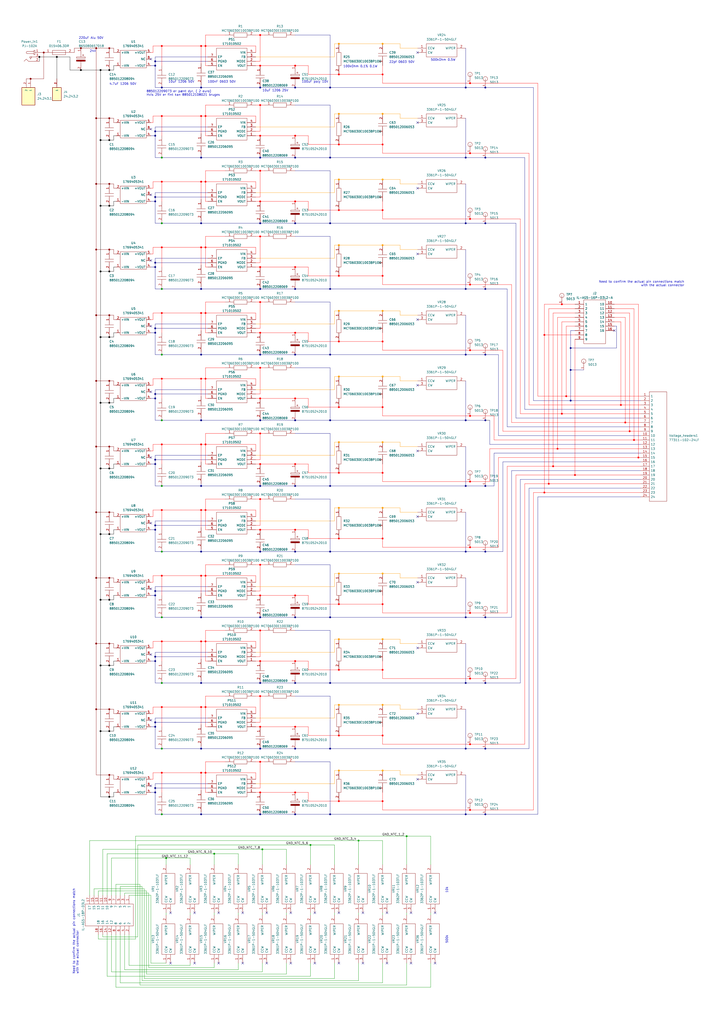
<source format=kicad_sch>
(kicad_sch (version 20211123) (generator eeschema)
  (paper "A2" portrait)
  (title_block (title "System CMU mock-up PCB") (date "2022-04-18") (rev "6") (comment 1 "Furthermore, simulation of NTC is possible by use of rheostats") (comment 2 "where a knob will be used for manual control of the voltage.") (comment 3 "voltages and observe the reaction at MCU side. For each channel, a potentiometer is used,") (comment 4 "CMU side of BMS mock-up PCB. The purpose of this PCB is to  simulate different cell"))
  (lib_symbols
    (symbol "1769405341_1"
      (property "Reference" "U" (at 0 13.97 0))
      (property "Value" "1769405341_1" (at 0 -8.89 0))
      (symbol "1769405341_1_1_1"
        (pin input line (at -10.16 -3.81 0) (length 2.54) (name "-VIN") (number "1"))
        (pin input line (at -10.16 3.81 0) (length 2.54) (name "+VIN") (number "2"))
        (pin input line (at 10.16 -3.81 180) (length 2.54) (name "-VOUT") (number "4"))
        (pin input line (at 10.16 3.81 180) (length 2.54) (name "+VOUT") (number "5"))
        (pin input line (at 10.16 0 180) (length 2.54) (name "NC") (number "8"))
      )
    )
    (symbol "24.243.1:24.243.1" (pin_names (offset 1.016))
      (property "Reference" "J" (at 16.51 7.62 0))
      (property "Value" "24.243.1" (at 16.51 5.08 0))
      (symbol "24.243.1_0_0"
        (pin bidirectional line (at 0 0 0) (length 5.08) (name "1") (number "1"))
        (pin bidirectional line (at 0 -2.54 0) (length 5.08) (name "2") (number "2"))
      )
    )
    (symbol "24.243.2:24.243.2" (pin_names (offset 1.016))
      (property "Reference" "J" (at -2.54 3.81 0))
      (property "Value" "24.243.2" (at -2.54 -3.81 0))
      (symbol "24.243.2_0_0"
        (pin passive line (at -7.62 0 0) (length 5.08) (name "1") (number "1"))
        (pin passive line (at -7.62 0 0) (length 5.08) (name "1") (number "2"))
      )
    )
    (symbol "5013:5013" (pin_names (offset 1.016) hide)
      (property "Reference" "TP" (at -2.54 2.032 0))
      (property "Value" "5013" (at -2.54 -3.302 0))
      (symbol "5013_0_0"
        (pin passive line (at -5.08 0 0) (length 2.54) (name "~") (number "1"))
      )
    )
    (symbol "SamacSys_Parts:015406.3DR" (pin_names (offset 0.762))
      (property "Reference" "F" (at 13.97 6.35 0))
      (property "Value" "015406.3DR" (at 13.97 3.81 0))
      (symbol "015406.3DR_0_0"
        (pin passive line (at 0 0 0) (length 5.08) (name "~") (number "1"))
        (pin passive line (at 17.78 0 180) (length 5.08) (name "~") (number "2"))
      )
    )
    (symbol "SamacSys_Parts:171010502" (pin_names (offset 0.762))
      (property "Reference" "PS" (at 24.13 7.62 0))
      (property "Value" "171010502" (at 24.13 5.08 0))
      (symbol "171010502_0_0"
        (pin passive line (at 0 0 0) (length 5.08) (name "VOUT") (number "1"))
        (pin passive line (at 0 -2.54 0) (length 5.08) (name "MODE") (number "2"))
        (pin passive line (at 0 -5.08 0) (length 5.08) (name "FB") (number "3"))
        (pin passive line (at 0 -7.62 0) (length 5.08) (name "VIN") (number "4"))
        (pin passive line (at 27.94 0 180) (length 5.08) (name "EN") (number "5"))
        (pin passive line (at 27.94 -2.54 180) (length 5.08) (name "PGND") (number "6"))
        (pin passive line (at 27.94 -5.08 180) (length 5.08) (name "EP") (number "7"))
      )
    )
    (symbol "SamacSys_Parts:3361P-1-504GLF" (pin_names (offset 0.762))
      (property "Reference" "VR" (at 24.13 7.62 0))
      (property "Value" "3361P-1-504GLF" (at 24.13 5.08 0))
      (symbol "3361P-1-504GLF_0_0"
        (pin passive line (at 0 0 0) (length 5.08) (name "CCW") (number "1"))
        (pin passive line (at 27.94 0 180) (length 5.08) (name "WIPER") (number "2"))
        (pin passive line (at 0 -2.54 0) (length 5.08) (name "CW") (number "3"))
      )
    )
    (symbol "SamacSys_Parts:3362P-1-103TLF" (pin_names (offset 0.762))
      (property "Reference" "VR" (at 24.13 7.62 0))
      (property "Value" "3362P-1-103TLF" (at 24.13 5.08 0))
      (symbol "3362P-1-103TLF_0_0"
        (pin passive line (at 0 0 0) (length 5.08) (name "CCW") (number "1"))
        (pin passive line (at 27.94 0 180) (length 5.08) (name "WIPER") (number "2"))
        (pin passive line (at 0 -2.54 0) (length 5.08) (name "CW") (number "3"))
      )
    )
    (symbol "SamacSys_Parts:77311-102-24LF" (pin_names (offset 0.762))
      (property "Reference" "J" (at 16.51 7.62 0))
      (property "Value" "77311-102-24LF" (at 16.51 5.08 0))
      (symbol "77311-102-24LF_0_0"
        (pin passive line (at 0 0 0) (length 5.08) (name "1") (number "1"))
        (pin passive line (at 0 -22.86 0) (length 5.08) (name "10") (number "10"))
        (pin passive line (at 0 -25.4 0) (length 5.08) (name "11") (number "11"))
        (pin passive line (at 0 -27.94 0) (length 5.08) (name "12") (number "12"))
        (pin passive line (at 0 -30.48 0) (length 5.08) (name "13") (number "13"))
        (pin passive line (at 0 -33.02 0) (length 5.08) (name "14") (number "14"))
        (pin passive line (at 0 -35.56 0) (length 5.08) (name "15") (number "15"))
        (pin passive line (at 0 -38.1 0) (length 5.08) (name "16") (number "16"))
        (pin passive line (at 0 -40.64 0) (length 5.08) (name "17") (number "17"))
        (pin passive line (at 0 -43.18 0) (length 5.08) (name "18") (number "18"))
        (pin passive line (at 0 -45.72 0) (length 5.08) (name "19") (number "19"))
        (pin passive line (at 0 -2.54 0) (length 5.08) (name "2") (number "2"))
        (pin passive line (at 0 -48.26 0) (length 5.08) (name "20") (number "20"))
        (pin passive line (at 0 -50.8 0) (length 5.08) (name "21") (number "21"))
        (pin passive line (at 0 -53.34 0) (length 5.08) (name "22") (number "22"))
        (pin passive line (at 0 -55.88 0) (length 5.08) (name "23") (number "23"))
        (pin passive line (at 0 -58.42 0) (length 5.08) (name "24") (number "24"))
        (pin passive line (at 0 -5.08 0) (length 5.08) (name "3") (number "3"))
        (pin passive line (at 0 -7.62 0) (length 5.08) (name "4") (number "4"))
        (pin passive line (at 0 -10.16 0) (length 5.08) (name "5") (number "5"))
        (pin passive line (at 0 -12.7 0) (length 5.08) (name "6") (number "6"))
        (pin passive line (at 0 -15.24 0) (length 5.08) (name "7") (number "7"))
        (pin passive line (at 0 -17.78 0) (length 5.08) (name "8") (number "8"))
        (pin passive line (at 0 -20.32 0) (length 5.08) (name "9") (number "9"))
      )
    )
    (symbol "SamacSys_Parts:865080657018" (pin_names (offset 0.762))
      (property "Reference" "C" (at 8.89 6.35 0))
      (property "Value" "865080657018" (at 8.89 3.81 0))
      (symbol "865080657018_0_0"
        (pin passive line (at 0 0 0) (length 2.54) (name "~") (number "1"))
        (pin passive line (at 12.7 0 180) (length 2.54) (name "~") (number "2"))
      )
    )
    (symbol "SamacSys_Parts:875105242010" (pin_names (offset 0.762))
      (property "Reference" "C" (at 8.89 6.35 0))
      (property "Value" "875105242010" (at 8.89 3.81 0))
      (symbol "875105242010_0_0"
        (pin passive line (at 0 0 0) (length 2.54) (name "~") (number "1"))
        (pin passive line (at 12.7 0 180) (length 2.54) (name "~") (number "2"))
      )
    )
    (symbol "SamacSys_Parts:885012006053" (pin_names (offset 0.762))
      (property "Reference" "C" (at 8.89 6.35 0))
      (property "Value" "885012006053" (at 8.89 3.81 0))
      (symbol "885012006053_0_0"
        (pin passive line (at 0 0 0) (length 5.08) (name "~") (number "1"))
        (pin passive line (at 12.7 0 180) (length 5.08) (name "~") (number "2"))
      )
    )
    (symbol "SamacSys_Parts:885012206095" (pin_names (offset 0.762))
      (property "Reference" "C" (at 8.89 6.35 0))
      (property "Value" "885012206095" (at 8.89 3.81 0))
      (symbol "885012206095_0_0"
        (pin passive line (at 0 0 0) (length 5.08) (name "~") (number "1"))
        (pin passive line (at 12.7 0 180) (length 5.08) (name "~") (number "2"))
      )
    )
    (symbol "SamacSys_Parts:885012208069" (pin_names (offset 0.762))
      (property "Reference" "C" (at 8.89 6.35 0))
      (property "Value" "885012208069" (at 8.89 3.81 0))
      (symbol "885012208069_0_0"
        (pin passive line (at 0 0 0) (length 5.08) (name "~") (number "1"))
        (pin passive line (at 12.7 0 180) (length 5.08) (name "~") (number "2"))
      )
    )
    (symbol "SamacSys_Parts:885012208094" (pin_names (offset 0.762))
      (property "Reference" "C" (at 8.89 6.35 0))
      (property "Value" "885012208094" (at 8.89 3.81 0))
      (symbol "885012208094_0_0"
        (pin passive line (at 0 0 0) (length 5.08) (name "~") (number "1"))
        (pin passive line (at 12.7 0 180) (length 5.08) (name "~") (number "2"))
      )
    )
    (symbol "SamacSys_Parts:885012209073" (pin_names (offset 0.762))
      (property "Reference" "C" (at 8.89 6.35 0))
      (property "Value" "885012209073" (at 8.89 3.81 0))
      (symbol "885012209073_0_0"
        (pin passive line (at 0 0 0) (length 5.08) (name "~") (number "1"))
        (pin passive line (at 12.7 0 180) (length 5.08) (name "~") (number "2"))
      )
    )
    (symbol "SamacSys_Parts:IL-AG5-16P-D3L2-A" (pin_names (offset 0.762))
      (property "Reference" "J" (at 19.05 7.62 0))
      (property "Value" "IL-AG5-16P-D3L2-A" (at 19.05 5.08 0))
      (symbol "IL-AG5-16P-D3L2-A_0_0"
        (pin passive line (at 0 0 0) (length 5.08) (name "1") (number "1"))
        (pin passive line (at 22.86 0 180) (length 5.08) (name "10") (number "10"))
        (pin passive line (at 22.86 -2.54 180) (length 5.08) (name "11") (number "11"))
        (pin passive line (at 22.86 -5.08 180) (length 5.08) (name "12") (number "12"))
        (pin passive line (at 22.86 -7.62 180) (length 5.08) (name "13") (number "13"))
        (pin passive line (at 22.86 -10.16 180) (length 5.08) (name "14") (number "14"))
        (pin passive line (at 22.86 -12.7 180) (length 5.08) (name "15") (number "15"))
        (pin passive line (at 22.86 -15.24 180) (length 5.08) (name "16") (number "16"))
        (pin passive line (at 0 -2.54 0) (length 5.08) (name "2") (number "2"))
        (pin passive line (at 0 -5.08 0) (length 5.08) (name "3") (number "3"))
        (pin passive line (at 0 -7.62 0) (length 5.08) (name "4") (number "4"))
        (pin passive line (at 0 -10.16 0) (length 5.08) (name "5") (number "5"))
        (pin passive line (at 0 -12.7 0) (length 5.08) (name "6") (number "6"))
        (pin passive line (at 0 -15.24 0) (length 5.08) (name "7") (number "7"))
        (pin passive line (at 0 -17.78 0) (length 5.08) (name "8") (number "8"))
        (pin passive line (at 0 -20.32 0) (length 5.08) (name "9") (number "9"))
      )
    )
    (symbol "SamacSys_Parts:IL-AG5-18P-D3L2" (pin_names (offset 0.762))
      (property "Reference" "J" (at 19.05 7.62 0))
      (property "Value" "IL-AG5-18P-D3L2" (at 19.05 5.08 0))
      (symbol "IL-AG5-18P-D3L2_0_0"
        (pin passive line (at 0 0 0) (length 5.08) (name "1") (number "1"))
        (pin passive line (at 0 -12.7 0) (length 5.08) (name "10") (number "10"))
        (pin passive line (at 0 -15.24 0) (length 5.08) (name "11") (number "11"))
        (pin passive line (at 22.86 -10.16 180) (length 5.08) (name "12") (number "12"))
        (pin passive line (at 0 -17.78 0) (length 5.08) (name "13") (number "13"))
        (pin passive line (at 22.86 -12.7 180) (length 5.08) (name "14") (number "14"))
        (pin passive line (at 0 -20.32 0) (length 5.08) (name "15") (number "15"))
        (pin passive line (at 22.86 -15.24 180) (length 5.08) (name "16") (number "16"))
        (pin passive line (at 0 -22.86 0) (length 5.08) (name "17") (number "17"))
        (pin passive line (at 22.86 -17.78 180) (length 5.08) (name "18") (number "18"))
        (pin passive line (at 22.86 0 180) (length 5.08) (name "2") (number "2"))
        (pin passive line (at 0 -2.54 0) (length 5.08) (name "3") (number "3"))
        (pin passive line (at 22.86 -2.54 180) (length 5.08) (name "4") (number "4"))
        (pin passive line (at 0 -5.08 0) (length 5.08) (name "5") (number "5"))
        (pin passive line (at 22.86 -5.08 180) (length 5.08) (name "6") (number "6"))
        (pin passive line (at 0 -7.62 0) (length 5.08) (name "7") (number "7"))
        (pin passive line (at 22.86 -7.62 180) (length 5.08) (name "8") (number "8"))
        (pin passive line (at 0 -10.16 0) (length 5.08) (name "9") (number "9"))
      )
    )
    (symbol "SamacSys_Parts:MCT06030E1003BP100" (pin_names (offset 0.762))
      (property "Reference" "R" (at 13.97 6.35 0))
      (property "Value" "MCT06030E1003BP100" (at 13.97 3.81 0))
      (symbol "MCT06030E1003BP100_0_0"
        (pin passive line (at 0 0 0) (length 5.08) (name "~") (number "1"))
        (pin passive line (at 17.78 0 180) (length 5.08) (name "~") (number "2"))
      )
    )
    (symbol "dk_Barrel-Power-Connectors:PJ-102A" (pin_names (offset 1.016))
      (property "Reference" "J" (at 0 2.54 0))
      (property "Value" "PJ-102A" (at 0 -6.35 0))
      (symbol "PJ-102A_1_1"
        (pin passive line (at 2.54 0 180) (length 2.54) (name "~") (number "1"))
        (pin passive line (at 2.54 -5.08 180) (length 2.54) (name "~") (number "2"))
        (pin passive line (at 2.54 -2.54 180) (length 2.54) (name "~") (number "3"))
      )
    )
  )
  (junction (at 191.77 396.24) (color 0 0 132 1))
  (junction (at 171.45 434.34) (color 0 0 132 1))
  (junction (at 63.5 309.88) (color 0 0 0 1))
  (junction (at 151.13 383.54) (color 255 0 0 1))
  (junction (at 151.13 365.76) (color 255 0 0 1))
  (junction (at 116.84 26.67) (color 255 0 0 1))
  (junction (at 63.5 157.48) (color 0 0 0 1))
  (junction (at 119.38 410.21) (color 255 0 0 1))
  (junction (at 46.99 27.94) (color 132 0 0 1))
  (junction (at 151.13 116.84) (color 255 0 0 1))
  (junction (at 273.05 317.5) (color 255 0 0 1))
  (junction (at 63.5 335.28) (color 132 0 0 1))
  (junction (at 321.31 270.51) (color 255 0 0 1))
  (junction (at 270.51 243.84) (color 0 0 132 1))
  (junction (at 63.5 411.48) (color 132 0 0 1))
  (junction (at 63.5 68.58) (color 132 0 0 1))
  (junction (at 55.88 27.94) (color 132 0 0 1))
  (junction (at 116.84 281.94) (color 0 0 132 1))
  (junction (at 318.77 280.67) (color 255 0 0 1))
  (junction (at 63.5 40.64) (color 0 0 0 1))
  (junction (at 90.17 154.94) (color 0 0 132 1))
  (junction (at 116.84 129.54) (color 0 0 132 1))
  (junction (at 90.17 38.1) (color 0 0 132 1))
  (junction (at 116.84 91.44) (color 0 0 132 1))
  (junction (at 63.5 386.08) (color 0 0 0 1))
  (junction (at 270.51 129.54) (color 0 0 132 1))
  (junction (at 222.25 447.04) (color 255 153 0 1))
  (junction (at 58.42 40.64) (color 0 0 0 1))
  (junction (at 151.13 99.06) (color 255 0 0 1))
  (junction (at 196.85 464.82) (color 255 0 0 1))
  (junction (at 90.17 383.54) (color 0 0 132 1))
  (junction (at 55.88 297.18) (color 132 0 0 1))
  (junction (at 90.17 76.2) (color 0 0 132 1))
  (junction (at 151.13 434.34) (color 0 0 132 1))
  (junction (at 151.13 403.86) (color 255 0 0 1))
  (junction (at 63.5 119.38) (color 0 0 0 1))
  (junction (at 196.85 294.64) (color 255 153 0 1))
  (junction (at 93.98 205.74))
  (junction (at 281.94 243.84) (color 0 0 132 1))
  (junction (at 151.13 154.94) (color 255 0 0 1))
  (junction (at 116.84 448.31) (color 255 0 0 1))
  (junction (at 58.42 386.08) (color 0 0 0 1))
  (junction (at 171.45 205.74) (color 0 0 132 1))
  (junction (at 90.17 304.8) (color 0 0 132 1))
  (junction (at 270.51 434.34) (color 0 0 132 1))
  (junction (at 328.93 229.87) (color 255 0 0 1))
  (junction (at 281.94 396.24) (color 0 0 132 1))
  (junction (at 151.13 345.44) (color 255 0 0 1))
  (junction (at 116.84 67.31) (color 255 0 0 1))
  (junction (at 90.17 78.74) (color 0 0 132 1))
  (junction (at 196.85 142.24) (color 255 153 0 1))
  (junction (at 90.17 342.9) (color 0 0 132 1))
  (junction (at 363.22 245.11) (color 255 0 0 1))
  (junction (at 171.45 269.24) (color 255 0 0 1))
  (junction (at 281.94 91.44) (color 0 0 132 1))
  (junction (at 93.98 143.51) (color 255 0 0 1))
  (junction (at 58.42 309.88) (color 0 0 0 1))
  (junction (at 151.13 243.84) (color 0 0 132 1))
  (junction (at 222.25 236.22) (color 255 0 0 1))
  (junction (at 196.85 180.34) (color 255 153 0 1))
  (junction (at 196.85 66.04) (color 255 153 0 1))
  (junction (at 191.77 434.34) (color 0 0 132 1))
  (junction (at 281.94 320.04) (color 0 0 132 1))
  (junction (at 90.17 421.64) (color 0 0 132 1))
  (junction (at 116.84 434.34) (color 0 0 132 1))
  (junction (at 58.42 271.78) (color 0 0 0 1))
  (junction (at 222.25 121.92) (color 255 0 0 1))
  (junction (at 93.98 26.67) (color 255 0 0 1))
  (junction (at 55.88 411.48) (color 132 0 0 1))
  (junction (at 151.13 358.14) (color 0 0 132 1))
  (junction (at 55.88 68.58) (color 132 0 0 1))
  (junction (at 151.13 327.66) (color 255 0 0 1))
  (junction (at 273.05 393.7) (color 255 0 0 1))
  (junction (at 191.77 472.44) (color 0 0 132 1))
  (junction (at 63.5 449.58) (color 132 0 0 1))
  (junction (at 222.25 256.54) (color 255 153 0 1))
  (junction (at 90.17 381) (color 0 0 132 1))
  (junction (at 93.98 167.64))
  (junction (at 151.13 193.04) (color 255 0 0 1))
  (junction (at 171.45 154.94) (color 255 0 0 1))
  (junction (at 151.13 459.74) (color 255 0 0 1))
  (junction (at 270.51 167.64) (color 0 0 132 1))
  (junction (at 151.13 421.64) (color 255 0 0 1))
  (junction (at 93.98 410.21) (color 255 0 0 1))
  (junction (at 63.5 220.98) (color 132 0 0 1))
  (junction (at 119.38 334.01) (color 255 0 0 1))
  (junction (at 116.84 243.84) (color 0 0 132 1))
  (junction (at 151.13 472.44) (color 0 0 132 1))
  (junction (at 270.51 205.74) (color 0 0 132 1))
  (junction (at 222.25 312.42) (color 255 0 0 1))
  (junction (at 171.45 78.74) (color 255 0 0 1))
  (junction (at 33.02 33.02) (color 0 0 0 1))
  (junction (at 171.45 396.24) (color 0 0 132 1))
  (junction (at 208.28 487.68))
  (junction (at 119.38 181.61) (color 255 0 0 1))
  (junction (at 316.23 285.75) (color 255 0 0 1))
  (junction (at 90.17 266.7) (color 0 0 132 1))
  (junction (at 55.88 144.78) (color 132 0 0 1))
  (junction (at 334.01 275.59) (color 255 0 0 1))
  (junction (at 171.45 472.44) (color 0 0 132 1))
  (junction (at 90.17 345.44) (color 0 0 132 1))
  (junction (at 55.88 182.88) (color 132 0 0 1))
  (junction (at 93.98 105.41) (color 255 0 0 1))
  (junction (at 196.85 332.74) (color 255 153 0 1))
  (junction (at 119.38 295.91) (color 255 0 0 1))
  (junction (at 236.22 485.14))
  (junction (at 222.25 83.82) (color 255 0 0 1))
  (junction (at 90.17 419.1) (color 0 0 132 1))
  (junction (at 116.84 50.8) (color 0 0 132 1))
  (junction (at 63.5 297.18) (color 132 0 0 1))
  (junction (at 116.84 320.04) (color 0 0 132 1))
  (junction (at 281.94 434.34) (color 0 0 132 1))
  (junction (at 25.4 30.48) (color 132 0 0 1))
  (junction (at 360.68 234.95) (color 255 0 0 1))
  (junction (at 171.45 459.74) (color 255 0 0 1))
  (junction (at 63.5 233.68) (color 0 0 0 1))
  (junction (at 151.13 231.14) (color 255 0 0 1))
  (junction (at 55.88 259.08) (color 132 0 0 1))
  (junction (at 196.85 43.18) (color 255 0 0 1))
  (junction (at 151.13 281.94) (color 0 0 132 1))
  (junction (at 55.88 106.68) (color 132 0 0 1))
  (junction (at 151.13 20.32) (color 255 0 0 1))
  (junction (at 151.13 137.16) (color 255 0 0 1))
  (junction (at 93.98 181.61) (color 255 0 0 1))
  (junction (at 270.51 396.24) (color 0 0 132 1))
  (junction (at 222.25 218.44) (color 255 153 0 1))
  (junction (at 196.85 198.12) (color 255 0 0 1))
  (junction (at 90.17 307.34) (color 0 0 132 1))
  (junction (at 222.25 160.02) (color 255 0 0 1))
  (junction (at 196.85 218.44) (color 255 153 0 1))
  (junction (at 124.46 495.3))
  (junction (at 171.45 281.94) (color 0 0 132 1))
  (junction (at 270.51 91.44) (color 0 0 132 1))
  (junction (at 93.98 129.54))
  (junction (at 331.47 201.93) (color 0 0 132 1))
  (junction (at 58.42 81.28) (color 0 0 0 1))
  (junction (at 326.39 240.03) (color 255 0 0 1))
  (junction (at 281.94 50.8) (color 0 0 132 1))
  (junction (at 116.84 334.01) (color 255 0 0 1))
  (junction (at 119.38 105.41) (color 255 0 0 1))
  (junction (at 171.45 320.04) (color 0 0 132 1))
  (junction (at 90.17 459.74) (color 0 0 132 1))
  (junction (at 116.84 181.61) (color 255 0 0 1))
  (junction (at 93.98 358.14))
  (junction (at 63.5 424.18) (color 0 0 0 1))
  (junction (at 116.84 396.24) (color 0 0 132 1))
  (junction (at 281.94 167.64) (color 0 0 132 1))
  (junction (at 90.17 152.4) (color 0 0 132 1))
  (junction (at 196.85 121.92) (color 255 0 0 1))
  (junction (at 222.25 274.32) (color 255 0 0 1))
  (junction (at 273.05 88.9) (color 255 0 0 1))
  (junction (at 171.45 243.84) (color 0 0 132 1))
  (junction (at 365.76 250.19) (color 255 0 0 1))
  (junction (at 191.77 358.14) (color 0 0 132 1))
  (junction (at 222.25 388.62) (color 255 0 0 1))
  (junction (at 116.84 472.44) (color 0 0 132 1))
  (junction (at 196.85 274.32) (color 255 0 0 1))
  (junction (at 119.38 143.51) (color 255 0 0 1))
  (junction (at 116.84 295.91) (color 255 0 0 1))
  (junction (at 119.38 67.31) (color 255 0 0 1))
  (junction (at 196.85 388.62) (color 255 0 0 1))
  (junction (at 331.47 232.41) (color 0 0 132 1))
  (junction (at 180.34 490.22))
  (junction (at 270.51 320.04) (color 0 0 132 1))
  (junction (at 316.23 194.31) (color 255 0 0 1))
  (junction (at 151.13 175.26) (color 255 0 0 1))
  (junction (at 191.77 167.64) (color 0 0 132 1))
  (junction (at 119.38 219.71) (color 255 0 0 1))
  (junction (at 222.25 43.18) (color 255 0 0 1))
  (junction (at 63.5 81.28) (color 0 0 0 1))
  (junction (at 17.78 45.72) (color 132 0 0 1))
  (junction (at 90.17 116.84) (color 0 0 132 1))
  (junction (at 151.13 60.96) (color 255 0 0 1))
  (junction (at 93.98 372.11) (color 255 0 0 1))
  (junction (at 151.13 129.54) (color 0 0 132 1))
  (junction (at 273.05 203.2) (color 255 0 0 1))
  (junction (at 196.85 370.84) (color 255 153 0 1))
  (junction (at 116.84 410.21) (color 255 0 0 1))
  (junction (at 281.94 281.94) (color 0 0 132 1))
  (junction (at 119.38 257.81) (color 255 0 0 1))
  (junction (at 171.45 38.1) (color 255 0 0 1))
  (junction (at 273.05 279.4) (color 255 0 0 1))
  (junction (at 90.17 193.04) (color 0 0 132 1))
  (junction (at 196.85 25.4) (color 255 153 0 1))
  (junction (at 93.98 472.44))
  (junction (at 93.98 434.34))
  (junction (at 191.77 205.74) (color 0 0 132 1))
  (junction (at 270.51 358.14) (color 0 0 132 1))
  (junction (at 222.25 198.12) (color 255 0 0 1))
  (junction (at 191.77 320.04) (color 0 0 132 1))
  (junction (at 222.25 294.64) (color 255 153 0 1))
  (junction (at 151.13 396.24) (color 0 0 132 1))
  (junction (at 171.45 383.54) (color 255 0 0 1))
  (junction (at 171.45 358.14) (color 0 0 132 1))
  (junction (at 93.98 257.81) (color 255 0 0 1))
  (junction (at 370.84 265.43) (color 255 0 0 1))
  (junction (at 55.88 373.38) (color 132 0 0 1))
  (junction (at 171.45 421.64) (color 255 0 0 1))
  (junction (at 63.5 259.08) (color 132 0 0 1))
  (junction (at 171.45 50.8) (color 0 0 132 1))
  (junction (at 191.77 243.84) (color 0 0 132 1))
  (junction (at 55.88 220.98) (color 132 0 0 1))
  (junction (at 151.13 269.24) (color 255 0 0 1))
  (junction (at 63.5 195.58) (color 0 0 0 1))
  (junction (at 90.17 35.56) (color 0 0 132 1))
  (junction (at 151.13 50.8) (color 0 0 132 1))
  (junction (at 63.5 347.98) (color 0 0 0 1))
  (junction (at 93.98 91.44))
  (junction (at 151.13 205.74) (color 0 0 132 1))
  (junction (at 171.45 91.44) (color 0 0 132 1))
  (junction (at 90.17 231.14) (color 0 0 132 1))
  (junction (at 196.85 256.54) (color 255 153 0 1))
  (junction (at 90.17 114.3) (color 0 0 132 1))
  (junction (at 151.13 38.1) (color 255 0 0 1))
  (junction (at 222.25 104.14) (color 255 153 0 1))
  (junction (at 171.45 116.84) (color 255 0 0 1))
  (junction (at 171.45 193.04) (color 255 0 0 1))
  (junction (at 222.25 332.74) (color 255 153 0 1))
  (junction (at 323.85 260.35) (color 255 0 0 1))
  (junction (at 119.38 448.31) (color 255 0 0 1))
  (junction (at 116.84 167.64) (color 0 0 132 1))
  (junction (at 93.98 320.04))
  (junction (at 171.45 345.44) (color 255 0 0 1))
  (junction (at 273.05 165.1) (color 255 0 0 1))
  (junction (at 63.5 271.78) (color 0 0 0 1))
  (junction (at 58.42 347.98) (color 0 0 0 1))
  (junction (at 151.13 167.64) (color 0 0 132 1))
  (junction (at 191.77 50.8) (color 0 0 132 1))
  (junction (at 151.13 289.56) (color 255 0 0 1))
  (junction (at 63.5 144.78) (color 132 0 0 1))
  (junction (at 90.17 228.6) (color 0 0 132 1))
  (junction (at 93.98 295.91) (color 255 0 0 1))
  (junction (at 326.39 176.53) (color 255 0 0 1))
  (junction (at 151.13 320.04) (color 0 0 132 1))
  (junction (at 196.85 426.72) (color 255 0 0 1))
  (junction (at 151.13 213.36) (color 255 0 0 1))
  (junction (at 196.85 350.52) (color 255 0 0 1))
  (junction (at 222.25 464.82) (color 255 0 0 1))
  (junction (at 222.25 370.84) (color 255 153 0 1))
  (junction (at 93.98 396.24))
  (junction (at 58.42 424.18) (color 0 0 0 1))
  (junction (at 96.52 497.84))
  (junction (at 196.85 312.42) (color 255 0 0 1))
  (junction (at 63.5 106.68) (color 132 0 0 1))
  (junction (at 273.05 127) (color 255 0 0 1))
  (junction (at 171.45 129.54) (color 0 0 132 1))
  (junction (at 46.99 40.64) (color 0 0 0 1))
  (junction (at 196.85 160.02) (color 255 0 0 1))
  (junction (at 171.45 167.64) (color 0 0 132 1))
  (junction (at 119.38 26.67) (color 255 0 0 1))
  (junction (at 119.38 372.11) (color 255 0 0 1))
  (junction (at 281.94 472.44) (color 0 0 132 1))
  (junction (at 116.84 358.14) (color 0 0 132 1))
  (junction (at 270.51 281.94) (color 0 0 132 1))
  (junction (at 368.3 255.27) (color 255 0 0 1))
  (junction (at 152.4 492.76))
  (junction (at 58.42 195.58) (color 0 0 0 1))
  (junction (at 90.17 269.24) (color 0 0 132 1))
  (junction (at 151.13 307.34) (color 255 0 0 1))
  (junction (at 222.25 66.04) (color 255 153 0 1))
  (junction (at 151.13 78.74) (color 255 0 0 1))
  (junction (at 90.17 190.5) (color 0 0 132 1))
  (junction (at 55.88 335.28) (color 132 0 0 1))
  (junction (at 196.85 83.82) (color 255 0 0 1))
  (junction (at 151.13 91.44) (color 0 0 132 1))
  (junction (at 281.94 129.54) (color 0 0 132 1))
  (junction (at 222.25 408.94) (color 255 153 0 1))
  (junction (at 281.94 358.14) (color 0 0 132 1))
  (junction (at 196.85 104.14) (color 255 153 0 1))
  (junction (at 116.84 205.74) (color 0 0 132 1))
  (junction (at 58.42 119.38) (color 0 0 0 1))
  (junction (at 222.25 350.52) (color 255 0 0 1))
  (junction (at 273.05 241.3) (color 255 0 0 1))
  (junction (at 93.98 67.31) (color 255 0 0 1))
  (junction (at 93.98 50.8) (color 0 0 132 1))
  (junction (at 93.98 448.31) (color 255 0 0 1))
  (junction (at 93.98 334.01) (color 255 0 0 1))
  (junction (at 222.25 180.34) (color 255 153 0 1))
  (junction (at 222.25 142.24) (color 255 153 0 1))
  (junction (at 196.85 447.04) (color 255 153 0 1))
  (junction (at 116.84 257.81) (color 255 0 0 1))
  (junction (at 191.77 129.54) (color 0 0 132 1))
  (junction (at 116.84 372.11) (color 255 0 0 1))
  (junction (at 191.77 281.94) (color 0 0 132 1))
  (junction (at 196.85 408.94) (color 255 153 0 1))
  (junction (at 63.5 462.28) (color 0 0 0 1))
  (junction (at 171.45 231.14) (color 255 0 0 1))
  (junction (at 222.25 426.72) (color 255 0 0 1))
  (junction (at 273.05 431.8) (color 255 0 0 1))
  (junction (at 63.5 27.94) (color 132 0 0 1))
  (junction (at 191.77 91.44) (color 0 0 132 1))
  (junction (at 270.51 50.8) (color 0 0 132 1))
  (junction (at 58.42 233.68) (color 0 0 0 1))
  (junction (at 22.86 33.02) (color 0 0 0 1))
  (junction (at 58.42 157.48) (color 0 0 0 1))
  (junction (at 93.98 219.71) (color 255 0 0 1))
  (junction (at 270.51 472.44) (color 0 0 132 1))
  (junction (at 116.84 143.51) (color 255 0 0 1))
  (junction (at 93.98 281.94))
  (junction (at 63.5 373.38) (color 132 0 0 1))
  (junction (at 331.47 214.63) (color 0 0 132 1))
  (junction (at 281.94 205.74) (color 0 0 132 1))
  (junction (at 93.98 243.84))
  (junction (at 90.17 457.2) (color 0 0 132 1))
  (junction (at 116.84 105.41) (color 255 0 0 1))
  (junction (at 171.45 307.34) (color 255 0 0 1))
  (junction (at 116.84 219.71) (color 255 0 0 1))
  (junction (at 151.13 251.46) (color 255 0 0 1))
  (junction (at 273.05 355.6) (color 255 0 0 1))
  (junction (at 273.05 469.9) (color 255 0 0 1))
  (junction (at 63.5 182.88) (color 132 0 0 1))
  (junction (at 273.05 48.26) (color 255 0 0 1))
  (junction (at 151.13 441.96) (color 255 0 0 1))
  (junction (at 222.25 25.4) (color 255 153 0 1))
  (junction (at 196.85 236.22) (color 255 0 0 1))
  (no_connect (at 252.73 529.59))
  (no_connect (at 140.97 558.8))
  (no_connect (at 356.87 191.77))
  (no_connect (at 113.03 558.8))
  (no_connect (at 210.82 529.59))
  (no_connect (at 154.94 529.59))
  (no_connect (at 99.06 529.59))
  (no_connect (at 87.63 74.93))
  (no_connect (at 242.57 30.48))
  (no_connect (at 87.63 417.83))
  (no_connect (at 196.85 529.59))
  (no_connect (at 87.63 455.93))
  (no_connect (at 242.57 375.92))
  (no_connect (at 87.63 227.33))
  (no_connect (at 113.03 529.59))
  (no_connect (at 242.57 261.62))
  (no_connect (at 196.85 558.8))
  (no_connect (at 242.57 223.52))
  (no_connect (at 87.63 189.23))
  (no_connect (at 224.79 558.8))
  (no_connect (at 127 558.8))
  (no_connect (at 242.57 185.42))
  (no_connect (at 242.57 299.72))
  (no_connect (at 87.63 113.03))
  (no_connect (at 140.97 529.59))
  (no_connect (at 238.76 529.59))
  (no_connect (at 87.63 379.73))
  (no_connect (at 154.94 558.8))
  (no_connect (at 242.57 337.82))
  (no_connect (at 182.88 558.8))
  (no_connect (at 168.91 558.8))
  (no_connect (at 168.91 529.59))
  (no_connect (at 87.63 34.29))
  (no_connect (at 238.76 558.8))
  (no_connect (at 87.63 341.63))
  (no_connect (at 242.57 414.02))
  (no_connect (at 224.79 529.59))
  (no_connect (at 252.73 558.8))
  (no_connect (at 99.06 558.8))
  (no_connect (at 242.57 71.12))
  (no_connect (at 87.63 303.53))
  (no_connect (at 242.57 109.22))
  (no_connect (at 242.57 147.32))
  (no_connect (at 127 529.59))
  (no_connect (at 87.63 265.43))
  (no_connect (at 182.88 529.59))
  (no_connect (at 87.63 151.13))
  (no_connect (at 210.82 558.8))
  (no_connect (at 242.57 452.12))
  (wire (pts (xy 222.25 370.84) (xy 232.41 370.84)) (stroke (width 0) (color 255 153 0 1)))
  (wire (pts (xy 208.28 558.8) (xy 208.28 568.96)))
  (wire (pts (xy 236.22 571.5) (xy 81.28 571.5)))
  (wire (pts (xy 151.13 457.2) (xy 151.13 441.96)) (stroke (width 0) (color 255 0 0 1)))
  (wire (pts (xy 90.17 342.9) (xy 90.17 345.44)) (stroke (width 0) (color 0 0 132 1)))
  (wire (pts (xy 96.52 497.84) (xy 110.49 497.84)))
  (wire (pts (xy 299.72 393.7) (xy 299.72 275.59)) (stroke (width 0) (color 255 0 0 1)))
  (wire (pts (xy 222.25 279.4) (xy 273.05 279.4)) (stroke (width 0) (color 255 0 0 1)))
  (wire (pts (xy 191.77 441.96) (xy 171.45 441.96)) (stroke (width 0) (color 0 0 132 1)))
  (wire (pts (xy 222.25 345.44) (xy 222.25 350.52)) (stroke (width 0) (color 255 0 0 1)))
  (wire (pts (xy 120.65 190.5) (xy 90.17 190.5)) (stroke (width 0) (color 0 0 132 1)))
  (wire (pts (xy 166.37 558.8) (xy 166.37 565.15)))
  (wire (pts (xy 66.04 259.08) (xy 63.5 259.08)) (stroke (width 0) (color 132 0 0 1)))
  (wire (pts (xy 88.9 26.67) (xy 88.9 30.48)) (stroke (width 0) (color 255 0 0 1)))
  (wire (pts (xy 281.94 320.04) (xy 292.1 320.04)) (stroke (width 0) (color 0 0 132 1)))
  (wire (pts (xy 222.25 426.72) (xy 222.25 431.8)) (stroke (width 0) (color 255 0 0 1)))
  (wire (pts (xy 312.42 288.29) (xy 372.11 288.29)) (stroke (width 0) (color 0 0 132 1)))
  (wire (pts (xy 90.17 152.4) (xy 90.17 154.94)) (stroke (width 0) (color 0 0 132 1)))
  (wire (pts (xy 171.45 434.34) (xy 191.77 434.34)) (stroke (width 0) (color 0 0 132 1)))
  (wire (pts (xy 151.13 78.74) (xy 171.45 78.74)) (stroke (width 0) (color 255 0 0 1)))
  (wire (pts (xy 116.84 166.37) (xy 116.84 167.64)) (stroke (width 0) (color 0 0 132 1)))
  (wire (pts (xy 179.07 116.84) (xy 179.07 121.92)) (stroke (width 0) (color 255 0 0 1)))
  (wire (pts (xy 66.04 157.48) (xy 63.5 157.48)) (stroke (width 0) (color 0 0 0 1)))
  (wire (pts (xy 130.81 175.26) (xy 119.38 175.26)) (stroke (width 0) (color 255 0 0 1)))
  (wire (pts (xy 67.31 459.74) (xy 66.04 459.74)) (stroke (width 0) (color 0 0 0 1)))
  (wire (pts (xy 294.64 270.51) (xy 321.31 270.51)) (stroke (width 0) (color 255 0 0 1)))
  (wire (pts (xy 194.31 111.76) (xy 194.31 104.14)) (stroke (width 0) (color 255 153 0 1)))
  (wire (pts (xy 116.84 129.54) (xy 151.13 129.54)) (stroke (width 0) (color 0 0 132 1)))
  (wire (pts (xy 116.84 356.87) (xy 116.84 358.14)) (stroke (width 0) (color 0 0 132 1)))
  (wire (pts (xy 196.85 66.04) (xy 222.25 66.04)) (stroke (width 0) (color 255 153 0 1)))
  (wire (pts (xy 151.13 116.84) (xy 171.45 116.84)) (stroke (width 0) (color 255 0 0 1)))
  (wire (pts (xy 119.38 219.71) (xy 116.84 219.71)) (stroke (width 0) (color 255 0 0 1)))
  (wire (pts (xy 270.51 297.18) (xy 270.51 320.04)) (stroke (width 0) (color 0 0 132 1)))
  (wire (pts (xy 88.9 375.92) (xy 87.63 375.92)) (stroke (width 0) (color 255 0 0 1)))
  (wire (pts (xy 66.04 459.74) (xy 66.04 462.28)) (stroke (width 0) (color 0 0 0 1)))
  (wire (pts (xy 88.9 67.31) (xy 88.9 71.12)) (stroke (width 0) (color 255 0 0 1)))
  (wire (pts (xy 222.25 355.6) (xy 273.05 355.6)) (stroke (width 0) (color 255 0 0 1)))
  (wire (pts (xy 191.77 167.64) (xy 270.51 167.64)) (stroke (width 0) (color 0 0 132 1)))
  (wire (pts (xy 72.39 562.61) (xy 138.43 562.61)))
  (wire (pts (xy 90.17 266.7) (xy 90.17 269.24)) (stroke (width 0) (color 0 0 132 1)))
  (wire (pts (xy 66.04 347.98) (xy 63.5 347.98)) (stroke (width 0) (color 0 0 0 1)))
  (wire (pts (xy 119.38 295.91) (xy 148.59 295.91)) (stroke (width 0) (color 255 0 0 1)))
  (wire (pts (xy 148.59 219.71) (xy 148.59 223.52)) (stroke (width 0) (color 255 0 0 1)))
  (wire (pts (xy 88.9 105.41) (xy 88.9 109.22)) (stroke (width 0) (color 255 0 0 1)))
  (wire (pts (xy 120.65 33.02) (xy 90.17 33.02)) (stroke (width 0) (color 0 0 132 1)))
  (wire (pts (xy 196.85 370.84) (xy 222.25 370.84)) (stroke (width 0) (color 255 153 0 1)))
  (wire (pts (xy 119.38 441.96) (xy 119.38 448.31)) (stroke (width 0) (color 255 0 0 1)))
  (wire (pts (xy 116.84 295.91) (xy 93.98 295.91)) (stroke (width 0) (color 255 0 0 1)))
  (wire (pts (xy 328.93 189.23) (xy 334.01 189.23)) (stroke (width 0) (color 255 0 0 1)))
  (wire (pts (xy 148.59 264.16) (xy 194.31 264.16)) (stroke (width 0) (color 255 153 0 1)))
  (wire (pts (xy 88.9 452.12) (xy 87.63 452.12)) (stroke (width 0) (color 255 0 0 1)))
  (wire (pts (xy 90.17 421.64) (xy 87.63 421.64)) (stroke (width 0) (color 0 0 132 1)))
  (wire (pts (xy 119.38 421.64) (xy 119.38 410.21)) (stroke (width 0) (color 255 0 0 1)))
  (wire (pts (xy 281.94 243.84) (xy 284.48 243.84)) (stroke (width 0) (color 0 0 0 1)))
  (wire (pts (xy 287.02 262.89) (xy 372.11 262.89)) (stroke (width 0) (color 0 0 132 1)))
  (wire (pts (xy 90.17 396.24) (xy 93.98 396.24)) (stroke (width 0) (color 0 0 132 1)))
  (wire (pts (xy 222.25 558.8) (xy 222.25 570.23)))
  (wire (pts (xy 96.52 558.8) (xy 87.63 558.8)))
  (wire (pts (xy 273.05 88.9) (xy 307.34 88.9)) (stroke (width 0) (color 255 0 0 1)))
  (wire (pts (xy 232.41 142.24) (xy 232.41 144.78)) (stroke (width 0) (color 255 153 0 1)))
  (wire (pts (xy 55.88 411.48) (xy 63.5 411.48)) (stroke (width 0) (color 132 0 0 1)))
  (wire (pts (xy 151.13 137.16) (xy 153.67 137.16)) (stroke (width 0) (color 255 0 0 1)))
  (wire (pts (xy 180.34 490.22) (xy 194.31 490.22)))
  (wire (pts (xy 120.65 307.34) (xy 119.38 307.34)) (stroke (width 0) (color 255 0 0 1)))
  (wire (pts (xy 67.31 116.84) (xy 66.04 116.84)) (stroke (width 0) (color 0 0 0 1)))
  (wire (pts (xy 304.8 431.8) (xy 304.8 280.67)) (stroke (width 0) (color 255 0 0 1)))
  (wire (pts (xy 72.39 518.16) (xy 72.39 519.43)))
  (wire (pts (xy 166.37 530.86) (xy 166.37 529.59)))
  (wire (pts (xy 116.84 472.44) (xy 151.13 472.44)) (stroke (width 0) (color 0 0 132 1)))
  (wire (pts (xy 93.98 320.04) (xy 116.84 320.04)) (stroke (width 0) (color 0 0 132 1)))
  (wire (pts (xy 180.34 558.8) (xy 180.34 566.42)))
  (wire (pts (xy 316.23 176.53) (xy 326.39 176.53)) (stroke (width 0) (color 255 0 0 1)))
  (wire (pts (xy 66.04 269.24) (xy 66.04 271.78)) (stroke (width 0) (color 0 0 0 1)))
  (wire (pts (xy 74.93 560.07) (xy 110.49 560.07)))
  (wire (pts (xy 67.31 78.74) (xy 66.04 78.74)) (stroke (width 0) (color 0 0 0 1)))
  (wire (pts (xy 232.41 294.64) (xy 232.41 297.18)) (stroke (width 0) (color 255 153 0 1)))
  (wire (pts (xy 222.25 307.34) (xy 222.25 312.42)) (stroke (width 0) (color 255 0 0 1)))
  (wire (pts (xy 316.23 285.75) (xy 316.23 194.31)) (stroke (width 0) (color 255 0 0 1)))
  (wire (pts (xy 196.85 180.34) (xy 222.25 180.34)) (stroke (width 0) (color 255 153 0 1)))
  (wire (pts (xy 194.31 567.69) (xy 83.82 567.69)))
  (wire (pts (xy 309.88 285.75) (xy 316.23 285.75)) (stroke (width 0) (color 255 0 0 1)))
  (wire (pts (xy 148.59 307.34) (xy 151.13 307.34)) (stroke (width 0) (color 255 0 0 1)))
  (wire (pts (xy 67.31 147.32) (xy 66.04 147.32)) (stroke (width 0) (color 132 0 0 1)))
  (wire (pts (xy 250.19 485.14) (xy 250.19 501.65)))
  (wire (pts (xy 191.77 175.26) (xy 191.77 205.74)) (stroke (width 0) (color 0 0 132 1)))
  (wire (pts (xy 270.51 434.34) (xy 281.94 434.34)) (stroke (width 0) (color 0 0 132 1)))
  (wire (pts (xy 90.17 91.44) (xy 93.98 91.44)) (stroke (width 0) (color 0 0 132 1)))
  (wire (pts (xy 148.59 345.44) (xy 151.13 345.44)) (stroke (width 0) (color 255 0 0 1)))
  (wire (pts (xy 232.41 27.94) (xy 242.57 27.94)) (stroke (width 0) (color 255 153 0 1)))
  (wire (pts (xy 78.74 544.83) (xy 57.15 544.83)))
  (wire (pts (xy 222.25 317.5) (xy 273.05 317.5)) (stroke (width 0) (color 255 0 0 1)))
  (wire (pts (xy 110.49 497.84) (xy 110.49 501.65)))
  (wire (pts (xy 196.85 25.4) (xy 222.25 25.4)) (stroke (width 0) (color 255 153 0 1)))
  (wire (pts (xy 119.38 448.31) (xy 116.84 448.31)) (stroke (width 0) (color 255 0 0 1)))
  (wire (pts (xy 148.59 187.96) (xy 194.31 187.96)) (stroke (width 0) (color 255 153 0 1)))
  (wire (pts (xy 86.36 518.16) (xy 72.39 518.16)))
  (wire (pts (xy 120.65 226.06) (xy 90.17 226.06)) (stroke (width 0) (color 0 0 132 1)))
  (wire (pts (xy 191.77 129.54) (xy 270.51 129.54)) (stroke (width 0) (color 0 0 132 1)))
  (wire (pts (xy 116.84 219.71) (xy 116.84 229.87)) (stroke (width 0) (color 255 0 0 1)))
  (wire (pts (xy 232.41 373.38) (xy 242.57 373.38)) (stroke (width 0) (color 255 153 0 1)))
  (wire (pts (xy 307.34 88.9) (xy 307.34 234.95)) (stroke (width 0) (color 255 0 0 1)))
  (wire (pts (xy 119.38 116.84) (xy 119.38 105.41)) (stroke (width 0) (color 255 0 0 1)))
  (wire (pts (xy 66.04 220.98) (xy 63.5 220.98)) (stroke (width 0) (color 132 0 0 1)))
  (wire (pts (xy 93.98 50.8) (xy 116.84 50.8)) (stroke (width 0) (color 0 0 132 1)))
  (wire (pts (xy 270.51 129.54) (xy 281.94 129.54)) (stroke (width 0) (color 0 0 132 1)))
  (wire (pts (xy 116.84 257.81) (xy 116.84 267.97)) (stroke (width 0) (color 255 0 0 1)))
  (wire (pts (xy 191.77 213.36) (xy 191.77 243.84)) (stroke (width 0) (color 0 0 132 1)))
  (wire (pts (xy 194.31 25.4) (xy 196.85 25.4)) (stroke (width 0) (color 255 153 0 1)))
  (wire (pts (xy 304.8 280.67) (xy 318.77 280.67)) (stroke (width 0) (color 255 0 0 1)))
  (wire (pts (xy 148.59 38.1) (xy 151.13 38.1)) (stroke (width 0) (color 255 0 0 1)))
  (wire (pts (xy 370.84 265.43) (xy 372.11 265.43)) (stroke (width 0) (color 255 0 0 1)))
  (wire (pts (xy 67.31 299.72) (xy 66.04 299.72)) (stroke (width 0) (color 132 0 0 1)))
  (wire (pts (xy 312.42 472.44) (xy 312.42 288.29)) (stroke (width 0) (color 0 0 132 1)))
  (wire (pts (xy 116.84 448.31) (xy 116.84 458.47)) (stroke (width 0) (color 255 0 0 1)))
  (wire (pts (xy 148.59 448.31) (xy 148.59 452.12)) (stroke (width 0) (color 255 0 0 1)))
  (wire (pts (xy 67.31 269.24) (xy 66.04 269.24)) (stroke (width 0) (color 0 0 0 1)))
  (wire (pts (xy 273.05 469.9) (xy 309.88 469.9)) (stroke (width 0) (color 255 0 0 1)))
  (wire (pts (xy 318.77 179.07) (xy 334.01 179.07)) (stroke (width 0) (color 255 0 0 1)))
  (wire (pts (xy 120.65 459.74) (xy 119.38 459.74)) (stroke (width 0) (color 255 0 0 1)))
  (wire (pts (xy 138.43 495.3) (xy 138.43 501.65)))
  (wire (pts (xy 273.05 203.2) (xy 292.1 203.2)) (stroke (width 0) (color 255 0 0 1)))
  (wire (pts (xy 273.05 127) (xy 302.26 127)) (stroke (width 0) (color 255 0 0 1)))
  (wire (pts (xy 93.98 372.11) (xy 93.98 383.54)) (stroke (width 0) (color 255 0 0 1)))
  (wire (pts (xy 80.01 490.22) (xy 180.34 490.22)))
  (wire (pts (xy 331.47 191.77) (xy 334.01 191.77)) (stroke (width 0) (color 0 0 132 1)))
  (wire (pts (xy 43.18 27.94) (xy 43.18 30.48)) (stroke (width 0) (color 132 0 0 1)))
  (wire (pts (xy 309.88 469.9) (xy 309.88 285.75)) (stroke (width 0) (color 255 0 0 1)))
  (wire (pts (xy 88.9 185.42) (xy 87.63 185.42)) (stroke (width 0) (color 255 0 0 1)))
  (wire (pts (xy 82.55 568.96) (xy 82.55 514.35)))
  (wire (pts (xy 90.17 459.74) (xy 87.63 459.74)) (stroke (width 0) (color 0 0 132 1)))
  (wire (pts (xy 302.26 396.24) (xy 302.26 278.13)) (stroke (width 0) (color 0 0 132 1)))
  (wire (pts (xy 116.84 243.84) (xy 151.13 243.84)) (stroke (width 0) (color 0 0 132 1)))
  (wire (pts (xy 179.07 236.22) (xy 196.85 236.22)) (stroke (width 0) (color 255 0 0 1)))
  (wire (pts (xy 232.41 144.78) (xy 242.57 144.78)) (stroke (width 0) (color 255 153 0 1)))
  (wire (pts (xy 222.25 383.54) (xy 222.25 388.62)) (stroke (width 0) (color 255 0 0 1)))
  (wire (pts (xy 90.17 50.8) (xy 93.98 50.8)) (stroke (width 0) (color 0 0 132 1)))
  (wire (pts (xy 58.42 271.78) (xy 58.42 309.88)) (stroke (width 0) (color 0 0 0 1)))
  (wire (pts (xy 208.28 487.68) (xy 222.25 487.68)))
  (wire (pts (xy 222.25 408.94) (xy 232.41 408.94)) (stroke (width 0) (color 255 153 0 1)))
  (wire (pts (xy 323.85 260.35) (xy 372.11 260.35)) (stroke (width 0) (color 255 0 0 1)))
  (wire (pts (xy 356.87 179.07) (xy 368.3 179.07)) (stroke (width 0) (color 255 0 0 1)))
  (wire (pts (xy 179.07 121.92) (xy 196.85 121.92)) (stroke (width 0) (color 255 0 0 1)))
  (wire (pts (xy 294.64 355.6) (xy 294.64 270.51)) (stroke (width 0) (color 255 0 0 1)))
  (wire (pts (xy 194.31 378.46) (xy 194.31 370.84)) (stroke (width 0) (color 255 153 0 1)))
  (wire (pts (xy 93.98 105.41) (xy 88.9 105.41)) (stroke (width 0) (color 255 0 0 1)))
  (wire (pts (xy 69.85 514.35) (xy 69.85 519.43)))
  (wire (pts (xy 196.85 104.14) (xy 222.25 104.14)) (stroke (width 0) (color 255 153 0 1)))
  (wire (pts (xy 119.38 289.56) (xy 119.38 295.91)) (stroke (width 0) (color 255 0 0 1)))
  (wire (pts (xy 365.76 250.19) (xy 372.11 250.19)) (stroke (width 0) (color 255 0 0 1)))
  (wire (pts (xy 69.85 570.23) (xy 222.25 570.23)))
  (wire (pts (xy 194.31 370.84) (xy 196.85 370.84)) (stroke (width 0) (color 255 153 0 1)))
  (wire (pts (xy 110.49 558.8) (xy 110.49 560.07)))
  (wire (pts (xy 196.85 236.22) (xy 222.25 236.22)) (stroke (width 0) (color 255 0 0 1)))
  (wire (pts (xy 120.65 228.6) (xy 90.17 228.6)) (stroke (width 0) (color 0 0 132 1)))
  (wire (pts (xy 151.13 76.2) (xy 151.13 60.96)) (stroke (width 0) (color 255 0 0 1)))
  (wire (pts (xy 222.25 104.14) (xy 232.41 104.14)) (stroke (width 0) (color 255 153 0 1)))
  (wire (pts (xy 148.59 76.2) (xy 151.13 76.2)) (stroke (width 0) (color 255 0 0 1)))
  (wire (pts (xy 316.23 285.75) (xy 372.11 285.75)) (stroke (width 0) (color 255 0 0 1)))
  (wire (pts (xy 151.13 421.64) (xy 171.45 421.64)) (stroke (width 0) (color 255 0 0 1)))
  (wire (pts (xy 222.25 193.04) (xy 222.25 198.12)) (stroke (width 0) (color 255 0 0 1)))
  (wire (pts (xy 180.34 530.86) (xy 180.34 529.59)))
  (wire (pts (xy 66.04 452.12) (xy 66.04 449.58)) (stroke (width 0) (color 132 0 0 1)))
  (wire (pts (xy 151.13 190.5) (xy 151.13 175.26)) (stroke (width 0) (color 255 0 0 1)))
  (wire (pts (xy 124.46 495.3) (xy 138.43 495.3)))
  (wire (pts (xy 307.34 283.21) (xy 372.11 283.21)) (stroke (width 0) (color 0 0 132 1)))
  (wire (pts (xy 120.65 152.4) (xy 90.17 152.4)) (stroke (width 0) (color 0 0 132 1)))
  (wire (pts (xy 270.51 205.74) (xy 281.94 205.74)) (stroke (width 0) (color 0 0 132 1)))
  (wire (pts (xy 66.04 116.84) (xy 66.04 119.38)) (stroke (width 0) (color 0 0 0 1)))
  (wire (pts (xy 66.04 144.78) (xy 63.5 144.78)) (stroke (width 0) (color 132 0 0 1)))
  (wire (pts (xy 120.65 302.26) (xy 90.17 302.26)) (stroke (width 0) (color 0 0 132 1)))
  (wire (pts (xy 304.8 237.49) (xy 372.11 237.49)) (stroke (width 0) (color 0 0 132 1)))
  (wire (pts (xy 151.13 20.32) (xy 153.67 20.32)) (stroke (width 0) (color 255 0 0 1)))
  (wire (pts (xy 120.65 421.64) (xy 119.38 421.64)) (stroke (width 0) (color 255 0 0 1)))
  (wire (pts (xy 120.65 35.56) (xy 90.17 35.56)) (stroke (width 0) (color 0 0 132 1)))
  (wire (pts (xy 148.59 105.41) (xy 148.59 109.22)) (stroke (width 0) (color 255 0 0 1)))
  (wire (pts (xy 328.93 229.87) (xy 328.93 189.23)) (stroke (width 0) (color 255 0 0 1)))
  (wire (pts (xy 55.88 335.28) (xy 63.5 335.28)) (stroke (width 0) (color 132 0 0 1)))
  (wire (pts (xy 151.13 281.94) (xy 171.45 281.94)) (stroke (width 0) (color 0 0 132 1)))
  (wire (pts (xy 273.05 241.3) (xy 287.02 241.3)) (stroke (width 0) (color 255 0 0 1)))
  (wire (pts (xy 312.42 48.26) (xy 312.42 229.87)) (stroke (width 0) (color 255 0 0 1)))
  (wire (pts (xy 191.77 320.04) (xy 270.51 320.04)) (stroke (width 0) (color 0 0 132 1)))
  (wire (pts (xy 232.41 106.68) (xy 242.57 106.68)) (stroke (width 0) (color 255 153 0 1)))
  (wire (pts (xy 90.17 419.1) (xy 90.17 421.64)) (stroke (width 0) (color 0 0 132 1)))
  (wire (pts (xy 194.31 33.02) (xy 194.31 25.4)) (stroke (width 0) (color 255 153 0 1)))
  (wire (pts (xy 151.13 129.54) (xy 171.45 129.54)) (stroke (width 0) (color 0 0 132 1)))
  (wire (pts (xy 90.17 78.74) (xy 87.63 78.74)) (stroke (width 0) (color 0 0 132 1)))
  (wire (pts (xy 93.98 26.67) (xy 88.9 26.67)) (stroke (width 0) (color 255 0 0 1)))
  (wire (pts (xy 250.19 558.8) (xy 250.19 572.77)))
  (wire (pts (xy 151.13 345.44) (xy 171.45 345.44)) (stroke (width 0) (color 255 0 0 1)))
  (wire (pts (xy 316.23 194.31) (xy 316.23 176.53)) (stroke (width 0) (color 255 0 0 1)))
  (wire (pts (xy 90.17 472.44) (xy 93.98 472.44)) (stroke (width 0) (color 0 0 132 1)))
  (wire (pts (xy 120.65 457.2) (xy 90.17 457.2)) (stroke (width 0) (color 0 0 132 1)))
  (wire (pts (xy 90.17 472.44) (xy 90.17 459.74)) (stroke (width 0) (color 0 0 132 1)))
  (wire (pts (xy 232.41 220.98) (xy 242.57 220.98)) (stroke (width 0) (color 255 153 0 1)))
  (wire (pts (xy 194.31 226.06) (xy 194.31 218.44)) (stroke (width 0) (color 255 153 0 1)))
  (wire (pts (xy 119.38 372.11) (xy 148.59 372.11)) (stroke (width 0) (color 255 0 0 1)))
  (wire (pts (xy 284.48 243.84) (xy 284.48 257.81)) (stroke (width 0) (color 0 0 132 1)))
  (wire (pts (xy 55.88 144.78) (xy 63.5 144.78)) (stroke (width 0) (color 132 0 0 1)))
  (wire (pts (xy 151.13 403.86) (xy 153.67 403.86)) (stroke (width 0) (color 255 0 0 1)))
  (wire (pts (xy 148.59 342.9) (xy 151.13 342.9)) (stroke (width 0) (color 255 0 0 1)))
  (wire (pts (xy 93.98 181.61) (xy 93.98 193.04)) (stroke (width 0) (color 255 0 0 1)))
  (wire (pts (xy 151.13 167.64) (xy 171.45 167.64)) (stroke (width 0) (color 0 0 132 1)))
  (wire (pts (xy 151.13 396.24) (xy 171.45 396.24)) (stroke (width 0) (color 0 0 132 1)))
  (wire (pts (xy 270.51 472.44) (xy 281.94 472.44)) (stroke (width 0) (color 0 0 132 1)))
  (wire (pts (xy 171.45 205.74) (xy 191.77 205.74)) (stroke (width 0) (color 0 0 132 1)))
  (wire (pts (xy 289.56 252.73) (xy 372.11 252.73)) (stroke (width 0) (color 0 0 132 1)))
  (wire (pts (xy 116.84 372.11) (xy 116.84 382.27)) (stroke (width 0) (color 255 0 0 1)))
  (wire (pts (xy 326.39 240.03) (xy 326.39 186.69)) (stroke (width 0) (color 255 0 0 1)))
  (wire (pts (xy 196.85 83.82) (xy 222.25 83.82)) (stroke (width 0) (color 255 0 0 1)))
  (wire (pts (xy 119.38 105.41) (xy 148.59 105.41)) (stroke (width 0) (color 255 0 0 1)))
  (wire (pts (xy 58.42 233.68) (xy 63.5 233.68)) (stroke (width 0) (color 0 0 0 1)))
  (wire (pts (xy 130.81 403.86) (xy 119.38 403.86)) (stroke (width 0) (color 255 0 0 1)))
  (wire (pts (xy 119.38 181.61) (xy 148.59 181.61)) (stroke (width 0) (color 255 0 0 1)))
  (wire (pts (xy 90.17 320.04) (xy 90.17 307.34)) (stroke (width 0) (color 0 0 132 1)))
  (wire (pts (xy 124.46 561.34) (xy 86.36 561.34)))
  (wire (pts (xy 148.59 226.06) (xy 194.31 226.06)) (stroke (width 0) (color 255 153 0 1)))
  (wire (pts (xy 67.31 572.77) (xy 67.31 542.29)))
  (wire (pts (xy 66.04 271.78) (xy 63.5 271.78)) (stroke (width 0) (color 0 0 0 1)))
  (wire (pts (xy 78.74 485.14) (xy 236.22 485.14)))
  (wire (pts (xy 116.84 358.14) (xy 151.13 358.14)) (stroke (width 0) (color 0 0 132 1)))
  (wire (pts (xy 116.84 318.77) (xy 116.84 320.04)) (stroke (width 0) (color 0 0 132 1)))
  (wire (pts (xy 40.64 33.02) (xy 40.64 40.64)) (stroke (width 0) (color 0 0 0 1)))
  (wire (pts (xy 90.17 35.56) (xy 90.17 38.1)) (stroke (width 0) (color 0 0 132 1)))
  (wire (pts (xy 58.42 81.28) (xy 63.5 81.28)) (stroke (width 0) (color 0 0 0 1)))
  (wire (pts (xy 78.74 485.14) (xy 78.74 544.83)))
  (wire (pts (xy 67.31 231.14) (xy 66.04 231.14)) (stroke (width 0) (color 0 0 0 1)))
  (wire (pts (xy 119.38 175.26) (xy 119.38 181.61)) (stroke (width 0) (color 255 0 0 1)))
  (wire (pts (xy 292.1 203.2) (xy 292.1 250.19)) (stroke (width 0) (color 255 0 0 1)))
  (wire (pts (xy 151.13 60.96) (xy 148.59 60.96)) (stroke (width 0) (color 255 0 0 1)))
  (wire (pts (xy 66.04 38.1) (xy 66.04 40.64)) (stroke (width 0) (color 0 0 0 1)))
  (wire (pts (xy 130.81 60.96) (xy 119.38 60.96)) (stroke (width 0) (color 255 0 0 1)))
  (wire (pts (xy 331.47 201.93) (xy 331.47 191.77)) (stroke (width 0) (color 0 0 132 1)))
  (wire (pts (xy 58.42 40.64) (xy 63.5 40.64)) (stroke (width 0) (color 0 0 0 1)))
  (wire (pts (xy 55.88 27.94) (xy 55.88 68.58)) (stroke (width 0) (color 132 0 0 1)))
  (wire (pts (xy 59.69 492.76) (xy 152.4 492.76)))
  (wire (pts (xy 88.9 261.62) (xy 87.63 261.62)) (stroke (width 0) (color 255 0 0 1)))
  (wire (pts (xy 179.07 83.82) (xy 196.85 83.82)) (stroke (width 0) (color 255 0 0 1)))
  (wire (pts (xy 67.31 421.64) (xy 66.04 421.64)) (stroke (width 0) (color 0 0 0 1)))
  (wire (pts (xy 55.88 259.08) (xy 55.88 297.18)) (stroke (width 0) (color 132 0 0 1)))
  (wire (pts (xy 148.59 410.21) (xy 148.59 414.02)) (stroke (width 0) (color 255 0 0 1)))
  (wire (pts (xy 196.85 388.62) (xy 222.25 388.62)) (stroke (width 0) (color 255 0 0 1)))
  (wire (pts (xy 321.31 270.51) (xy 321.31 181.61)) (stroke (width 0) (color 255 0 0 1)))
  (wire (pts (xy 120.65 193.04) (xy 119.38 193.04)) (stroke (width 0) (color 255 0 0 1)))
  (wire (pts (xy 299.72 242.57) (xy 372.11 242.57)) (stroke (width 0) (color 0 0 132 1)))
  (wire (pts (xy 250.19 530.86) (xy 250.19 529.59)))
  (wire (pts (xy 64.77 563.88) (xy 152.4 563.88)))
  (wire (pts (xy 334.01 196.85) (xy 334.01 275.59)) (stroke (width 0) (color 255 0 0 1)))
  (wire (pts (xy 191.77 99.06) (xy 191.77 129.54)) (stroke (width 0) (color 0 0 132 1)))
  (wire (pts (xy 90.17 358.14) (xy 90.17 345.44)) (stroke (width 0) (color 0 0 132 1)))
  (wire (pts (xy 179.07 38.1) (xy 179.07 43.18)) (stroke (width 0) (color 255 0 0 1)))
  (wire (pts (xy 294.64 167.64) (xy 294.64 247.65)) (stroke (width 0) (color 0 0 132 1)))
  (wire (pts (xy 360.68 234.95) (xy 372.11 234.95)) (stroke (width 0) (color 255 0 0 1)))
  (wire (pts (xy 191.77 403.86) (xy 191.77 434.34)) (stroke (width 0) (color 0 0 132 1)))
  (wire (pts (xy 116.84 219.71) (xy 93.98 219.71)) (stroke (width 0) (color 255 0 0 1)))
  (wire (pts (xy 148.59 78.74) (xy 151.13 78.74)) (stroke (width 0) (color 255 0 0 1)))
  (wire (pts (xy 191.77 396.24) (xy 270.51 396.24)) (stroke (width 0) (color 0 0 132 1)))
  (wire (pts (xy 55.88 68.58) (xy 55.88 106.68)) (stroke (width 0) (color 132 0 0 1)))
  (wire (pts (xy 151.13 50.8) (xy 171.45 50.8)) (stroke (width 0) (color 0 0 132 1)))
  (wire (pts (xy 179.07 426.72) (xy 196.85 426.72)) (stroke (width 0) (color 255 0 0 1)))
  (wire (pts (xy 55.88 106.68) (xy 55.88 144.78)) (stroke (width 0) (color 132 0 0 1)))
  (wire (pts (xy 52.07 487.68) (xy 52.07 519.43)))
  (wire (pts (xy 232.41 335.28) (xy 242.57 335.28)) (stroke (width 0) (color 255 153 0 1)))
  (wire (pts (xy 191.77 289.56) (xy 171.45 289.56)) (stroke (width 0) (color 0 0 132 1)))
  (wire (pts (xy 116.84 204.47) (xy 116.84 205.74)) (stroke (width 0) (color 0 0 132 1)))
  (wire (pts (xy 66.04 154.94) (xy 66.04 157.48)) (stroke (width 0) (color 0 0 0 1)))
  (wire (pts (xy 148.59 143.51) (xy 148.59 147.32)) (stroke (width 0) (color 255 0 0 1)))
  (wire (pts (xy 148.59 33.02) (xy 194.31 33.02)) (stroke (width 0) (color 255 153 0 1)))
  (wire (pts (xy 179.07 464.82) (xy 196.85 464.82)) (stroke (width 0) (color 255 0 0 1)))
  (wire (pts (xy 196.85 332.74) (xy 222.25 332.74)) (stroke (width 0) (color 255 153 0 1)))
  (wire (pts (xy 281.94 91.44) (xy 304.8 91.44)) (stroke (width 0) (color 0 0 132 1)))
  (wire (pts (xy 270.51 281.94) (xy 281.94 281.94)) (stroke (width 0) (color 0 0 132 1)))
  (wire (pts (xy 194.31 416.56) (xy 194.31 408.94)) (stroke (width 0) (color 255 153 0 1)))
  (wire (pts (xy 58.42 424.18) (xy 63.5 424.18)) (stroke (width 0) (color 0 0 0 1)))
  (wire (pts (xy 270.51 27.94) (xy 270.51 50.8)) (stroke (width 0) (color 0 0 132 1)))
  (wire (pts (xy 66.04 78.74) (xy 66.04 81.28)) (stroke (width 0) (color 0 0 0 1)))
  (wire (pts (xy 67.31 513.08) (xy 67.31 519.43)))
  (wire (pts (xy 222.25 469.9) (xy 273.05 469.9)) (stroke (width 0) (color 255 0 0 1)))
  (wire (pts (xy 358.14 201.93) (xy 358.14 189.23)) (stroke (width 0) (color 0 0 132 1)))
  (wire (pts (xy 67.31 452.12) (xy 66.04 452.12)) (stroke (width 0) (color 132 0 0 1)))
  (wire (pts (xy 55.88 297.18) (xy 63.5 297.18)) (stroke (width 0) (color 132 0 0 1)))
  (wire (pts (xy 119.38 78.74) (xy 119.38 67.31)) (stroke (width 0) (color 255 0 0 1)))
  (wire (pts (xy 232.41 218.44) (xy 232.41 220.98)) (stroke (width 0) (color 255 153 0 1)))
  (wire (pts (xy 194.31 454.66) (xy 194.31 447.04)) (stroke (width 0) (color 255 153 0 1)))
  (wire (pts (xy 116.84 90.17) (xy 116.84 91.44)) (stroke (width 0) (color 0 0 132 1)))
  (wire (pts (xy 194.31 142.24) (xy 196.85 142.24)) (stroke (width 0) (color 255 153 0 1)))
  (wire (pts (xy 148.59 35.56) (xy 151.13 35.56)) (stroke (width 0) (color 255 0 0 1)))
  (wire (pts (xy 67.31 375.92) (xy 66.04 375.92)) (stroke (width 0) (color 132 0 0 1)))
  (wire (pts (xy 58.42 119.38) (xy 63.5 119.38)) (stroke (width 0) (color 0 0 0 1)))
  (wire (pts (xy 284.48 279.4) (xy 284.48 260.35)) (stroke (width 0) (color 255 0 0 1)))
  (wire (pts (xy 93.98 334.01) (xy 93.98 345.44)) (stroke (width 0) (color 255 0 0 1)))
  (wire (pts (xy 88.9 109.22) (xy 87.63 109.22)) (stroke (width 0) (color 255 0 0 1)))
  (wire (pts (xy 297.18 165.1) (xy 297.18 245.11)) (stroke (width 0) (color 255 0 0 1)))
  (wire (pts (xy 148.59 421.64) (xy 151.13 421.64)) (stroke (width 0) (color 255 0 0 1)))
  (wire (pts (xy 179.07 43.18) (xy 196.85 43.18)) (stroke (width 0) (color 255 0 0 1)))
  (wire (pts (xy 116.84 105.41) (xy 116.84 115.57)) (stroke (width 0) (color 255 0 0 1)))
  (wire (pts (xy 93.98 472.44) (xy 116.84 472.44)) (stroke (width 0) (color 0 0 132 1)))
  (wire (pts (xy 110.49 530.86) (xy 110.49 529.59)))
  (wire (pts (xy 66.04 297.18) (xy 63.5 297.18)) (stroke (width 0) (color 132 0 0 1)))
  (wire (pts (xy 151.13 251.46) (xy 148.59 251.46)) (stroke (width 0) (color 255 0 0 1)))
  (wire (pts (xy 148.59 257.81) (xy 148.59 261.62)) (stroke (width 0) (color 255 0 0 1)))
  (wire (pts (xy 116.84 448.31) (xy 93.98 448.31)) (stroke (width 0) (color 255 0 0 1)))
  (wire (pts (xy 67.31 109.22) (xy 66.04 109.22)) (stroke (width 0) (color 132 0 0 1)))
  (wire (pts (xy 289.56 265.43) (xy 370.84 265.43)) (stroke (width 0) (color 255 0 0 1)))
  (wire (pts (xy 120.65 378.46) (xy 90.17 378.46)) (stroke (width 0) (color 0 0 132 1)))
  (wire (pts (xy 119.38 60.96) (xy 119.38 67.31)) (stroke (width 0) (color 255 0 0 1)))
  (wire (pts (xy 360.68 186.69) (xy 360.68 234.95)) (stroke (width 0) (color 255 0 0 1)))
  (wire (pts (xy 273.05 48.26) (xy 312.42 48.26)) (stroke (width 0) (color 255 0 0 1)))
  (wire (pts (xy 232.41 68.58) (xy 242.57 68.58)) (stroke (width 0) (color 255 153 0 1)))
  (wire (pts (xy 151.13 269.24) (xy 171.45 269.24)) (stroke (width 0) (color 255 0 0 1)))
  (wire (pts (xy 222.25 464.82) (xy 222.25 469.9)) (stroke (width 0) (color 255 0 0 1)))
  (wire (pts (xy 148.59 381) (xy 151.13 381)) (stroke (width 0) (color 255 0 0 1)))
  (wire (pts (xy 119.38 295.91) (xy 116.84 295.91)) (stroke (width 0) (color 255 0 0 1)))
  (wire (pts (xy 151.13 243.84) (xy 171.45 243.84)) (stroke (width 0) (color 0 0 132 1)))
  (wire (pts (xy 119.38 410.21) (xy 116.84 410.21)) (stroke (width 0) (color 255 0 0 1)))
  (wire (pts (xy 88.9 295.91) (xy 88.9 299.72)) (stroke (width 0) (color 255 0 0 1)))
  (wire (pts (xy 55.88 411.48) (xy 55.88 449.58)) (stroke (width 0) (color 132 0 0 1)))
  (wire (pts (xy 171.45 358.14) (xy 191.77 358.14)) (stroke (width 0) (color 0 0 132 1)))
  (wire (pts (xy 58.42 157.48) (xy 58.42 195.58)) (stroke (width 0) (color 0 0 0 1)))
  (wire (pts (xy 222.25 269.24) (xy 222.25 274.32)) (stroke (width 0) (color 255 0 0 1)))
  (wire (pts (xy 67.31 71.12) (xy 66.04 71.12)) (stroke (width 0) (color 132 0 0 1)))
  (wire (pts (xy 356.87 181.61) (xy 365.76 181.61)) (stroke (width 0) (color 255 0 0 1)))
  (wire (pts (xy 270.51 106.68) (xy 270.51 129.54)) (stroke (width 0) (color 0 0 132 1)))
  (wire (pts (xy 119.38 99.06) (xy 119.38 105.41)) (stroke (width 0) (color 255 0 0 1)))
  (wire (pts (xy 171.45 345.44) (xy 179.07 345.44)) (stroke (width 0) (color 255 0 0 1)))
  (wire (pts (xy 222.25 88.9) (xy 273.05 88.9)) (stroke (width 0) (color 255 0 0 1)))
  (wire (pts (xy 130.81 441.96) (xy 119.38 441.96)) (stroke (width 0) (color 255 0 0 1)))
  (wire (pts (xy 289.56 317.5) (xy 289.56 265.43)) (stroke (width 0) (color 255 0 0 1)))
  (wire (pts (xy 281.94 129.54) (xy 299.72 129.54)) (stroke (width 0) (color 0 0 132 1)))
  (wire (pts (xy 151.13 441.96) (xy 148.59 441.96)) (stroke (width 0) (color 255 0 0 1)))
  (wire (pts (xy 90.17 114.3) (xy 90.17 116.84)) (stroke (width 0) (color 0 0 132 1)))
  (wire (pts (xy 90.17 73.66) (xy 90.17 76.2)) (stroke (width 0) (color 0 0 132 1)))
  (wire (pts (xy 120.65 269.24) (xy 119.38 269.24)) (stroke (width 0) (color 255 0 0 1)))
  (wire (pts (xy 93.98 281.94) (xy 116.84 281.94)) (stroke (width 0) (color 0 0 132 1)))
  (wire (pts (xy 270.51 50.8) (xy 281.94 50.8)) (stroke (width 0) (color 0 0 132 1)))
  (wire (pts (xy 67.31 345.44) (xy 66.04 345.44)) (stroke (width 0) (color 0 0 0 1)))
  (wire (pts (xy 326.39 186.69) (xy 334.01 186.69)) (stroke (width 0) (color 255 0 0 1)))
  (wire (pts (xy 119.38 257.81) (xy 116.84 257.81)) (stroke (width 0) (color 255 0 0 1)))
  (wire (pts (xy 270.51 358.14) (xy 281.94 358.14)) (stroke (width 0) (color 0 0 132 1)))
  (wire (pts (xy 179.07 307.34) (xy 179.07 312.42)) (stroke (width 0) (color 255 0 0 1)))
  (wire (pts (xy 119.38 143.51) (xy 148.59 143.51)) (stroke (width 0) (color 255 0 0 1)))
  (wire (pts (xy 55.88 106.68) (xy 63.5 106.68)) (stroke (width 0) (color 132 0 0 1)))
  (wire (pts (xy 130.81 327.66) (xy 119.38 327.66)) (stroke (width 0) (color 255 0 0 1)))
  (wire (pts (xy 171.45 396.24) (xy 191.77 396.24)) (stroke (width 0) (color 0 0 132 1)))
  (wire (pts (xy 171.45 472.44) (xy 191.77 472.44)) (stroke (width 0) (color 0 0 132 1)))
  (wire (pts (xy 196.85 426.72) (xy 222.25 426.72)) (stroke (width 0) (color 255 0 0 1)))
  (wire (pts (xy 222.25 25.4) (xy 232.41 25.4)) (stroke (width 0) (color 255 153 0 1)))
  (wire (pts (xy 151.13 99.06) (xy 153.67 99.06)) (stroke (width 0) (color 255 0 0 1)))
  (wire (pts (xy 270.51 373.38) (xy 270.51 396.24)) (stroke (width 0) (color 0 0 132 1)))
  (wire (pts (xy 179.07 388.62) (xy 196.85 388.62)) (stroke (width 0) (color 255 0 0 1)))
  (wire (pts (xy 93.98 334.01) (xy 88.9 334.01)) (stroke (width 0) (color 255 0 0 1)))
  (wire (pts (xy 22.86 33.02) (xy 22.86 35.56)) (stroke (width 0) (color 0 0 0 1)))
  (wire (pts (xy 151.13 114.3) (xy 151.13 99.06)) (stroke (width 0) (color 255 0 0 1)))
  (wire (pts (xy 370.84 176.53) (xy 370.84 265.43)) (stroke (width 0) (color 255 0 0 1)))
  (wire (pts (xy 120.65 304.8) (xy 90.17 304.8)) (stroke (width 0) (color 0 0 132 1)))
  (wire (pts (xy 66.04 195.58) (xy 63.5 195.58)) (stroke (width 0) (color 0 0 0 1)))
  (wire (pts (xy 64.77 497.84) (xy 64.77 519.43)))
  (wire (pts (xy 88.9 372.11) (xy 88.9 375.92)) (stroke (width 0) (color 255 0 0 1)))
  (wire (pts (xy 179.07 160.02) (xy 196.85 160.02)) (stroke (width 0) (color 255 0 0 1)))
  (wire (pts (xy 307.34 434.34) (xy 307.34 283.21)) (stroke (width 0) (color 0 0 132 1)))
  (wire (pts (xy 130.81 99.06) (xy 119.38 99.06)) (stroke (width 0) (color 255 0 0 1)))
  (wire (pts (xy 148.59 111.76) (xy 194.31 111.76)) (stroke (width 0) (color 255 153 0 1)))
  (wire (pts (xy 119.38 251.46) (xy 119.38 257.81)) (stroke (width 0) (color 255 0 0 1)))
  (wire (pts (xy 171.45 50.8) (xy 191.77 50.8)) (stroke (width 0) (color 0 0 132 1)))
  (wire (pts (xy 152.4 492.76) (xy 152.4 501.65)))
  (wire (pts (xy 116.84 257.81) (xy 93.98 257.81)) (stroke (width 0) (color 255 0 0 1)))
  (wire (pts (xy 43.18 27.94) (xy 46.99 27.94)) (stroke (width 0) (color 132 0 0 1)))
  (wire (pts (xy 356.87 186.69) (xy 360.68 186.69)) (stroke (width 0) (color 255 0 0 1)))
  (wire (pts (xy 81.28 571.5) (xy 81.28 513.08)))
  (wire (pts (xy 90.17 231.14) (xy 87.63 231.14)) (stroke (width 0) (color 0 0 132 1)))
  (wire (pts (xy 148.59 383.54) (xy 151.13 383.54)) (stroke (width 0) (color 255 0 0 1)))
  (wire (pts (xy 194.31 530.86) (xy 194.31 529.59)))
  (wire (pts (xy 284.48 257.81) (xy 372.11 257.81)) (stroke (width 0) (color 0 0 132 1)))
  (wire (pts (xy 86.36 561.34) (xy 86.36 518.16)))
  (wire (pts (xy 120.65 78.74) (xy 119.38 78.74)) (stroke (width 0) (color 255 0 0 1)))
  (wire (pts (xy 93.98 257.81) (xy 93.98 269.24)) (stroke (width 0) (color 255 0 0 1)))
  (wire (pts (xy 151.13 320.04) (xy 171.45 320.04)) (stroke (width 0) (color 0 0 132 1)))
  (wire (pts (xy 171.45 193.04) (xy 179.07 193.04)) (stroke (width 0) (color 255 0 0 1)))
  (wire (pts (xy 88.9 410.21) (xy 88.9 414.02)) (stroke (width 0) (color 255 0 0 1)))
  (wire (pts (xy 302.26 127) (xy 302.26 240.03)) (stroke (width 0) (color 255 0 0 1)))
  (wire (pts (xy 66.04 119.38) (xy 63.5 119.38)) (stroke (width 0) (color 0 0 0 1)))
  (wire (pts (xy 85.09 565.15) (xy 85.09 516.89)))
  (wire (pts (xy 62.23 566.42) (xy 180.34 566.42)))
  (wire (pts (xy 270.51 396.24) (xy 281.94 396.24)) (stroke (width 0) (color 0 0 132 1)))
  (wire (pts (xy 299.72 275.59) (xy 334.01 275.59)) (stroke (width 0) (color 255 0 0 1)))
  (wire (pts (xy 222.25 447.04) (xy 232.41 447.04)) (stroke (width 0) (color 255 153 0 1)))
  (wire (pts (xy 222.25 459.74) (xy 222.25 464.82)) (stroke (width 0) (color 255 0 0 1)))
  (wire (pts (xy 191.77 137.16) (xy 171.45 137.16)) (stroke (width 0) (color 0 0 132 1)))
  (wire (pts (xy 120.65 38.1) (xy 119.38 38.1)) (stroke (width 0) (color 255 0 0 1)))
  (wire (pts (xy 222.25 241.3) (xy 273.05 241.3)) (stroke (width 0) (color 255 0 0 1)))
  (wire (pts (xy 270.51 320.04) (xy 281.94 320.04)) (stroke (width 0) (color 0 0 132 1)))
  (wire (pts (xy 222.25 487.68) (xy 222.25 501.65)))
  (wire (pts (xy 179.07 193.04) (xy 179.07 198.12)) (stroke (width 0) (color 255 0 0 1)))
  (wire (pts (xy 88.9 219.71) (xy 88.9 223.52)) (stroke (width 0) (color 255 0 0 1)))
  (wire (pts (xy 222.25 43.18) (xy 222.25 48.26)) (stroke (width 0) (color 255 0 0 1)))
  (wire (pts (xy 222.25 78.74) (xy 222.25 83.82)) (stroke (width 0) (color 255 0 0 1)))
  (wire (pts (xy 90.17 307.34) (xy 87.63 307.34)) (stroke (width 0) (color 0 0 132 1)))
  (wire (pts (xy 232.41 256.54) (xy 232.41 259.08)) (stroke (width 0) (color 255 153 0 1)))
  (wire (pts (xy 120.65 76.2) (xy 90.17 76.2)) (stroke (width 0) (color 0 0 132 1)))
  (wire (pts (xy 196.85 408.94) (xy 222.25 408.94)) (stroke (width 0) (color 255 153 0 1)))
  (wire (pts (xy 328.93 229.87) (xy 372.11 229.87)) (stroke (width 0) (color 255 0 0 1)))
  (wire (pts (xy 58.42 195.58) (xy 63.5 195.58)) (stroke (width 0) (color 0 0 0 1)))
  (wire (pts (xy 171.45 129.54) (xy 191.77 129.54)) (stroke (width 0) (color 0 0 132 1)))
  (wire (pts (xy 222.25 180.34) (xy 232.41 180.34)) (stroke (width 0) (color 255 153 0 1)))
  (wire (pts (xy 363.22 245.11) (xy 372.11 245.11)) (stroke (width 0) (color 255 0 0 1)))
  (wire (pts (xy 222.25 142.24) (xy 232.41 142.24)) (stroke (width 0) (color 255 153 0 1)))
  (wire (pts (xy 120.65 154.94) (xy 119.38 154.94)) (stroke (width 0) (color 255 0 0 1)))
  (wire (pts (xy 318.77 280.67) (xy 372.11 280.67)) (stroke (width 0) (color 255 0 0 1)))
  (wire (pts (xy 151.13 304.8) (xy 151.13 289.56)) (stroke (width 0) (color 255 0 0 1)))
  (wire (pts (xy 63.5 462.28) (xy 58.42 462.28)) (stroke (width 0) (color 0 0 0 1)))
  (wire (pts (xy 148.59 454.66) (xy 194.31 454.66)) (stroke (width 0) (color 255 153 0 1)))
  (wire (pts (xy 62.23 566.42) (xy 62.23 542.29)))
  (wire (pts (xy 90.17 243.84) (xy 93.98 243.84)) (stroke (width 0) (color 0 0 132 1)))
  (wire (pts (xy 66.04 383.54) (xy 66.04 386.08)) (stroke (width 0) (color 0 0 0 1)))
  (wire (pts (xy 194.31 180.34) (xy 196.85 180.34)) (stroke (width 0) (color 255 153 0 1)))
  (wire (pts (xy 90.17 281.94) (xy 90.17 269.24)) (stroke (width 0) (color 0 0 132 1)))
  (wire (pts (xy 58.42 157.48) (xy 63.5 157.48)) (stroke (width 0) (color 0 0 0 1)))
  (wire (pts (xy 148.59 340.36) (xy 194.31 340.36)) (stroke (width 0) (color 255 153 0 1)))
  (wire (pts (xy 90.17 91.44) (xy 90.17 78.74)) (stroke (width 0) (color 0 0 132 1)))
  (wire (pts (xy 90.17 76.2) (xy 90.17 78.74)) (stroke (width 0) (color 0 0 132 1)))
  (wire (pts (xy 151.13 327.66) (xy 148.59 327.66)) (stroke (width 0) (color 255 0 0 1)))
  (wire (pts (xy 148.59 193.04) (xy 151.13 193.04)) (stroke (width 0) (color 255 0 0 1)))
  (wire (pts (xy 88.9 30.48) (xy 87.63 30.48)) (stroke (width 0) (color 255 0 0 1)))
  (wire (pts (xy 119.38 137.16) (xy 119.38 143.51)) (stroke (width 0) (color 255 0 0 1)))
  (wire (pts (xy 66.04 307.34) (xy 66.04 309.88)) (stroke (width 0) (color 0 0 0 1)))
  (wire (pts (xy 222.25 312.42) (xy 222.25 317.5)) (stroke (width 0) (color 255 0 0 1)))
  (wire (pts (xy 273.05 355.6) (xy 294.64 355.6)) (stroke (width 0) (color 255 0 0 1)))
  (wire (pts (xy 196.85 160.02) (xy 222.25 160.02)) (stroke (width 0) (color 255 0 0 1)))
  (wire (pts (xy 67.31 414.02) (xy 66.04 414.02)) (stroke (width 0) (color 132 0 0 1)))
  (wire (pts (xy 90.17 381) (xy 90.17 383.54)) (stroke (width 0) (color 0 0 132 1)))
  (wire (pts (xy 93.98 143.51) (xy 93.98 154.94)) (stroke (width 0) (color 255 0 0 1)))
  (wire (pts (xy 55.88 335.28) (xy 55.88 373.38)) (stroke (width 0) (color 132 0 0 1)))
  (wire (pts (xy 116.84 105.41) (xy 93.98 105.41)) (stroke (width 0) (color 255 0 0 1)))
  (wire (pts (xy 66.04 449.58) (xy 63.5 449.58)) (stroke (width 0) (color 132 0 0 1)))
  (wire (pts (xy 222.25 421.64) (xy 222.25 426.72)) (stroke (width 0) (color 255 0 0 1)))
  (wire (pts (xy 287.02 255.27) (xy 368.3 255.27)) (stroke (width 0) (color 255 0 0 1)))
  (wire (pts (xy 66.04 231.14) (xy 66.04 233.68)) (stroke (width 0) (color 0 0 0 1)))
  (wire (pts (xy 66.04 335.28) (xy 63.5 335.28)) (stroke (width 0) (color 132 0 0 1)))
  (wire (pts (xy 40.64 40.64) (xy 46.99 40.64)) (stroke (width 0) (color 0 0 0 1)))
  (wire (pts (xy 222.25 388.62) (xy 222.25 393.7)) (stroke (width 0) (color 255 0 0 1)))
  (wire (pts (xy 116.84 434.34) (xy 151.13 434.34)) (stroke (width 0) (color 0 0 132 1)))
  (wire (pts (xy 273.05 393.7) (xy 299.72 393.7)) (stroke (width 0) (color 255 0 0 1)))
  (wire (pts (xy 55.88 259.08) (xy 63.5 259.08)) (stroke (width 0) (color 132 0 0 1)))
  (wire (pts (xy 116.84 433.07) (xy 116.84 434.34)) (stroke (width 0) (color 0 0 132 1)))
  (wire (pts (xy 55.88 182.88) (xy 55.88 220.98)) (stroke (width 0) (color 132 0 0 1)))
  (wire (pts (xy 148.59 228.6) (xy 151.13 228.6)) (stroke (width 0) (color 255 0 0 1)))
  (wire (pts (xy 356.87 184.15) (xy 363.22 184.15)) (stroke (width 0) (color 255 0 0 1)))
  (wire (pts (xy 151.13 403.86) (xy 148.59 403.86)) (stroke (width 0) (color 255 0 0 1)))
  (wire (pts (xy 194.31 302.26) (xy 194.31 294.64)) (stroke (width 0) (color 255 153 0 1)))
  (wire (pts (xy 93.98 243.84) (xy 116.84 243.84)) (stroke (width 0) (color 0 0 132 1)))
  (wire (pts (xy 281.94 281.94) (xy 287.02 281.94)) (stroke (width 0) (color 0 0 132 1)))
  (wire (pts (xy 55.88 182.88) (xy 63.5 182.88)) (stroke (width 0) (color 132 0 0 1)))
  (wire (pts (xy 151.13 289.56) (xy 148.59 289.56)) (stroke (width 0) (color 255 0 0 1)))
  (wire (pts (xy 292.1 320.04) (xy 292.1 267.97)) (stroke (width 0) (color 0 0 132 1)))
  (wire (pts (xy 232.41 332.74) (xy 232.41 335.28)) (stroke (width 0) (color 255 153 0 1)))
  (wire (pts (xy 370.84 176.53) (xy 356.87 176.53)) (stroke (width 0) (color 255 0 0 1)))
  (wire (pts (xy 299.72 129.54) (xy 299.72 242.57)) (stroke (width 0) (color 0 0 132 1)))
  (wire (pts (xy 90.17 396.24) (xy 90.17 383.54)) (stroke (width 0) (color 0 0 132 1)))
  (wire (pts (xy 222.25 431.8) (xy 273.05 431.8)) (stroke (width 0) (color 255 0 0 1)))
  (wire (pts (xy 93.98 167.64) (xy 116.84 167.64)) (stroke (width 0) (color 0 0 132 1)))
  (wire (pts (xy 191.77 243.84) (xy 270.51 243.84)) (stroke (width 0) (color 0 0 132 1)))
  (wire (pts (xy 90.17 205.74) (xy 93.98 205.74)) (stroke (width 0) (color 0 0 132 1)))
  (wire (pts (xy 119.38 403.86) (xy 119.38 410.21)) (stroke (width 0) (color 255 0 0 1)))
  (wire (pts (xy 120.65 454.66) (xy 90.17 454.66)) (stroke (width 0) (color 0 0 132 1)))
  (wire (pts (xy 222.25 530.86) (xy 222.25 529.59)))
  (wire (pts (xy 191.77 365.76) (xy 171.45 365.76)) (stroke (width 0) (color 0 0 132 1)))
  (wire (pts (xy 119.38 38.1) (xy 119.38 26.67)) (stroke (width 0) (color 255 0 0 1)))
  (wire (pts (xy 66.04 193.04) (xy 66.04 195.58)) (stroke (width 0) (color 0 0 0 1)))
  (wire (pts (xy 93.98 410.21) (xy 88.9 410.21)) (stroke (width 0) (color 255 0 0 1)))
  (wire (pts (xy 66.04 30.48) (xy 66.04 27.94)) (stroke (width 0) (color 132 0 0 1)))
  (wire (pts (xy 196.85 274.32) (xy 222.25 274.32)) (stroke (width 0) (color 255 0 0 1)))
  (wire (pts (xy 90.17 149.86) (xy 90.17 152.4)) (stroke (width 0) (color 0 0 132 1)))
  (wire (pts (xy 222.25 165.1) (xy 273.05 165.1)) (stroke (width 0) (color 255 0 0 1)))
  (wire (pts (xy 90.17 187.96) (xy 90.17 190.5)) (stroke (width 0) (color 0 0 132 1)))
  (wire (pts (xy 62.23 495.3) (xy 124.46 495.3)))
  (wire (pts (xy 66.04 106.68) (xy 63.5 106.68)) (stroke (width 0) (color 132 0 0 1)))
  (wire (pts (xy 90.17 50.8) (xy 90.17 38.1)) (stroke (width 0) (color 0 0 132 1)))
  (wire (pts (xy 316.23 194.31) (xy 334.01 194.31)) (stroke (width 0) (color 255 0 0 1)))
  (wire (pts (xy 171.45 38.1) (xy 179.07 38.1)) (stroke (width 0) (color 255 0 0 1)))
  (wire (pts (xy 304.8 91.44) (xy 304.8 237.49)) (stroke (width 0) (color 0 0 132 1)))
  (wire (pts (xy 191.77 60.96) (xy 171.45 60.96)) (stroke (width 0) (color 0 0 132 1)))
  (wire (pts (xy 151.13 459.74) (xy 171.45 459.74)) (stroke (width 0) (color 255 0 0 1)))
  (wire (pts (xy 273.05 317.5) (xy 289.56 317.5)) (stroke (width 0) (color 255 0 0 1)))
  (wire (pts (xy 151.13 365.76) (xy 153.67 365.76)) (stroke (width 0) (color 255 0 0 1)))
  (wire (pts (xy 222.25 231.14) (xy 222.25 236.22)) (stroke (width 0) (color 255 0 0 1)))
  (wire (pts (xy 270.51 68.58) (xy 270.51 91.44)) (stroke (width 0) (color 0 0 132 1)))
  (wire (pts (xy 194.31 187.96) (xy 194.31 180.34)) (stroke (width 0) (color 255 153 0 1)))
  (wire (pts (xy 93.98 181.61) (xy 88.9 181.61)) (stroke (width 0) (color 255 0 0 1)))
  (wire (pts (xy 208.28 530.86) (xy 208.28 529.59)))
  (wire (pts (xy 93.98 448.31) (xy 93.98 459.74)) (stroke (width 0) (color 255 0 0 1)))
  (wire (pts (xy 148.59 295.91) (xy 148.59 299.72)) (stroke (width 0) (color 255 0 0 1)))
  (wire (pts (xy 46.99 27.94) (xy 55.88 27.94)) (stroke (width 0) (color 132 0 0 1)))
  (wire (pts (xy 194.31 332.74) (xy 196.85 332.74)) (stroke (width 0) (color 255 153 0 1)))
  (wire (pts (xy 151.13 419.1) (xy 151.13 403.86)) (stroke (width 0) (color 255 0 0 1)))
  (wire (pts (xy 309.88 232.41) (xy 331.47 232.41)) (stroke (width 0) (color 0 0 132 1)))
  (wire (pts (xy 124.46 530.86) (xy 124.46 529.59)))
  (wire (pts (xy 90.17 193.04) (xy 87.63 193.04)) (stroke (width 0) (color 0 0 132 1)))
  (wire (pts (xy 119.38 26.67) (xy 116.84 26.67)) (stroke (width 0) (color 255 0 0 1)))
  (wire (pts (xy 151.13 251.46) (xy 153.67 251.46)) (stroke (width 0) (color 255 0 0 1)))
  (wire (pts (xy 116.84 26.67) (xy 116.84 36.83)) (stroke (width 0) (color 255 0 0 1)))
  (wire (pts (xy 119.38 448.31) (xy 148.59 448.31)) (stroke (width 0) (color 255 0 0 1)))
  (wire (pts (xy 55.88 297.18) (xy 55.88 335.28)) (stroke (width 0) (color 132 0 0 1)))
  (wire (pts (xy 119.38 231.14) (xy 119.38 219.71)) (stroke (width 0) (color 255 0 0 1)))
  (wire (pts (xy 124.46 495.3) (xy 124.46 501.65)))
  (wire (pts (xy 66.04 386.08) (xy 63.5 386.08)) (stroke (width 0) (color 0 0 0 1)))
  (wire (pts (xy 119.38 372.11) (xy 116.84 372.11)) (stroke (width 0) (color 255 0 0 1)))
  (wire (pts (xy 88.9 448.31) (xy 88.9 452.12)) (stroke (width 0) (color 255 0 0 1)))
  (wire (pts (xy 194.31 66.04) (xy 196.85 66.04)) (stroke (width 0) (color 255 153 0 1)))
  (wire (pts (xy 33.02 33.02) (xy 40.64 33.02)) (stroke (width 0) (color 0 0 0 1)))
  (wire (pts (xy 67.31 154.94) (xy 66.04 154.94)) (stroke (width 0) (color 0 0 0 1)))
  (wire (pts (xy 194.31 218.44) (xy 196.85 218.44)) (stroke (width 0) (color 255 153 0 1)))
  (wire (pts (xy 66.04 27.94) (xy 63.5 27.94)) (stroke (width 0) (color 132 0 0 1)))
  (wire (pts (xy 152.4 492.76) (xy 166.37 492.76)))
  (wire (pts (xy 148.59 269.24) (xy 151.13 269.24)) (stroke (width 0) (color 255 0 0 1)))
  (wire (pts (xy 119.38 334.01) (xy 116.84 334.01)) (stroke (width 0) (color 255 0 0 1)))
  (wire (pts (xy 58.42 309.88) (xy 58.42 347.98)) (stroke (width 0) (color 0 0 0 1)))
  (wire (pts (xy 116.84 205.74) (xy 151.13 205.74)) (stroke (width 0) (color 0 0 132 1)))
  (wire (pts (xy 119.38 143.51) (xy 116.84 143.51)) (stroke (width 0) (color 255 0 0 1)))
  (wire (pts (xy 116.84 181.61) (xy 116.84 191.77)) (stroke (width 0) (color 255 0 0 1)))
  (wire (pts (xy 93.98 219.71) (xy 93.98 231.14)) (stroke (width 0) (color 255 0 0 1)))
  (wire (pts (xy 151.13 35.56) (xy 151.13 20.32)) (stroke (width 0) (color 255 0 0 1)))
  (wire (pts (xy 151.13 137.16) (xy 148.59 137.16)) (stroke (width 0) (color 255 0 0 1)))
  (wire (pts (xy 88.9 223.52) (xy 87.63 223.52)) (stroke (width 0) (color 255 0 0 1)))
  (wire (pts (xy 90.17 358.14) (xy 93.98 358.14)) (stroke (width 0) (color 0 0 132 1)))
  (wire (pts (xy 59.69 492.76) (xy 59.69 519.43)))
  (wire (pts (xy 191.77 327.66) (xy 171.45 327.66)) (stroke (width 0) (color 0 0 132 1)))
  (wire (pts (xy 58.42 424.18) (xy 58.42 462.28)) (stroke (width 0) (color 0 0 0 1)))
  (wire (pts (xy 119.38 307.34) (xy 119.38 295.91)) (stroke (width 0) (color 255 0 0 1)))
  (wire (pts (xy 281.94 50.8) (xy 309.88 50.8)) (stroke (width 0) (color 0 0 132 1)))
  (wire (pts (xy 67.31 307.34) (xy 66.04 307.34)) (stroke (width 0) (color 0 0 0 1)))
  (wire (pts (xy 138.43 558.8) (xy 138.43 562.61)))
  (wire (pts (xy 281.94 396.24) (xy 302.26 396.24)) (stroke (width 0) (color 0 0 132 1)))
  (wire (pts (xy 309.88 50.8) (xy 309.88 232.41)) (stroke (width 0) (color 0 0 132 1)))
  (wire (pts (xy 148.59 266.7) (xy 151.13 266.7)) (stroke (width 0) (color 255 0 0 1)))
  (wire (pts (xy 151.13 91.44) (xy 171.45 91.44)) (stroke (width 0) (color 0 0 132 1)))
  (wire (pts (xy 80.01 490.22) (xy 80.01 543.56)))
  (wire (pts (xy 297.18 358.14) (xy 297.18 273.05)) (stroke (width 0) (color 0 0 132 1)))
  (wire (pts (xy 82.55 514.35) (xy 69.85 514.35)))
  (wire (pts (xy 148.59 73.66) (xy 194.31 73.66)) (stroke (width 0) (color 255 153 0 1)))
  (wire (pts (xy 119.38 219.71) (xy 148.59 219.71)) (stroke (width 0) (color 255 0 0 1)))
  (wire (pts (xy 191.77 213.36) (xy 171.45 213.36)) (stroke (width 0) (color 0 0 132 1)))
  (wire (pts (xy 222.25 294.64) (xy 232.41 294.64)) (stroke (width 0) (color 255 153 0 1)))
  (wire (pts (xy 222.25 393.7) (xy 273.05 393.7)) (stroke (width 0) (color 255 0 0 1)))
  (wire (pts (xy 90.17 167.64) (xy 93.98 167.64)) (stroke (width 0) (color 0 0 132 1)))
  (wire (pts (xy 119.38 383.54) (xy 119.38 372.11)) (stroke (width 0) (color 255 0 0 1)))
  (wire (pts (xy 116.84 128.27) (xy 116.84 129.54)) (stroke (width 0) (color 0 0 132 1)))
  (wire (pts (xy 96.52 529.59) (xy 96.52 530.86)))
  (wire (pts (xy 88.9 143.51) (xy 88.9 147.32)) (stroke (width 0) (color 255 0 0 1)))
  (wire (pts (xy 148.59 114.3) (xy 151.13 114.3)) (stroke (width 0) (color 255 0 0 1)))
  (wire (pts (xy 232.41 297.18) (xy 242.57 297.18)) (stroke (width 0) (color 255 153 0 1)))
  (wire (pts (xy 222.25 236.22) (xy 222.25 241.3)) (stroke (width 0) (color 255 0 0 1)))
  (wire (pts (xy 326.39 240.03) (xy 372.11 240.03)) (stroke (width 0) (color 255 0 0 1)))
  (wire (pts (xy 196.85 256.54) (xy 222.25 256.54)) (stroke (width 0) (color 255 153 0 1)))
  (wire (pts (xy 151.13 152.4) (xy 151.13 137.16)) (stroke (width 0) (color 255 0 0 1)))
  (wire (pts (xy 166.37 492.76) (xy 166.37 501.65)))
  (wire (pts (xy 66.04 421.64) (xy 66.04 424.18)) (stroke (width 0) (color 0 0 0 1)))
  (wire (pts (xy 179.07 312.42) (xy 196.85 312.42)) (stroke (width 0) (color 255 0 0 1)))
  (wire (pts (xy 148.59 416.56) (xy 194.31 416.56)) (stroke (width 0) (color 255 153 0 1)))
  (wire (pts (xy 64.77 497.84) (xy 96.52 497.84)))
  (wire (pts (xy 130.81 251.46) (xy 119.38 251.46)) (stroke (width 0) (color 255 0 0 1)))
  (wire (pts (xy 191.77 50.8) (xy 270.51 50.8)) (stroke (width 0) (color 0 0 132 1)))
  (wire (pts (xy 194.31 104.14) (xy 196.85 104.14)) (stroke (width 0) (color 255 153 0 1)))
  (wire (pts (xy 58.42 309.88) (xy 63.5 309.88)) (stroke (width 0) (color 0 0 0 1)))
  (wire (pts (xy 151.13 231.14) (xy 171.45 231.14)) (stroke (width 0) (color 255 0 0 1)))
  (wire (pts (xy 66.04 299.72) (xy 66.04 297.18)) (stroke (width 0) (color 132 0 0 1)))
  (wire (pts (xy 365.76 181.61) (xy 365.76 250.19)) (stroke (width 0) (color 255 0 0 1)))
  (wire (pts (xy 151.13 60.96) (xy 153.67 60.96)) (stroke (width 0) (color 255 0 0 1)))
  (wire (pts (xy 83.82 515.62) (xy 54.61 515.62)))
  (wire (pts (xy 331.47 214.63) (xy 331.47 201.93)) (stroke (width 0) (color 0 0 132 1)))
  (wire (pts (xy 270.51 243.84) (xy 281.94 243.84)) (stroke (width 0) (color 0 0 132 1)))
  (wire (pts (xy 331.47 214.63) (xy 339.09 214.63)) (stroke (width 0) (color 0 0 132 1)))
  (wire (pts (xy 66.04 233.68) (xy 63.5 233.68)) (stroke (width 0) (color 0 0 0 1)))
  (wire (pts (xy 232.41 447.04) (xy 232.41 449.58)) (stroke (width 0) (color 255 153 0 1)))
  (wire (pts (xy 58.42 386.08) (xy 63.5 386.08)) (stroke (width 0) (color 0 0 0 1)))
  (wire (pts (xy 90.17 416.56) (xy 90.17 419.1)) (stroke (width 0) (color 0 0 132 1)))
  (wire (pts (xy 116.84 167.64) (xy 151.13 167.64)) (stroke (width 0) (color 0 0 132 1)))
  (wire (pts (xy 148.59 372.11) (xy 148.59 375.92)) (stroke (width 0) (color 255 0 0 1)))
  (wire (pts (xy 148.59 67.31) (xy 148.59 71.12)) (stroke (width 0) (color 255 0 0 1)))
  (wire (pts (xy 72.39 562.61) (xy 72.39 542.29)))
  (wire (pts (xy 222.25 350.52) (xy 222.25 355.6)) (stroke (width 0) (color 255 0 0 1)))
  (wire (pts (xy 171.45 459.74) (xy 179.07 459.74)) (stroke (width 0) (color 255 0 0 1)))
  (wire (pts (xy 236.22 485.14) (xy 236.22 501.65)))
  (wire (pts (xy 191.77 91.44) (xy 270.51 91.44)) (stroke (width 0) (color 0 0 132 1)))
  (wire (pts (xy 66.04 81.28) (xy 63.5 81.28)) (stroke (width 0) (color 0 0 0 1)))
  (wire (pts (xy 58.42 81.28) (xy 58.42 119.38)) (stroke (width 0) (color 0 0 0 1)))
  (wire (pts (xy 55.88 27.94) (xy 63.5 27.94)) (stroke (width 0) (color 132 0 0 1)))
  (wire (pts (xy 194.31 264.16) (xy 194.31 256.54)) (stroke (width 0) (color 255 153 0 1)))
  (wire (pts (xy 93.98 295.91) (xy 93.98 307.34)) (stroke (width 0) (color 255 0 0 1)))
  (wire (pts (xy 232.41 259.08) (xy 242.57 259.08)) (stroke (width 0) (color 255 153 0 1)))
  (wire (pts (xy 116.84 410.21) (xy 116.84 420.37)) (stroke (width 0) (color 255 0 0 1)))
  (wire (pts (xy 151.13 289.56) (xy 153.67 289.56)) (stroke (width 0) (color 255 0 0 1)))
  (wire (pts (xy 88.9 414.02) (xy 87.63 414.02)) (stroke (width 0) (color 255 0 0 1)))
  (wire (pts (xy 171.45 91.44) (xy 191.77 91.44)) (stroke (width 0) (color 0 0 132 1)))
  (wire (pts (xy 148.59 149.86) (xy 194.31 149.86)) (stroke (width 0) (color 255 153 0 1)))
  (wire (pts (xy 148.59 302.26) (xy 194.31 302.26)) (stroke (width 0) (color 255 153 0 1)))
  (wire (pts (xy 90.17 434.34) (xy 93.98 434.34)) (stroke (width 0) (color 0 0 132 1)))
  (wire (pts (xy 273.05 165.1) (xy 297.18 165.1)) (stroke (width 0) (color 255 0 0 1)))
  (wire (pts (xy 55.88 144.78) (xy 55.88 182.88)) (stroke (width 0) (color 132 0 0 1)))
  (wire (pts (xy 90.17 345.44) (xy 87.63 345.44)) (stroke (width 0) (color 0 0 132 1)))
  (wire (pts (xy 151.13 327.66) (xy 153.67 327.66)) (stroke (width 0) (color 255 0 0 1)))
  (wire (pts (xy 116.84 181.61) (xy 93.98 181.61)) (stroke (width 0) (color 255 0 0 1)))
  (wire (pts (xy 151.13 472.44) (xy 171.45 472.44)) (stroke (width 0) (color 0 0 132 1)))
  (wire (pts (xy 148.59 304.8) (xy 151.13 304.8)) (stroke (width 0) (color 255 0 0 1)))
  (wire (pts (xy 222.25 127) (xy 273.05 127)) (stroke (width 0) (color 255 0 0 1)))
  (wire (pts (xy 152.4 530.86) (xy 152.4 529.59)))
  (wire (pts (xy 281.94 205.74) (xy 289.56 205.74)) (stroke (width 0) (color 0 0 132 1)))
  (wire (pts (xy 83.82 567.69) (xy 83.82 515.62)))
  (wire (pts (xy 25.4 30.48) (xy 22.86 30.48)) (stroke (width 0) (color 132 0 0 1)))
  (wire (pts (xy 93.98 434.34) (xy 116.84 434.34)) (stroke (width 0) (color 0 0 132 1)))
  (wire (pts (xy 232.41 370.84) (xy 232.41 373.38)) (stroke (width 0) (color 255 153 0 1)))
  (wire (pts (xy 58.42 233.68) (xy 58.42 271.78)) (stroke (width 0) (color 0 0 0 1)))
  (wire (pts (xy 270.51 144.78) (xy 270.51 167.64)) (stroke (width 0) (color 0 0 132 1)))
  (wire (pts (xy 90.17 154.94) (xy 87.63 154.94)) (stroke (width 0) (color 0 0 132 1)))
  (wire (pts (xy 151.13 228.6) (xy 151.13 213.36)) (stroke (width 0) (color 255 0 0 1)))
  (wire (pts (xy 179.07 231.14) (xy 179.07 236.22)) (stroke (width 0) (color 255 0 0 1)))
  (wire (pts (xy 318.77 280.67) (xy 318.77 179.07)) (stroke (width 0) (color 255 0 0 1)))
  (wire (pts (xy 66.04 261.62) (xy 66.04 259.08)) (stroke (width 0) (color 132 0 0 1)))
  (wire (pts (xy 67.31 193.04) (xy 66.04 193.04)) (stroke (width 0) (color 0 0 0 1)))
  (wire (pts (xy 194.31 73.66) (xy 194.31 66.04)) (stroke (width 0) (color 255 153 0 1)))
  (wire (pts (xy 119.38 181.61) (xy 116.84 181.61)) (stroke (width 0) (color 255 0 0 1)))
  (wire (pts (xy 93.98 26.67) (xy 93.98 38.1)) (stroke (width 0) (color 255 0 0 1)))
  (wire (pts (xy 116.84 281.94) (xy 151.13 281.94)) (stroke (width 0) (color 0 0 132 1)))
  (wire (pts (xy 191.77 365.76) (xy 191.77 396.24)) (stroke (width 0) (color 0 0 132 1)))
  (wire (pts (xy 120.65 187.96) (xy 90.17 187.96)) (stroke (width 0) (color 0 0 132 1)))
  (wire (pts (xy 152.4 558.8) (xy 152.4 563.88)))
  (wire (pts (xy 15.24 45.72) (xy 17.78 45.72)) (stroke (width 0) (color 132 0 0 1)))
  (wire (pts (xy 179.07 459.74) (xy 179.07 464.82)) (stroke (width 0) (color 255 0 0 1)))
  (wire (pts (xy 67.31 572.77) (xy 250.19 572.77)))
  (wire (pts (xy 232.41 182.88) (xy 242.57 182.88)) (stroke (width 0) (color 255 153 0 1)))
  (wire (pts (xy 58.42 347.98) (xy 63.5 347.98)) (stroke (width 0) (color 0 0 0 1)))
  (wire (pts (xy 151.13 193.04) (xy 171.45 193.04)) (stroke (width 0) (color 255 0 0 1)))
  (wire (pts (xy 148.59 334.01) (xy 148.59 337.82)) (stroke (width 0) (color 255 0 0 1)))
  (wire (pts (xy 88.9 257.81) (xy 88.9 261.62)) (stroke (width 0) (color 255 0 0 1)))
  (wire (pts (xy 191.77 403.86) (xy 171.45 403.86)) (stroke (width 0) (color 0 0 132 1)))
  (wire (pts (xy 196.85 198.12) (xy 222.25 198.12)) (stroke (width 0) (color 255 0 0 1)))
  (wire (pts (xy 120.65 149.86) (xy 90.17 149.86)) (stroke (width 0) (color 0 0 132 1)))
  (wire (pts (xy 90.17 111.76) (xy 90.17 114.3)) (stroke (width 0) (color 0 0 132 1)))
  (wire (pts (xy 151.13 358.14) (xy 171.45 358.14)) (stroke (width 0) (color 0 0 132 1)))
  (wire (pts (xy 289.56 205.74) (xy 289.56 252.73)) (stroke (width 0) (color 0 0 132 1)))
  (wire (pts (xy 148.59 459.74) (xy 151.13 459.74)) (stroke (width 0) (color 255 0 0 1)))
  (wire (pts (xy 116.84 394.97) (xy 116.84 396.24)) (stroke (width 0) (color 0 0 132 1)))
  (wire (pts (xy 270.51 91.44) (xy 281.94 91.44)) (stroke (width 0) (color 0 0 132 1)))
  (wire (pts (xy 292.1 250.19) (xy 365.76 250.19)) (stroke (width 0) (color 255 0 0 1)))
  (wire (pts (xy 120.65 419.1) (xy 90.17 419.1)) (stroke (width 0) (color 0 0 132 1)))
  (wire (pts (xy 270.51 259.08) (xy 270.51 281.94)) (stroke (width 0) (color 0 0 132 1)))
  (wire (pts (xy 57.15 516.89) (xy 57.15 519.43)))
  (wire (pts (xy 130.81 137.16) (xy 119.38 137.16)) (stroke (width 0) (color 255 0 0 1)))
  (wire (pts (xy 191.77 205.74) (xy 270.51 205.74)) (stroke (width 0) (color 0 0 132 1)))
  (wire (pts (xy 222.25 154.94) (xy 222.25 160.02)) (stroke (width 0) (color 255 0 0 1)))
  (wire (pts (xy 194.31 408.94) (xy 196.85 408.94)) (stroke (width 0) (color 255 153 0 1)))
  (wire (pts (xy 179.07 269.24) (xy 179.07 274.32)) (stroke (width 0) (color 255 0 0 1)))
  (wire (pts (xy 90.17 302.26) (xy 90.17 304.8)) (stroke (width 0) (color 0 0 132 1)))
  (wire (pts (xy 90.17 383.54) (xy 87.63 383.54)) (stroke (width 0) (color 0 0 132 1)))
  (wire (pts (xy 130.81 20.32) (xy 119.38 20.32)) (stroke (width 0) (color 255 0 0 1)))
  (wire (pts (xy 179.07 383.54) (xy 179.07 388.62)) (stroke (width 0) (color 255 0 0 1)))
  (wire (pts (xy 66.04 185.42) (xy 66.04 182.88)) (stroke (width 0) (color 132 0 0 1)))
  (wire (pts (xy 67.31 185.42) (xy 66.04 185.42)) (stroke (width 0) (color 132 0 0 1)))
  (wire (pts (xy 191.77 251.46) (xy 191.77 281.94)) (stroke (width 0) (color 0 0 132 1)))
  (wire (pts (xy 90.17 434.34) (xy 90.17 421.64)) (stroke (width 0) (color 0 0 132 1)))
  (wire (pts (xy 222.25 38.1) (xy 222.25 43.18)) (stroke (width 0) (color 255 0 0 1)))
  (wire (pts (xy 119.38 105.41) (xy 116.84 105.41)) (stroke (width 0) (color 255 0 0 1)))
  (wire (pts (xy 52.07 487.68) (xy 208.28 487.68)))
  (wire (pts (xy 368.3 179.07) (xy 368.3 255.27)) (stroke (width 0) (color 255 0 0 1)))
  (wire (pts (xy 66.04 373.38) (xy 63.5 373.38)) (stroke (width 0) (color 132 0 0 1)))
  (wire (pts (xy 120.65 264.16) (xy 90.17 264.16)) (stroke (width 0) (color 0 0 132 1)))
  (wire (pts (xy 222.25 332.74) (xy 232.41 332.74)) (stroke (width 0) (color 255 153 0 1)))
  (wire (pts (xy 66.04 424.18) (xy 63.5 424.18)) (stroke (width 0) (color 0 0 0 1)))
  (wire (pts (xy 151.13 20.32) (xy 148.59 20.32)) (stroke (width 0) (color 255 0 0 1)))
  (wire (pts (xy 151.13 266.7) (xy 151.13 251.46)) (stroke (width 0) (color 255 0 0 1)))
  (wire (pts (xy 222.25 83.82) (xy 222.25 88.9)) (stroke (width 0) (color 255 0 0 1)))
  (wire (pts (xy 96.52 497.84) (xy 96.52 501.65)))
  (wire (pts (xy 151.13 175.26) (xy 153.67 175.26)) (stroke (width 0) (color 255 0 0 1)))
  (wire (pts (xy 194.31 558.8) (xy 194.31 567.69)))
  (wire (pts (xy 66.04 147.32) (xy 66.04 144.78)) (stroke (width 0) (color 132 0 0 1)))
  (wire (pts (xy 90.17 454.66) (xy 90.17 457.2)) (stroke (width 0) (color 0 0 132 1)))
  (wire (pts (xy 119.38 257.81) (xy 148.59 257.81)) (stroke (width 0) (color 255 0 0 1)))
  (wire (pts (xy 66.04 182.88) (xy 63.5 182.88)) (stroke (width 0) (color 132 0 0 1)))
  (wire (pts (xy 90.17 320.04) (xy 93.98 320.04)) (stroke (width 0) (color 0 0 132 1)))
  (wire (pts (xy 90.17 281.94) (xy 93.98 281.94)) (stroke (width 0) (color 0 0 132 1)))
  (wire (pts (xy 284.48 260.35) (xy 323.85 260.35)) (stroke (width 0) (color 255 0 0 1)))
  (wire (pts (xy 179.07 154.94) (xy 179.07 160.02)) (stroke (width 0) (color 255 0 0 1)))
  (wire (pts (xy 81.28 513.08) (xy 67.31 513.08)))
  (wire (pts (xy 148.59 26.67) (xy 148.59 30.48)) (stroke (width 0) (color 255 0 0 1)))
  (wire (pts (xy 116.84 295.91) (xy 116.84 306.07)) (stroke (width 0) (color 255 0 0 1)))
  (wire (pts (xy 120.65 383.54) (xy 119.38 383.54)) (stroke (width 0) (color 255 0 0 1)))
  (wire (pts (xy 120.65 73.66) (xy 90.17 73.66)) (stroke (width 0) (color 0 0 132 1)))
  (wire (pts (xy 57.15 544.83) (xy 57.15 542.29)))
  (wire (pts (xy 297.18 245.11) (xy 363.22 245.11)) (stroke (width 0) (color 255 0 0 1)))
  (wire (pts (xy 363.22 184.15) (xy 363.22 245.11)) (stroke (width 0) (color 255 0 0 1)))
  (wire (pts (xy 232.41 408.94) (xy 232.41 411.48)) (stroke (width 0) (color 255 153 0 1)))
  (wire (pts (xy 171.45 383.54) (xy 179.07 383.54)) (stroke (width 0) (color 255 0 0 1)))
  (wire (pts (xy 90.17 243.84) (xy 90.17 231.14)) (stroke (width 0) (color 0 0 132 1)))
  (wire (pts (xy 90.17 205.74) (xy 90.17 193.04)) (stroke (width 0) (color 0 0 132 1)))
  (wire (pts (xy 148.59 116.84) (xy 151.13 116.84)) (stroke (width 0) (color 255 0 0 1)))
  (wire (pts (xy 116.84 410.21) (xy 93.98 410.21)) (stroke (width 0) (color 255 0 0 1)))
  (wire (pts (xy 287.02 281.94) (xy 287.02 262.89)) (stroke (width 0) (color 0 0 132 1)))
  (wire (pts (xy 222.25 121.92) (xy 222.25 127)) (stroke (width 0) (color 255 0 0 1)))
  (wire (pts (xy 138.43 530.86) (xy 138.43 529.59)))
  (wire (pts (xy 33.02 33.02) (xy 33.02 45.72)) (stroke (width 0) (color 0 0 0 1)))
  (wire (pts (xy 93.98 219.71) (xy 88.9 219.71)) (stroke (width 0) (color 255 0 0 1)))
  (wire (pts (xy 120.65 116.84) (xy 119.38 116.84)) (stroke (width 0) (color 255 0 0 1)))
  (wire (pts (xy 85.09 516.89) (xy 57.15 516.89)))
  (wire (pts (xy 119.38 334.01) (xy 148.59 334.01)) (stroke (width 0) (color 255 0 0 1)))
  (wire (pts (xy 116.84 67.31) (xy 93.98 67.31)) (stroke (width 0) (color 255 0 0 1)))
  (wire (pts (xy 88.9 337.82) (xy 87.63 337.82)) (stroke (width 0) (color 255 0 0 1)))
  (wire (pts (xy 120.65 381) (xy 90.17 381)) (stroke (width 0) (color 0 0 132 1)))
  (wire (pts (xy 74.93 560.07) (xy 74.93 542.29)))
  (wire (pts (xy 196.85 350.52) (xy 222.25 350.52)) (stroke (width 0) (color 255 0 0 1)))
  (wire (pts (xy 196.85 294.64) (xy 222.25 294.64)) (stroke (width 0) (color 255 153 0 1)))
  (wire (pts (xy 93.98 295.91) (xy 88.9 295.91)) (stroke (width 0) (color 255 0 0 1)))
  (wire (pts (xy 281.94 167.64) (xy 294.64 167.64)) (stroke (width 0) (color 0 0 132 1)))
  (wire (pts (xy 93.98 91.44) (xy 116.84 91.44)) (stroke (width 0) (color 0 0 132 1)))
  (wire (pts (xy 236.22 485.14) (xy 250.19 485.14)))
  (wire (pts (xy 151.13 307.34) (xy 171.45 307.34)) (stroke (width 0) (color 255 0 0 1)))
  (wire (pts (xy 55.88 373.38) (xy 55.88 411.48)) (stroke (width 0) (color 132 0 0 1)))
  (wire (pts (xy 66.04 223.52) (xy 66.04 220.98)) (stroke (width 0) (color 132 0 0 1)))
  (wire (pts (xy 66.04 462.28) (xy 63.5 462.28)) (stroke (width 0) (color 0 0 0 1)))
  (wire (pts (xy 191.77 358.14) (xy 270.51 358.14)) (stroke (width 0) (color 0 0 132 1)))
  (wire (pts (xy 90.17 33.02) (xy 90.17 35.56)) (stroke (width 0) (color 0 0 132 1)))
  (wire (pts (xy 179.07 274.32) (xy 196.85 274.32)) (stroke (width 0) (color 255 0 0 1)))
  (wire (pts (xy 148.59 152.4) (xy 151.13 152.4)) (stroke (width 0) (color 255 0 0 1)))
  (wire (pts (xy 55.88 373.38) (xy 63.5 373.38)) (stroke (width 0) (color 132 0 0 1)))
  (wire (pts (xy 196.85 464.82) (xy 222.25 464.82)) (stroke (width 0) (color 255 0 0 1)))
  (wire (pts (xy 90.17 129.54) (xy 93.98 129.54)) (stroke (width 0) (color 0 0 132 1)))
  (wire (pts (xy 93.98 129.54) (xy 116.84 129.54)) (stroke (width 0) (color 0 0 132 1)))
  (wire (pts (xy 331.47 201.93) (xy 358.14 201.93)) (stroke (width 0) (color 0 0 132 1)))
  (wire (pts (xy 194.31 340.36) (xy 194.31 332.74)) (stroke (width 0) (color 255 153 0 1)))
  (wire (pts (xy 93.98 67.31) (xy 93.98 78.74)) (stroke (width 0) (color 255 0 0 1)))
  (wire (pts (xy 323.85 260.35) (xy 323.85 184.15)) (stroke (width 0) (color 255 0 0 1)))
  (wire (pts (xy 281.94 472.44) (xy 312.42 472.44)) (stroke (width 0) (color 0 0 132 1)))
  (wire (pts (xy 93.98 358.14) (xy 116.84 358.14)) (stroke (width 0) (color 0 0 132 1)))
  (wire (pts (xy 232.41 25.4) (xy 232.41 27.94)) (stroke (width 0) (color 255 153 0 1)))
  (wire (pts (xy 58.42 271.78) (xy 63.5 271.78)) (stroke (width 0) (color 0 0 0 1)))
  (wire (pts (xy 368.3 255.27) (xy 372.11 255.27)) (stroke (width 0) (color 255 0 0 1)))
  (wire (pts (xy 148.59 181.61) (xy 148.59 185.42)) (stroke (width 0) (color 255 0 0 1)))
  (wire (pts (xy 119.38 345.44) (xy 119.38 334.01)) (stroke (width 0) (color 255 0 0 1)))
  (wire (pts (xy 55.88 68.58) (xy 63.5 68.58)) (stroke (width 0) (color 132 0 0 1)))
  (wire (pts (xy 194.31 256.54) (xy 196.85 256.54)) (stroke (width 0) (color 255 153 0 1)))
  (wire (pts (xy 151.13 38.1) (xy 171.45 38.1)) (stroke (width 0) (color 255 0 0 1)))
  (wire (pts (xy 191.77 137.16) (xy 191.77 167.64)) (stroke (width 0) (color 0 0 132 1)))
  (wire (pts (xy 179.07 198.12) (xy 196.85 198.12)) (stroke (width 0) (color 255 0 0 1)))
  (wire (pts (xy 151.13 441.96) (xy 153.67 441.96)) (stroke (width 0) (color 255 0 0 1)))
  (wire (pts (xy 87.63 558.8) (xy 87.63 519.43)))
  (wire (pts (xy 148.59 190.5) (xy 151.13 190.5)) (stroke (width 0) (color 255 0 0 1)))
  (wire (pts (xy 148.59 154.94) (xy 151.13 154.94)) (stroke (width 0) (color 255 0 0 1)))
  (wire (pts (xy 323.85 184.15) (xy 334.01 184.15)) (stroke (width 0) (color 255 0 0 1)))
  (wire (pts (xy 119.38 67.31) (xy 148.59 67.31)) (stroke (width 0) (color 255 0 0 1)))
  (wire (pts (xy 116.84 143.51) (xy 116.84 153.67)) (stroke (width 0) (color 255 0 0 1)))
  (wire (pts (xy 331.47 232.41) (xy 331.47 214.63)) (stroke (width 0) (color 0 0 132 1)))
  (wire (pts (xy 119.38 269.24) (xy 119.38 257.81)) (stroke (width 0) (color 255 0 0 1)))
  (wire (pts (xy 90.17 190.5) (xy 90.17 193.04)) (stroke (width 0) (color 0 0 132 1)))
  (wire (pts (xy 66.04 337.82) (xy 66.04 335.28)) (stroke (width 0) (color 132 0 0 1)))
  (wire (pts (xy 88.9 147.32) (xy 87.63 147.32)) (stroke (width 0) (color 255 0 0 1)))
  (wire (pts (xy 312.42 229.87) (xy 328.93 229.87)) (stroke (width 0) (color 255 0 0 1)))
  (wire (pts (xy 93.98 67.31) (xy 88.9 67.31)) (stroke (width 0) (color 255 0 0 1)))
  (wire (pts (xy 116.84 372.11) (xy 93.98 372.11)) (stroke (width 0) (color 255 0 0 1)))
  (wire (pts (xy 171.45 243.84) (xy 191.77 243.84)) (stroke (width 0) (color 0 0 132 1)))
  (wire (pts (xy 208.28 487.68) (xy 208.28 501.65)))
  (wire (pts (xy 93.98 105.41) (xy 93.98 116.84)) (stroke (width 0) (color 255 0 0 1)))
  (wire (pts (xy 151.13 175.26) (xy 148.59 175.26)) (stroke (width 0) (color 255 0 0 1)))
  (wire (pts (xy 151.13 342.9) (xy 151.13 327.66)) (stroke (width 0) (color 255 0 0 1)))
  (wire (pts (xy 196.85 121.92) (xy 222.25 121.92)) (stroke (width 0) (color 255 0 0 1)))
  (wire (pts (xy 194.31 149.86) (xy 194.31 142.24)) (stroke (width 0) (color 255 153 0 1)))
  (wire (pts (xy 232.41 449.58) (xy 242.57 449.58)) (stroke (width 0) (color 255 153 0 1)))
  (wire (pts (xy 194.31 447.04) (xy 196.85 447.04)) (stroke (width 0) (color 255 153 0 1)))
  (wire (pts (xy 270.51 411.48) (xy 270.51 434.34)) (stroke (width 0) (color 0 0 132 1)))
  (wire (pts (xy 191.77 327.66) (xy 191.77 358.14)) (stroke (width 0) (color 0 0 132 1)))
  (wire (pts (xy 208.28 568.96) (xy 82.55 568.96)))
  (wire (pts (xy 116.84 26.67) (xy 93.98 26.67)) (stroke (width 0) (color 255 0 0 1)))
  (wire (pts (xy 334.01 275.59) (xy 372.11 275.59)) (stroke (width 0) (color 255 0 0 1)))
  (wire (pts (xy 119.38 67.31) (xy 116.84 67.31)) (stroke (width 0) (color 255 0 0 1)))
  (wire (pts (xy 179.07 345.44) (xy 179.07 350.52)) (stroke (width 0) (color 255 0 0 1)))
  (wire (pts (xy 222.25 203.2) (xy 273.05 203.2)) (stroke (width 0) (color 255 0 0 1)))
  (wire (pts (xy 116.84 334.01) (xy 93.98 334.01)) (stroke (width 0) (color 255 0 0 1)))
  (wire (pts (xy 222.25 256.54) (xy 232.41 256.54)) (stroke (width 0) (color 255 153 0 1)))
  (wire (pts (xy 148.59 231.14) (xy 151.13 231.14)) (stroke (width 0) (color 255 0 0 1)))
  (wire (pts (xy 171.45 116.84) (xy 179.07 116.84)) (stroke (width 0) (color 255 0 0 1)))
  (wire (pts (xy 171.45 281.94) (xy 191.77 281.94)) (stroke (width 0) (color 0 0 132 1)))
  (wire (pts (xy 151.13 213.36) (xy 153.67 213.36)) (stroke (width 0) (color 255 0 0 1)))
  (wire (pts (xy 151.13 154.94) (xy 171.45 154.94)) (stroke (width 0) (color 255 0 0 1)))
  (wire (pts (xy 194.31 490.22) (xy 194.31 501.65)))
  (wire (pts (xy 120.65 111.76) (xy 90.17 111.76)) (stroke (width 0) (color 0 0 132 1)))
  (wire (pts (xy 191.77 281.94) (xy 270.51 281.94)) (stroke (width 0) (color 0 0 132 1)))
  (wire (pts (xy 321.31 270.51) (xy 372.11 270.51)) (stroke (width 0) (color 255 0 0 1)))
  (wire (pts (xy 116.84 49.53) (xy 116.84 50.8)) (stroke (width 0) (color 0 0 132 1)))
  (wire (pts (xy 66.04 375.92) (xy 66.04 373.38)) (stroke (width 0) (color 132 0 0 1)))
  (wire (pts (xy 93.98 205.74) (xy 116.84 205.74)) (stroke (width 0) (color 0 0 132 1)))
  (wire (pts (xy 90.17 304.8) (xy 90.17 307.34)) (stroke (width 0) (color 0 0 132 1)))
  (wire (pts (xy 69.85 570.23) (xy 69.85 542.29)))
  (wire (pts (xy 191.77 251.46) (xy 171.45 251.46)) (stroke (width 0) (color 0 0 132 1)))
  (wire (pts (xy 59.69 543.56) (xy 59.69 542.29)))
  (wire (pts (xy 55.88 449.58) (xy 63.5 449.58)) (stroke (width 0) (color 132 0 0 1)))
  (wire (pts (xy 119.38 193.04) (xy 119.38 181.61)) (stroke (width 0) (color 255 0 0 1)))
  (wire (pts (xy 270.51 167.64) (xy 281.94 167.64)) (stroke (width 0) (color 0 0 132 1)))
  (wire (pts (xy 171.45 154.94) (xy 179.07 154.94)) (stroke (width 0) (color 255 0 0 1)))
  (wire (pts (xy 151.13 381) (xy 151.13 365.76)) (stroke (width 0) (color 255 0 0 1)))
  (wire (pts (xy 191.77 60.96) (xy 191.77 91.44)) (stroke (width 0) (color 0 0 132 1)))
  (wire (pts (xy 80.01 543.56) (xy 59.69 543.56)))
  (wire (pts (xy 130.81 213.36) (xy 119.38 213.36)) (stroke (width 0) (color 255 0 0 1)))
  (wire (pts (xy 120.65 416.56) (xy 90.17 416.56)) (stroke (width 0) (color 0 0 132 1)))
  (wire (pts (xy 25.4 45.72) (xy 25.4 30.48)) (stroke (width 0) (color 132 0 0 1)))
  (wire (pts (xy 116.84 320.04) (xy 151.13 320.04)) (stroke (width 0) (color 0 0 132 1)))
  (wire (pts (xy 120.65 231.14) (xy 119.38 231.14)) (stroke (width 0) (color 255 0 0 1)))
  (wire (pts (xy 287.02 241.3) (xy 287.02 255.27)) (stroke (width 0) (color 255 0 0 1)))
  (wire (pts (xy 222.25 116.84) (xy 222.25 121.92)) (stroke (width 0) (color 255 0 0 1)))
  (wire (pts (xy 17.78 45.72) (xy 25.4 45.72)) (stroke (width 0) (color 132 0 0 1)))
  (wire (pts (xy 66.04 40.64) (xy 63.5 40.64)) (stroke (width 0) (color 0 0 0 1)))
  (wire (pts (xy 120.65 114.3) (xy 90.17 114.3)) (stroke (width 0) (color 0 0 132 1)))
  (wire (pts (xy 151.13 365.76) (xy 148.59 365.76)) (stroke (width 0) (color 255 0 0 1)))
  (wire (pts (xy 90.17 116.84) (xy 87.63 116.84)) (stroke (width 0) (color 0 0 132 1)))
  (wire (pts (xy 148.59 419.1) (xy 151.13 419.1)) (stroke (width 0) (color 255 0 0 1)))
  (wire (pts (xy 116.84 242.57) (xy 116.84 243.84)) (stroke (width 0) (color 0 0 132 1)))
  (wire (pts (xy 281.94 358.14) (xy 297.18 358.14)) (stroke (width 0) (color 0 0 132 1)))
  (wire (pts (xy 171.45 307.34) (xy 179.07 307.34)) (stroke (width 0) (color 255 0 0 1)))
  (wire (pts (xy 67.31 383.54) (xy 66.04 383.54)) (stroke (width 0) (color 0 0 0 1)))
  (wire (pts (xy 93.98 372.11) (xy 88.9 372.11)) (stroke (width 0) (color 255 0 0 1)))
  (wire (pts (xy 171.45 269.24) (xy 179.07 269.24)) (stroke (width 0) (color 255 0 0 1)))
  (wire (pts (xy 93.98 410.21) (xy 93.98 421.64)) (stroke (width 0) (color 255 0 0 1)))
  (wire (pts (xy 93.98 448.31) (xy 88.9 448.31)) (stroke (width 0) (color 255 0 0 1)))
  (wire (pts (xy 130.81 365.76) (xy 119.38 365.76)) (stroke (width 0) (color 255 0 0 1)))
  (wire (pts (xy 116.84 143.51) (xy 93.98 143.51)) (stroke (width 0) (color 255 0 0 1)))
  (wire (pts (xy 196.85 43.18) (xy 222.25 43.18)) (stroke (width 0) (color 255 0 0 1)))
  (wire (pts (xy 116.84 50.8) (xy 151.13 50.8)) (stroke (width 0) (color 0 0 132 1)))
  (wire (pts (xy 292.1 267.97) (xy 372.11 267.97)) (stroke (width 0) (color 0 0 132 1)))
  (wire (pts (xy 90.17 228.6) (xy 90.17 231.14)) (stroke (width 0) (color 0 0 132 1)))
  (wire (pts (xy 196.85 312.42) (xy 222.25 312.42)) (stroke (width 0) (color 255 0 0 1)))
  (wire (pts (xy 222.25 66.04) (xy 232.41 66.04)) (stroke (width 0) (color 255 153 0 1)))
  (wire (pts (xy 88.9 299.72) (xy 87.63 299.72)) (stroke (width 0) (color 255 0 0 1)))
  (wire (pts (xy 196.85 142.24) (xy 222.25 142.24)) (stroke (width 0) (color 255 153 0 1)))
  (wire (pts (xy 90.17 457.2) (xy 90.17 459.74)) (stroke (width 0) (color 0 0 132 1)))
  (wire (pts (xy 273.05 279.4) (xy 284.48 279.4)) (stroke (width 0) (color 255 0 0 1)))
  (wire (pts (xy 191.77 441.96) (xy 191.77 472.44)) (stroke (width 0) (color 0 0 132 1)))
  (wire (pts (xy 171.45 78.74) (xy 179.07 78.74)) (stroke (width 0) (color 255 0 0 1)))
  (wire (pts (xy 148.59 457.2) (xy 151.13 457.2)) (stroke (width 0) (color 255 0 0 1)))
  (wire (pts (xy 180.34 490.22) (xy 180.34 501.65)))
  (wire (pts (xy 120.65 342.9) (xy 90.17 342.9)) (stroke (width 0) (color 0 0 132 1)))
  (wire (pts (xy 321.31 181.61) (xy 334.01 181.61)) (stroke (width 0) (color 255 0 0 1)))
  (wire (pts (xy 67.31 38.1) (xy 66.04 38.1)) (stroke (width 0) (color 0 0 0 1)))
  (wire (pts (xy 232.41 104.14) (xy 232.41 106.68)) (stroke (width 0) (color 255 153 0 1)))
  (wire (pts (xy 191.77 99.06) (xy 171.45 99.06)) (stroke (width 0) (color 0 0 132 1)))
  (wire (pts (xy 116.84 396.24) (xy 151.13 396.24)) (stroke (width 0) (color 0 0 132 1)))
  (wire (pts (xy 171.45 231.14) (xy 179.07 231.14)) (stroke (width 0) (color 255 0 0 1)))
  (wire (pts (xy 151.13 383.54) (xy 171.45 383.54)) (stroke (width 0) (color 255 0 0 1)))
  (wire (pts (xy 171.45 421.64) (xy 179.07 421.64)) (stroke (width 0) (color 255 0 0 1)))
  (wire (pts (xy 93.98 143.51) (xy 88.9 143.51)) (stroke (width 0) (color 255 0 0 1)))
  (wire (pts (xy 93.98 396.24) (xy 116.84 396.24)) (stroke (width 0) (color 0 0 132 1)))
  (wire (pts (xy 90.17 129.54) (xy 90.17 116.84)) (stroke (width 0) (color 0 0 132 1)))
  (wire (pts (xy 179.07 78.74) (xy 179.07 83.82)) (stroke (width 0) (color 255 0 0 1)))
  (wire (pts (xy 196.85 447.04) (xy 222.25 447.04)) (stroke (width 0) (color 255 153 0 1)))
  (wire (pts (xy 58.42 119.38) (xy 58.42 157.48)) (stroke (width 0) (color 0 0 0 1)))
  (wire (pts (xy 119.38 459.74) (xy 119.38 448.31)) (stroke (width 0) (color 255 0 0 1)))
  (wire (pts (xy 93.98 257.81) (xy 88.9 257.81)) (stroke (width 0) (color 255 0 0 1)))
  (wire (pts (xy 179.07 350.52) (xy 196.85 350.52)) (stroke (width 0) (color 255 0 0 1)))
  (wire (pts (xy 116.84 67.31) (xy 116.84 77.47)) (stroke (width 0) (color 255 0 0 1)))
  (wire (pts (xy 273.05 431.8) (xy 304.8 431.8)) (stroke (width 0) (color 255 0 0 1)))
  (wire (pts (xy 191.77 175.26) (xy 171.45 175.26)) (stroke (width 0) (color 0 0 132 1)))
  (wire (pts (xy 191.77 289.56) (xy 191.77 320.04)) (stroke (width 0) (color 0 0 132 1)))
  (wire (pts (xy 130.81 289.56) (xy 119.38 289.56)) (stroke (width 0) (color 255 0 0 1)))
  (wire (pts (xy 119.38 410.21) (xy 148.59 410.21)) (stroke (width 0) (color 255 0 0 1)))
  (wire (pts (xy 58.42 347.98) (xy 58.42 386.08)) (stroke (width 0) (color 0 0 0 1)))
  (wire (pts (xy 151.13 434.34) (xy 171.45 434.34)) (stroke (width 0) (color 0 0 132 1)))
  (wire (pts (xy 151.13 205.74) (xy 171.45 205.74)) (stroke (width 0) (color 0 0 132 1)))
  (wire (pts (xy 191.77 434.34) (xy 270.51 434.34)) (stroke (width 0) (color 0 0 132 1)))
  (wire (pts (xy 90.17 340.36) (xy 90.17 342.9)) (stroke (width 0) (color 0 0 132 1)))
  (wire (pts (xy 236.22 530.86) (xy 236.22 529.59)))
  (wire (pts (xy 297.18 273.05) (xy 372.11 273.05)) (stroke (width 0) (color 0 0 132 1)))
  (wire (pts (xy 58.42 40.64) (xy 58.42 81.28)) (stroke (width 0) (color 0 0 0 1)))
  (wire (pts (xy 148.59 378.46) (xy 194.31 378.46)) (stroke (width 0) (color 255 153 0 1)))
  (wire (pts (xy 66.04 109.22) (xy 66.04 106.68)) (stroke (width 0) (color 132 0 0 1)))
  (wire (pts (xy 119.38 213.36) (xy 119.38 219.71)) (stroke (width 0) (color 255 0 0 1)))
  (wire (pts (xy 124.46 558.8) (xy 124.46 561.34)))
  (wire (pts (xy 116.84 280.67) (xy 116.84 281.94)) (stroke (width 0) (color 0 0 132 1)))
  (wire (pts (xy 116.84 91.44) (xy 151.13 91.44)) (stroke (width 0) (color 0 0 132 1)))
  (wire (pts (xy 87.63 519.43) (xy 74.93 519.43)))
  (wire (pts (xy 302.26 278.13) (xy 372.11 278.13)) (stroke (width 0) (color 0 0 132 1)))
  (wire (pts (xy 270.51 449.58) (xy 270.51 472.44)) (stroke (width 0) (color 0 0 132 1)))
  (wire (pts (xy 119.38 154.94) (xy 119.38 143.51)) (stroke (width 0) (color 255 0 0 1)))
  (wire (pts (xy 222.25 274.32) (xy 222.25 279.4)) (stroke (width 0) (color 255 0 0 1)))
  (wire (pts (xy 90.17 269.24) (xy 87.63 269.24)) (stroke (width 0) (color 0 0 132 1)))
  (wire (pts (xy 88.9 334.01) (xy 88.9 337.82)) (stroke (width 0) (color 255 0 0 1)))
  (wire (pts (xy 120.65 266.7) (xy 90.17 266.7)) (stroke (width 0) (color 0 0 132 1)))
  (wire (pts (xy 191.77 472.44) (xy 270.51 472.44)) (stroke (width 0) (color 0 0 132 1)))
  (wire (pts (xy 196.85 218.44) (xy 222.25 218.44)) (stroke (width 0) (color 255 153 0 1)))
  (wire (pts (xy 120.65 340.36) (xy 90.17 340.36)) (stroke (width 0) (color 0 0 132 1)))
  (wire (pts (xy 116.84 471.17) (xy 116.84 472.44)) (stroke (width 0) (color 0 0 132 1)))
  (wire (pts (xy 270.51 220.98) (xy 270.51 243.84)) (stroke (width 0) (color 0 0 132 1)))
  (wire (pts (xy 58.42 386.08) (xy 58.42 424.18)) (stroke (width 0) (color 0 0 0 1)))
  (wire (pts (xy 302.26 240.03) (xy 326.39 240.03)) (stroke (width 0) (color 255 0 0 1)))
  (wire (pts (xy 171.45 320.04) (xy 191.77 320.04)) (stroke (width 0) (color 0 0 132 1)))
  (wire (pts (xy 236.22 558.8) (xy 236.22 571.5)))
  (wire (pts (xy 62.23 495.3) (xy 62.23 519.43)))
  (wire (pts (xy 120.65 345.44) (xy 119.38 345.44)) (stroke (width 0) (color 255 0 0 1)))
  (wire (pts (xy 222.25 218.44) (xy 232.41 218.44)) (stroke (width 0) (color 255 153 0 1)))
  (wire (pts (xy 294.64 247.65) (xy 372.11 247.65)) (stroke (width 0) (color 0 0 132 1)))
  (wire (pts (xy 222.25 48.26) (xy 273.05 48.26)) (stroke (width 0) (color 255 0 0 1)))
  (wire (pts (xy 151.13 99.06) (xy 148.59 99.06)) (stroke (width 0) (color 255 0 0 1)))
  (wire (pts (xy 90.17 167.64) (xy 90.17 154.94)) (stroke (width 0) (color 0 0 132 1)))
  (wire (pts (xy 66.04 71.12) (xy 66.04 68.58)) (stroke (width 0) (color 132 0 0 1)))
  (wire (pts (xy 90.17 264.16) (xy 90.17 266.7)) (stroke (width 0) (color 0 0 132 1)))
  (wire (pts (xy 232.41 180.34) (xy 232.41 182.88)) (stroke (width 0) (color 255 153 0 1)))
  (wire (pts (xy 222.25 198.12) (xy 222.25 203.2)) (stroke (width 0) (color 255 0 0 1)))
  (wire (pts (xy 58.42 195.58) (xy 58.42 233.68)) (stroke (width 0) (color 0 0 0 1)))
  (wire (pts (xy 171.45 167.64) (xy 191.77 167.64)) (stroke (width 0) (color 0 0 132 1)))
  (wire (pts (xy 119.38 327.66) (xy 119.38 334.01)) (stroke (width 0) (color 255 0 0 1)))
  (wire (pts (xy 222.25 160.02) (xy 222.25 165.1)) (stroke (width 0) (color 255 0 0 1)))
  (wire (pts (xy 66.04 68.58) (xy 63.5 68.58)) (stroke (width 0) (color 132 0 0 1)))
  (wire (pts (xy 326.39 176.53) (xy 334.01 176.53)) (stroke (width 0) (color 255 0 0 1)))
  (wire (pts (xy 54.61 515.62) (xy 54.61 519.43)))
  (wire (pts (xy 67.31 223.52) (xy 66.04 223.52)) (stroke (width 0) (color 132 0 0 1)))
  (wire (pts (xy 191.77 20.32) (xy 191.77 50.8)) (stroke (width 0) (color 0 0 132 1)))
  (wire (pts (xy 55.88 220.98) (xy 63.5 220.98)) (stroke (width 0) (color 132 0 0 1)))
  (wire (pts (xy 358.14 189.23) (xy 356.87 189.23)) (stroke (width 0) (color 0 0 132 1)))
  (wire (pts (xy 88.9 181.61) (xy 88.9 185.42)) (stroke (width 0) (color 255 0 0 1)))
  (wire (pts (xy 166.37 565.15) (xy 85.09 565.15)))
  (wire (pts (xy 67.31 261.62) (xy 66.04 261.62)) (stroke (width 0) (color 132 0 0 1)))
  (wire (pts (xy 64.77 563.88) (xy 64.77 542.29)))
  (wire (pts (xy 331.47 232.41) (xy 372.11 232.41)) (stroke (width 0) (color 0 0 132 1)))
  (wire (pts (xy 116.84 334.01) (xy 116.84 344.17)) (stroke (width 0) (color 255 0 0 1)))
  (wire (pts (xy 191.77 20.32) (xy 171.45 20.32)) (stroke (width 0) (color 0 0 132 1)))
  (wire (pts (xy 119.38 20.32) (xy 119.38 26.67)) (stroke (width 0) (color 255 0 0 1)))
  (wire (pts (xy 67.31 30.48) (xy 66.04 30.48)) (stroke (width 0) (color 132 0 0 1)))
  (wire (pts (xy 22.86 33.02) (xy 33.02 33.02)) (stroke (width 0) (color 0 0 0 1)))
  (wire (pts (xy 270.51 182.88) (xy 270.51 205.74)) (stroke (width 0) (color 0 0 132 1)))
  (wire (pts (xy 66.04 414.02) (xy 66.04 411.48)) (stroke (width 0) (color 132 0 0 1)))
  (wire (pts (xy 55.88 220.98) (xy 55.88 259.08)) (stroke (width 0) (color 132 0 0 1)))
  (wire (pts (xy 307.34 234.95) (xy 360.68 234.95)) (stroke (width 0) (color 255 0 0 1)))
  (wire (pts (xy 232.41 411.48) (xy 242.57 411.48)) (stroke (width 0) (color 255 153 0 1)))
  (wire (pts (xy 88.9 71.12) (xy 87.63 71.12)) (stroke (width 0) (color 255 0 0 1)))
  (wire (pts (xy 66.04 309.88) (xy 63.5 309.88)) (stroke (width 0) (color 0 0 0 1)))
  (wire (pts (xy 66.04 345.44) (xy 66.04 347.98)) (stroke (width 0) (color 0 0 0 1)))
  (wire (pts (xy 90.17 226.06) (xy 90.17 228.6)) (stroke (width 0) (color 0 0 132 1)))
  (wire (pts (xy 66.04 411.48) (xy 63.5 411.48)) (stroke (width 0) (color 132 0 0 1)))
  (wire (pts (xy 194.31 294.64) (xy 196.85 294.64)) (stroke (width 0) (color 255 153 0 1)))
  (wire (pts (xy 67.31 337.82) (xy 66.04 337.82)) (stroke (width 0) (color 132 0 0 1)))
  (wire (pts (xy 270.51 335.28) (xy 270.51 358.14)) (stroke (width 0) (color 0 0 132 1)))
  (wire (pts (xy 90.17 378.46) (xy 90.17 381)) (stroke (width 0) (color 0 0 132 1)))
  (wire (pts (xy 232.41 66.04) (xy 232.41 68.58)) (stroke (width 0) (color 255 153 0 1)))
  (wire (pts (xy 119.38 365.76) (xy 119.38 372.11)) (stroke (width 0) (color 255 0 0 1)))
  (wire (pts (xy 90.17 38.1) (xy 87.63 38.1)) (stroke (width 0) (color 0 0 132 1)))
  (wire (pts (xy 46.99 40.64) (xy 58.42 40.64)) (stroke (width 0) (color 0 0 0 1)))
  (wire (pts (xy 179.07 421.64) (xy 179.07 426.72)) (stroke (width 0) (color 255 0 0 1)))
  (wire (pts (xy 119.38 26.67) (xy 148.59 26.67)) (stroke (width 0) (color 255 0 0 1)))
  (wire (pts (xy 281.94 434.34) (xy 307.34 434.34)) (stroke (width 0) (color 0 0 132 1)))
  (wire (pts (xy 151.13 213.36) (xy 148.59 213.36)) (stroke (width 0) (color 255 0 0 1)))
  (text "10k" (at 260.35 518.16 90) (effects (font (size 1.27 1.27)) (justify left bottom)))
  (text "10uF 1206 25V" (at 152.4 53.34 0) (effects (font (size 1.27 1.27)) (justify left bottom)))
  (text "100nF 0603 50V" (at 120.65 48.26 0) (effects (font (size 1.27 1.27)) (justify left bottom)))
  (text "220uF Alu 50V" (at 45.72 22.86 0) (effects (font (size 1.27 1.27)) (justify left bottom)))
  (text "4.7uF 1206 50V" (at 63.5 49.53 0) (effects (font (size 1.27 1.27)) (justify left bottom)))
  (text "24V" (at 52.07 30.48 0) (effects (font (size 1.27 1.27)) (justify left bottom)))
  (text "Need to confirm the actual pin connections match\nwith the actual connector" (at 45.72 565.15 90) (effects (font (size 1.27 1.27)) (justify left bottom)))
  (text "500kOhm 0.5W" (at 250.19 35.56 0) (effects (font (size 1.27 1.27)) (justify left bottom)))
  (text "100kOhm 0.1% 0.1W" (at 199.39 39.37 0) (effects (font (size 1.27 1.27)) (justify left bottom)))
  (text "Need to confirm the actual pin connections match\nwith the actual connector" (at 397.51 166.37 0) (effects (font (size 1.27 1.27)) (justify right bottom)))
  (text "500k" (at 260.35 547.37 90) (effects (font (size 1.27 1.27)) (justify left bottom)))
  (text "100uF poly 10V" (at 175.26 48.26 0) (effects (font (size 1.27 1.27)) (justify left bottom)))
  (text "885012209073 er pænt dyr, ( 2 euro)\nHvis 25V er fint kan 885012108021 bruges" (at 85.09 55.88 0) (effects (font (size 1.27 1.27)) (justify left bottom)))
  (text "22pf 0603 50V" (at 226.06 36.83 0) (effects (font (size 1.27 1.27)) (justify left bottom)))
  (text "10uF 1206 50V" (at 97.79 48.26 0) (effects (font (size 1.27 1.27)) (justify left bottom)))
  (label "GND_NTC_11_12" (at 109.22 497.84 180))
  (label "GND_NTC_1_2" (at 234.95 485.14 180))
  (label "GND_NTC_7_8" (at 151.13 492.76 180))
  (label "GND_NTC_3_4" (at 207.01 487.68 180))
  (label "GND_NTC_5_6" (at 179.07 490.22 180))
  (label "GND_NTC_9_10" (at 123.19 495.3 180))
  (symbol (lib_name "1769405341_1") (lib_id "1769405341:1769405341") (at 77.47 455.93 0) (unit 1)
    (property "Reference" "U12" (at 77.47 445.77 0))
    (property "Value" "1769405341" (at 77.47 448.31 0))
    (property "Footprint" "1769405341:1769405341" (effects hide))
    (property "Datasheet" "chrome-extension://efaidnbmnnnibpcajpcglclefindmkaj/https://www.mouser.dk/datasheet/2/445/1769405341-3049205.pdf" (effects hide))
  )
  (symbol (lib_id "SamacSys_Parts:885012006053") (at 222.25 269.24 90) (unit 1)
    (property "Reference" "C68" (at 226.06 261.6199 90) (effects (justify right)))
    (property "Value" "885012006053" (at 226.06 264.1599 90) (effects (justify right)))
    (property "Footprint" "CAPC1608X87N" (effects hide))
    (property "Datasheet" "https://katalog.we-online.com/pbs/datasheet/885012006053.pdf" (effects hide))
    (property "Description" "Multilayer Ceramic Chip Capacitor WCAP-CSGP Series 0603 22pF NP00603220J050DFCT10000" (effects hide))
    (property "Height" "0.87" (effects hide))
    (property "Mouser Part Number" "710-885012006053" (effects hide))
    (property "Mouser Price/Stock" "https://www.mouser.co.uk/ProductDetail/Wurth-Elektronik/885012006053?qs=0KOYDY2FL28j0s08hcyKIA%3D%3D" (effects hide))
    (property "Manufacturer_Name" "Wurth Elektronik" (effects hide))
    (property "Manufacturer_Part_Number" "885012006053" (effects hide))
  )
  (symbol (lib_id "SamacSys_Parts:MCT06030E1003BP100") (at 196.85 408.94 270) (unit 1)
    (property "Reference" "R35" (at 199.39 416.5599 90) (effects (justify left)))
    (property "Value" "MCT06030E1003BP100" (at 199.39 419.0999 90) (effects (justify left)))
    (property "Footprint" "RESC1608X55N" (effects hide))
    (property "Datasheet" "http://www.vishay.com/docs/28705/mcx0x0xpro.pdf" (effects hide))
    (property "Description" "VISHAY - MCT06030E1003BP100 - RES, THIN FILM, 100K, 0.1%, 0.1W, 0603" (effects hide))
    (property "Height" "0.55" (effects hide))
    (property "Mouser Part Number" "594-MCT06030E1003BP1" (effects hide))
    (property "Mouser Price/Stock" "https://www.mouser.co.uk/ProductDetail/Vishay-Beyschlag/MCT06030E1003BP100?qs=CkyC6kCEjWq%2FQQlW6SpPYQ%3D%3D" (effects hide))
    (property "Manufacturer_Name" "Vishay" (effects hide))
    (property "Manufacturer_Part_Number" "MCT06030E1003BP100" (effects hide))
  )
  (symbol (lib_id "SamacSys_Parts:171010502") (at 148.59 383.54 180) (unit 1)
    (property "Reference" "PS10" (at 134.62 368.3 0))
    (property "Value" "171010502" (at 134.62 370.84 0))
    (property "Footprint" "171010502" (effects hide))
    (property "Datasheet" "https://www.we-online.de/katalog/datasheet/171010502.pdf" (effects hide))
    (property "Description" "Non-Isolated DC/DC Converters VDMM Open Frame 1A 2.5-5.5V Input" (effects hide))
    (property "Height" "1.75" (effects hide))
    (property "Mouser Part Number" "710-171010502" (effects hide))
    (property "Mouser Price/Stock" "https://www.mouser.co.uk/ProductDetail/Wurth-Elektronik/171010502?qs=d0WKAl%252BL4KZQavF%2FfPoRDg%3D%3D" (effects hide))
    (property "Manufacturer_Name" "Wurth Elektronik" (effects hide))
    (property "Manufacturer_Part_Number" "171010502" (effects hide))
  )
  (symbol (lib_id "SamacSys_Parts:885012206095") (at 116.84 458.47 270) (unit 1)
    (property "Reference" "C36" (at 120.65 463.5499 90) (effects (justify left)))
    (property "Value" "885012206095" (at 120.65 466.0899 90) (effects (justify left)))
    (property "Footprint" "CAPC1608X87N" (effects hide))
    (property "Datasheet" "https://katalog.we-online.com/pbs/datasheet/885012206095.pdf" (effects hide))
    (property "Description" "Wurth Elektronik 0603 WCAP-CSGP 100nF Ceramic Multilayer Capacitor, 50 V dc, +125C, X7R Dielectric, +/-10%" (effects hide))
    (property "Height" "0.87" (effects hide))
    (property "Mouser Part Number" "710-885012206095" (effects hide))
    (property "Mouser Price/Stock" "https://www.mouser.co.uk/ProductDetail/Wurth-Elektronik/885012206095?qs=0KOYDY2FL2%2FIErXVpcsrTQ%3D%3D" (effects hide))
    (property "Manufacturer_Name" "Wurth Elektronik" (effects hide))
    (property "Manufacturer_Part_Number" "885012206095" (effects hide))
  )
  (symbol (lib_id "SamacSys_Parts:885012208069") (at 151.13 193.04 270) (unit 1)
    (property "Reference" "C43" (at 152.4 201.93 90) (effects (justify left)))
    (property "Value" "885012208069" (at 152.4 204.47 90) (effects (justify left)))
    (property "Footprint" "CAPC3216X180N" (effects hide))
    (property "Datasheet" "https://katalog.we-online.com/pbs/datasheet/885012208069.pdf" (effects hide))
    (property "Description" "Multilayer Ceramic Chip Capacitor WCAP-CSGP Series 1206 10000000pF X7R1206106K025DFCT10000" (effects hide))
    (property "Height" "1.8" (effects hide))
    (property "Mouser Part Number" "710-885012208069" (effects hide))
    (property "Mouser Price/Stock" "https://www.mouser.co.uk/ProductDetail/Wurth-Elektronik/885012208069?qs=0KOYDY2FL2%2FiIl0oJPR7BQ%3D%3D" (effects hide))
    (property "Manufacturer_Name" "Wurth Elektronik" (effects hide))
    (property "Manufacturer_Part_Number" "885012208069" (effects hide))
  )
  (symbol (lib_id "5013:5013") (at 273.05 312.42 270) (mirror x) (unit 1)
    (property "Reference" "TP8" (at 275.59 311.823 90) (effects (justify left)))
    (property "Value" "5013" (at 275.59 314.363 90) (effects (justify left)))
    (property "Footprint" "test_point_5013:TESTPOINT_5013" (effects hide))
    (property "PARTREV" "F" (effects hide))
    (property "MF" "Keystone" (effects hide))
    (property "STANDARD" "Manufacturer Recommendations" (effects hide))
  )
  (symbol (lib_id "SamacSys_Parts:885012208069") (at 151.13 269.24 270) (unit 1)
    (property "Reference" "C45" (at 152.4 278.13 90) (effects (justify left)))
    (property "Value" "885012208069" (at 152.4 280.67 90) (effects (justify left)))
    (property "Footprint" "CAPC3216X180N" (effects hide))
    (property "Datasheet" "https://katalog.we-online.com/pbs/datasheet/885012208069.pdf" (effects hide))
    (property "Description" "Multilayer Ceramic Chip Capacitor WCAP-CSGP Series 1206 10000000pF X7R1206106K025DFCT10000" (effects hide))
    (property "Height" "1.8" (effects hide))
    (property "Mouser Part Number" "710-885012208069" (effects hide))
    (property "Mouser Price/Stock" "https://www.mouser.co.uk/ProductDetail/Wurth-Elektronik/885012208069?qs=0KOYDY2FL2%2FiIl0oJPR7BQ%3D%3D" (effects hide))
    (property "Manufacturer_Name" "Wurth Elektronik" (effects hide))
    (property "Manufacturer_Part_Number" "885012208069" (effects hide))
  )
  (symbol (lib_id "SamacSys_Parts:885012006053") (at 222.25 78.74 90) (unit 1)
    (property "Reference" "C63" (at 226.06 71.1199 90) (effects (justify right)))
    (property "Value" "885012006053" (at 226.06 73.6599 90) (effects (justify right)))
    (property "Footprint" "CAPC1608X87N" (effects hide))
    (property "Datasheet" "https://katalog.we-online.com/pbs/datasheet/885012006053.pdf" (effects hide))
    (property "Description" "Multilayer Ceramic Chip Capacitor WCAP-CSGP Series 0603 22pF NP00603220J050DFCT10000" (effects hide))
    (property "Height" "0.87" (effects hide))
    (property "Mouser Part Number" "710-885012006053" (effects hide))
    (property "Mouser Price/Stock" "https://www.mouser.co.uk/ProductDetail/Wurth-Elektronik/885012006053?qs=0KOYDY2FL28j0s08hcyKIA%3D%3D" (effects hide))
    (property "Manufacturer_Name" "Wurth Elektronik" (effects hide))
    (property "Manufacturer_Part_Number" "885012006053" (effects hide))
  )
  (symbol (lib_id "SamacSys_Parts:885012006053") (at 222.25 421.64 90) (unit 1)
    (property "Reference" "C72" (at 226.06 414.0199 90) (effects (justify right)))
    (property "Value" "885012006053" (at 226.06 416.5599 90) (effects (justify right)))
    (property "Footprint" "CAPC1608X87N" (effects hide))
    (property "Datasheet" "https://katalog.we-online.com/pbs/datasheet/885012006053.pdf" (effects hide))
    (property "Description" "Multilayer Ceramic Chip Capacitor WCAP-CSGP Series 0603 22pF NP00603220J050DFCT10000" (effects hide))
    (property "Height" "0.87" (effects hide))
    (property "Mouser Part Number" "710-885012006053" (effects hide))
    (property "Mouser Price/Stock" "https://www.mouser.co.uk/ProductDetail/Wurth-Elektronik/885012006053?qs=0KOYDY2FL28j0s08hcyKIA%3D%3D" (effects hide))
    (property "Manufacturer_Name" "Wurth Elektronik" (effects hide))
    (property "Manufacturer_Part_Number" "885012006053" (effects hide))
  )
  (symbol (lib_id "SamacSys_Parts:885012209073") (at 93.98 307.34 270) (unit 1)
    (property "Reference" "C21" (at 97.79 312.4199 90) (effects (justify left)))
    (property "Value" "885012209073" (at 97.79 314.9599 90) (effects (justify left)))
    (property "Footprint" "CAPC3225X280N" (effects hide))
    (property "Datasheet" "https://katalog.we-online.com/pbs/datasheet/885012209073.pdf" (effects hide))
    (property "Description" "Multilayer Ceramic Chip Capacitor WCAP-CSGP Series 1210 60pF X7R1210106K050DFCT10000" (effects hide))
    (property "Height" "2.8" (effects hide))
    (property "Mouser Part Number" "710-885012209073" (effects hide))
    (property "Mouser Price/Stock" "https://www.mouser.co.uk/ProductDetail/Wurth-Elektronik/885012209073?qs=sPbYRqrBIVm8PsM2ljQIMg%3D%3D" (effects hide))
    (property "Manufacturer_Name" "Wurth Elektronik" (effects hide))
    (property "Manufacturer_Part_Number" "885012209073" (effects hide))
  )
  (symbol (lib_id "SamacSys_Parts:875105242010") (at 171.45 421.64 270) (unit 1)
    (property "Reference" "C61" (at 175.26 426.7199 90) (effects (justify left)))
    (property "Value" "875105242010" (at 175.26 429.2599 90) (effects (justify left)))
    (property "Footprint" "CAPAE530X550N" (effects hide))
    (property "Datasheet" "https://katalog.we-online.com/pbs/datasheet/875105242010.pdf" (effects hide))
    (property "Description" "Wurth Elektronik 100uF 10 V dc Aluminium Polymer Capacitor, WCAP-PSLP Series 2000h 5.5 (Dia.) x 4.85mm" (effects hide))
    (property "Height" "5.5" (effects hide))
    (property "Mouser Part Number" "710-875105242010" (effects hide))
    (property "Mouser Price/Stock" "https://www.mouser.co.uk/ProductDetail/Wurth-Elektronik/875105242010?qs=0KOYDY2FL2%252BkWotU1M3qUQ%3D%3D" (effects hide))
    (property "Manufacturer_Name" "Wurth Elektronik" (effects hide))
    (property "Manufacturer_Part_Number" "875105242010" (effects hide))
  )
  (symbol (lib_id "SamacSys_Parts:MCT06030E1003BP100") (at 130.81 251.46 0) (unit 1)
    (property "Reference" "R7" (at 139.7 246.38 0))
    (property "Value" "MCT06030E1003BP100" (at 139.7 248.92 0))
    (property "Footprint" "RESC1608X55N" (effects hide))
    (property "Datasheet" "http://www.vishay.com/docs/28705/mcx0x0xpro.pdf" (effects hide))
    (property "Description" "VISHAY - MCT06030E1003BP100 - RES, THIN FILM, 100K, 0.1%, 0.1W, 0603" (effects hide))
    (property "Height" "0.55" (effects hide))
    (property "Mouser Part Number" "594-MCT06030E1003BP1" (effects hide))
    (property "Mouser Price/Stock" "https://www.mouser.co.uk/ProductDetail/Vishay-Beyschlag/MCT06030E1003BP100?qs=CkyC6kCEjWq%2FQQlW6SpPYQ%3D%3D" (effects hide))
    (property "Manufacturer_Name" "Vishay" (effects hide))
    (property "Manufacturer_Part_Number" "MCT06030E1003BP100" (effects hide))
  )
  (symbol (lib_id "SamacSys_Parts:MCT06030E1003BP100") (at 153.67 365.76 0) (unit 1)
    (property "Reference" "R22" (at 162.56 360.68 0))
    (property "Value" "MCT06030E1003BP100" (at 162.56 363.22 0))
    (property "Footprint" "RESC1608X55N" (effects hide))
    (property "Datasheet" "http://www.vishay.com/docs/28705/mcx0x0xpro.pdf" (effects hide))
    (property "Description" "VISHAY - MCT06030E1003BP100 - RES, THIN FILM, 100K, 0.1%, 0.1W, 0603" (effects hide))
    (property "Height" "0.55" (effects hide))
    (property "Mouser Part Number" "594-MCT06030E1003BP1" (effects hide))
    (property "Mouser Price/Stock" "https://www.mouser.co.uk/ProductDetail/Vishay-Beyschlag/MCT06030E1003BP100?qs=CkyC6kCEjWq%2FQQlW6SpPYQ%3D%3D" (effects hide))
    (property "Manufacturer_Name" "Vishay" (effects hide))
    (property "Manufacturer_Part_Number" "MCT06030E1003BP100" (effects hide))
  )
  (symbol (lib_id "SamacSys_Parts:171010502") (at 148.59 459.74 180) (unit 1)
    (property "Reference" "PS12" (at 134.62 444.5 0))
    (property "Value" "171010502" (at 134.62 447.04 0))
    (property "Footprint" "171010502" (effects hide))
    (property "Datasheet" "https://www.we-online.de/katalog/datasheet/171010502.pdf" (effects hide))
    (property "Description" "Non-Isolated DC/DC Converters VDMM Open Frame 1A 2.5-5.5V Input" (effects hide))
    (property "Height" "1.75" (effects hide))
    (property "Mouser Part Number" "710-171010502" (effects hide))
    (property "Mouser Price/Stock" "https://www.mouser.co.uk/ProductDetail/Wurth-Elektronik/171010502?qs=d0WKAl%252BL4KZQavF%2FfPoRDg%3D%3D" (effects hide))
    (property "Manufacturer_Name" "Wurth Elektronik" (effects hide))
    (property "Manufacturer_Part_Number" "171010502" (effects hide))
  )
  (symbol (lib_id "SamacSys_Parts:875105242010") (at 171.45 116.84 270) (unit 1)
    (property "Reference" "C53" (at 175.26 121.9199 90) (effects (justify left)))
    (property "Value" "875105242010" (at 175.26 124.4599 90) (effects (justify left)))
    (property "Footprint" "CAPAE530X550N" (effects hide))
    (property "Datasheet" "https://katalog.we-online.com/pbs/datasheet/875105242010.pdf" (effects hide))
    (property "Description" "Wurth Elektronik 100uF 10 V dc Aluminium Polymer Capacitor, WCAP-PSLP Series 2000h 5.5 (Dia.) x 4.85mm" (effects hide))
    (property "Height" "5.5" (effects hide))
    (property "Mouser Part Number" "710-875105242010" (effects hide))
    (property "Mouser Price/Stock" "https://www.mouser.co.uk/ProductDetail/Wurth-Elektronik/875105242010?qs=0KOYDY2FL2%252BkWotU1M3qUQ%3D%3D" (effects hide))
    (property "Manufacturer_Name" "Wurth Elektronik" (effects hide))
    (property "Manufacturer_Part_Number" "875105242010" (effects hide))
  )
  (symbol (lib_id "5013:5013") (at 273.05 426.72 270) (mirror x) (unit 1)
    (property "Reference" "TP11" (at 275.59 426.123 90) (effects (justify left)))
    (property "Value" "5013" (at 275.59 428.663 90) (effects (justify left)))
    (property "Footprint" "test_point_5013:TESTPOINT_5013" (effects hide))
    (property "PARTREV" "F" (effects hide))
    (property "MF" "Keystone" (effects hide))
    (property "STANDARD" "Manufacturer Recommendations" (effects hide))
  )
  (symbol (lib_id "SamacSys_Parts:885012208069") (at 151.13 231.14 270) (unit 1)
    (property "Reference" "C44" (at 152.4 240.03 90) (effects (justify left)))
    (property "Value" "885012208069" (at 152.4 242.57 90) (effects (justify left)))
    (property "Footprint" "CAPC3216X180N" (effects hide))
    (property "Datasheet" "https://katalog.we-online.com/pbs/datasheet/885012208069.pdf" (effects hide))
    (property "Description" "Multilayer Ceramic Chip Capacitor WCAP-CSGP Series 1206 10000000pF X7R1206106K025DFCT10000" (effects hide))
    (property "Height" "1.8" (effects hide))
    (property "Mouser Part Number" "710-885012208069" (effects hide))
    (property "Mouser Price/Stock" "https://www.mouser.co.uk/ProductDetail/Wurth-Elektronik/885012208069?qs=0KOYDY2FL2%2FiIl0oJPR7BQ%3D%3D" (effects hide))
    (property "Manufacturer_Name" "Wurth Elektronik" (effects hide))
    (property "Manufacturer_Part_Number" "885012208069" (effects hide))
  )
  (symbol (lib_id "SamacSys_Parts:3361P-1-504GLF") (at 208.28 558.8 90) (unit 1)
    (property "Reference" "VR21" (at 200.66 544.83 0))
    (property "Value" "3361P-1-504GLF" (at 203.2 544.83 0))
    (property "Footprint" "3361P1253GLF" (effects hide))
    (property "Datasheet" "https://www.bourns.com/docs/Product-Datasheets/3361.pdf" (effects hide))
    (property "Description" "BOURNS - 3361P-1-504GLF - Product Range:AEC-Q200 3361P Series" (effects hide))
    (property "Height" "5.84" (effects hide))
    (property "Mouser Part Number" "652-3361P-1-504GLF" (effects hide))
    (property "Mouser Price/Stock" "https://www.mouser.co.uk/ProductDetail/Bourns/3361P-1-504GLF?qs=fqIB%2FsSTfTaKxcvNNIdl2Q%3D%3D" (effects hide))
    (property "Manufacturer_Name" "Bourns" (effects hide))
    (property "Manufacturer_Part_Number" "3361P-1-504GLF" (effects hide))
  )
  (symbol (lib_id "SamacSys_Parts:885012006053") (at 222.25 193.04 90) (unit 1)
    (property "Reference" "C66" (at 226.06 185.4199 90) (effects (justify right)))
    (property "Value" "885012006053" (at 226.06 187.9599 90) (effects (justify right)))
    (property "Footprint" "CAPC1608X87N" (effects hide))
    (property "Datasheet" "https://katalog.we-online.com/pbs/datasheet/885012006053.pdf" (effects hide))
    (property "Description" "Multilayer Ceramic Chip Capacitor WCAP-CSGP Series 0603 22pF NP00603220J050DFCT10000" (effects hide))
    (property "Height" "0.87" (effects hide))
    (property "Mouser Part Number" "710-885012006053" (effects hide))
    (property "Mouser Price/Stock" "https://www.mouser.co.uk/ProductDetail/Wurth-Elektronik/885012006053?qs=0KOYDY2FL28j0s08hcyKIA%3D%3D" (effects hide))
    (property "Manufacturer_Name" "Wurth Elektronik" (effects hide))
    (property "Manufacturer_Part_Number" "885012006053" (effects hide))
  )
  (symbol (lib_id "5013:5013") (at 273.05 388.62 270) (mirror x) (unit 1)
    (property "Reference" "TP10" (at 275.59 388.023 90) (effects (justify left)))
    (property "Value" "5013" (at 275.59 390.563 90) (effects (justify left)))
    (property "Footprint" "test_point_5013:TESTPOINT_5013" (effects hide))
    (property "PARTREV" "F" (effects hide))
    (property "MF" "Keystone" (effects hide))
    (property "STANDARD" "Manufacturer Recommendations" (effects hide))
  )
  (symbol (lib_id "SamacSys_Parts:MCT06030E1003BP100") (at 130.81 403.86 0) (unit 1)
    (property "Reference" "R11" (at 139.7 398.78 0))
    (property "Value" "MCT06030E1003BP100" (at 139.7 401.32 0))
    (property "Footprint" "RESC1608X55N" (effects hide))
    (property "Datasheet" "http://www.vishay.com/docs/28705/mcx0x0xpro.pdf" (effects hide))
    (property "Description" "VISHAY - MCT06030E1003BP100 - RES, THIN FILM, 100K, 0.1%, 0.1W, 0603" (effects hide))
    (property "Height" "0.55" (effects hide))
    (property "Mouser Part Number" "594-MCT06030E1003BP1" (effects hide))
    (property "Mouser Price/Stock" "https://www.mouser.co.uk/ProductDetail/Vishay-Beyschlag/MCT06030E1003BP100?qs=CkyC6kCEjWq%2FQQlW6SpPYQ%3D%3D" (effects hide))
    (property "Manufacturer_Name" "Vishay" (effects hide))
    (property "Manufacturer_Part_Number" "MCT06030E1003BP100" (effects hide))
  )
  (symbol (lib_id "SamacSys_Parts:3362P-1-103TLF") (at 222.25 529.59 90) (unit 1)
    (property "Reference" "VR10" (at 214.63 515.62 0))
    (property "Value" "3362P-1-103TLF" (at 217.17 515.62 0))
    (property "Footprint" "3296P-1-103" (effects hide))
    (property "Datasheet" "https://www.bourns.com/docs/Product-Datasheets/3362.pdf" (effects hide))
    (property "Description" "BOURNS - 3362P-1-103TLF - TRIMMER POTENTIOMETER, 10KOHM 1TURN THROUGH HOLE" (effects hide))
    (property "Mouser Part Number" "652-3362P-1-103TLF" (effects hide))
    (property "Mouser Price/Stock" "https://www.mouser.co.uk/ProductDetail/Bourns/3362P-1-103TLF?qs=izR6mho4f8VBTlFqy0U7Gg%3D%3D" (effects hide))
    (property "Manufacturer_Name" "Bourns" (effects hide))
    (property "Manufacturer_Part_Number" "3362P-1-103TLF" (effects hide))
  )
  (symbol (lib_id "SamacSys_Parts:MCT06030E1003BP100") (at 196.85 370.84 270) (unit 1)
    (property "Reference" "R34" (at 199.39 378.4599 90) (effects (justify left)))
    (property "Value" "MCT06030E1003BP100" (at 199.39 380.9999 90) (effects (justify left)))
    (property "Footprint" "RESC1608X55N" (effects hide))
    (property "Datasheet" "http://www.vishay.com/docs/28705/mcx0x0xpro.pdf" (effects hide))
    (property "Description" "VISHAY - MCT06030E1003BP100 - RES, THIN FILM, 100K, 0.1%, 0.1W, 0603" (effects hide))
    (property "Height" "0.55" (effects hide))
    (property "Mouser Part Number" "594-MCT06030E1003BP1" (effects hide))
    (property "Mouser Price/Stock" "https://www.mouser.co.uk/ProductDetail/Vishay-Beyschlag/MCT06030E1003BP100?qs=CkyC6kCEjWq%2FQQlW6SpPYQ%3D%3D" (effects hide))
    (property "Manufacturer_Name" "Vishay" (effects hide))
    (property "Manufacturer_Part_Number" "MCT06030E1003BP100" (effects hide))
  )
  (symbol (lib_id "SamacSys_Parts:3361P-1-504GLF") (at 236.22 558.8 90) (unit 1)
    (property "Reference" "VR23" (at 228.6 544.83 0))
    (property "Value" "3361P-1-504GLF" (at 231.14 544.83 0))
    (property "Footprint" "3361P1253GLF" (effects hide))
    (property "Datasheet" "https://www.bourns.com/docs/Product-Datasheets/3361.pdf" (effects hide))
    (property "Description" "BOURNS - 3361P-1-504GLF - Product Range:AEC-Q200 3361P Series" (effects hide))
    (property "Height" "5.84" (effects hide))
    (property "Mouser Part Number" "652-3361P-1-504GLF" (effects hide))
    (property "Mouser Price/Stock" "https://www.mouser.co.uk/ProductDetail/Bourns/3361P-1-504GLF?qs=fqIB%2FsSTfTaKxcvNNIdl2Q%3D%3D" (effects hide))
    (property "Manufacturer_Name" "Bourns" (effects hide))
    (property "Manufacturer_Part_Number" "3361P-1-504GLF" (effects hide))
  )
  (symbol (lib_id "5013:5013") (at 281.94 238.76 270) (mirror x) (unit 1)
    (property "Reference" "TP18" (at 284.48 238.163 90) (effects (justify left)))
    (property "Value" "5013" (at 284.48 240.703 90) (effects (justify left)))
    (property "Footprint" "test_point_5013:TESTPOINT_5013" (effects hide))
    (property "PARTREV" "F" (effects hide))
    (property "MF" "Keystone" (effects hide))
    (property "STANDARD" "Manufacturer Recommendations" (effects hide))
  )
  (symbol (lib_id "SamacSys_Parts:885012206095") (at 116.84 306.07 270) (unit 1)
    (property "Reference" "C32" (at 120.65 311.1499 90) (effects (justify left)))
    (property "Value" "885012206095" (at 120.65 313.6899 90) (effects (justify left)))
    (property "Footprint" "CAPC1608X87N" (effects hide))
    (property "Datasheet" "https://katalog.we-online.com/pbs/datasheet/885012206095.pdf" (effects hide))
    (property "Description" "Wurth Elektronik 0603 WCAP-CSGP 100nF Ceramic Multilayer Capacitor, 50 V dc, +125C, X7R Dielectric, +/-10%" (effects hide))
    (property "Height" "0.87" (effects hide))
    (property "Mouser Part Number" "710-885012206095" (effects hide))
    (property "Mouser Price/Stock" "https://www.mouser.co.uk/ProductDetail/Wurth-Elektronik/885012206095?qs=0KOYDY2FL2%2FIErXVpcsrTQ%3D%3D" (effects hide))
    (property "Manufacturer_Name" "Wurth Elektronik" (effects hide))
    (property "Manufacturer_Part_Number" "885012206095" (effects hide))
  )
  (symbol (lib_id "5013:5013") (at 281.94 391.16 270) (mirror x) (unit 1)
    (property "Reference" "TP22" (at 284.48 390.563 90) (effects (justify left)))
    (property "Value" "5013" (at 284.48 393.103 90) (effects (justify left)))
    (property "Footprint" "test_point_5013:TESTPOINT_5013" (effects hide))
    (property "PARTREV" "F" (effects hide))
    (property "MF" "Keystone" (effects hide))
    (property "STANDARD" "Manufacturer Recommendations" (effects hide))
  )
  (symbol (lib_name "1769405341_1") (lib_id "1769405341:1769405341") (at 77.47 189.23 0) (unit 1)
    (property "Reference" "U5" (at 77.47 179.07 0))
    (property "Value" "1769405341" (at 77.47 181.61 0))
    (property "Footprint" "1769405341:1769405341" (effects hide))
    (property "Datasheet" "chrome-extension://efaidnbmnnnibpcajpcglclefindmkaj/https://www.mouser.dk/datasheet/2/445/1769405341-3049205.pdf" (effects hide))
  )
  (symbol (lib_id "SamacSys_Parts:885012209073") (at 93.98 459.74 270) (unit 1)
    (property "Reference" "C25" (at 97.79 464.8199 90) (effects (justify left)))
    (property "Value" "885012209073" (at 97.79 467.3599 90) (effects (justify left)))
    (property "Footprint" "CAPC3225X280N" (effects hide))
    (property "Datasheet" "https://katalog.we-online.com/pbs/datasheet/885012209073.pdf" (effects hide))
    (property "Description" "Multilayer Ceramic Chip Capacitor WCAP-CSGP Series 1210 60pF X7R1210106K050DFCT10000" (effects hide))
    (property "Height" "2.8" (effects hide))
    (property "Mouser Part Number" "710-885012209073" (effects hide))
    (property "Mouser Price/Stock" "https://www.mouser.co.uk/ProductDetail/Wurth-Elektronik/885012209073?qs=sPbYRqrBIVm8PsM2ljQIMg%3D%3D" (effects hide))
    (property "Manufacturer_Name" "Wurth Elektronik" (effects hide))
    (property "Manufacturer_Part_Number" "885012209073" (effects hide))
  )
  (symbol (lib_id "SamacSys_Parts:885012209073") (at 93.98 154.94 270) (unit 1)
    (property "Reference" "C17" (at 97.79 160.0199 90) (effects (justify left)))
    (property "Value" "885012209073" (at 97.79 162.5599 90) (effects (justify left)))
    (property "Footprint" "CAPC3225X280N" (effects hide))
    (property "Datasheet" "https://katalog.we-online.com/pbs/datasheet/885012209073.pdf" (effects hide))
    (property "Description" "Multilayer Ceramic Chip Capacitor WCAP-CSGP Series 1210 60pF X7R1210106K050DFCT10000" (effects hide))
    (property "Height" "2.8" (effects hide))
    (property "Mouser Part Number" "710-885012209073" (effects hide))
    (property "Mouser Price/Stock" "https://www.mouser.co.uk/ProductDetail/Wurth-Elektronik/885012209073?qs=sPbYRqrBIVm8PsM2ljQIMg%3D%3D" (effects hide))
    (property "Manufacturer_Name" "Wurth Elektronik" (effects hide))
    (property "Manufacturer_Part_Number" "885012209073" (effects hide))
  )
  (symbol (lib_id "SamacSys_Parts:MCT06030E1003BP100") (at 130.81 365.76 0) (unit 1)
    (property "Reference" "R10" (at 139.7 360.68 0))
    (property "Value" "MCT06030E1003BP100" (at 139.7 363.22 0))
    (property "Footprint" "RESC1608X55N" (effects hide))
    (property "Datasheet" "http://www.vishay.com/docs/28705/mcx0x0xpro.pdf" (effects hide))
    (property "Description" "VISHAY - MCT06030E1003BP100 - RES, THIN FILM, 100K, 0.1%, 0.1W, 0603" (effects hide))
    (property "Height" "0.55" (effects hide))
    (property "Mouser Part Number" "594-MCT06030E1003BP1" (effects hide))
    (property "Mouser Price/Stock" "https://www.mouser.co.uk/ProductDetail/Vishay-Beyschlag/MCT06030E1003BP100?qs=CkyC6kCEjWq%2FQQlW6SpPYQ%3D%3D" (effects hide))
    (property "Manufacturer_Name" "Vishay" (effects hide))
    (property "Manufacturer_Part_Number" "MCT06030E1003BP100" (effects hide))
  )
  (symbol (lib_id "5013:5013") (at 273.05 350.52 270) (mirror x) (unit 1)
    (property "Reference" "TP9" (at 275.59 349.923 90) (effects (justify left)))
    (property "Value" "5013" (at 275.59 352.463 90) (effects (justify left)))
    (property "Footprint" "test_point_5013:TESTPOINT_5013" (effects hide))
    (property "PARTREV" "F" (effects hide))
    (property "MF" "Keystone" (effects hide))
    (property "STANDARD" "Manufacturer Recommendations" (effects hide))
  )
  (symbol (lib_id "SamacSys_Parts:3362P-1-103TLF") (at 124.46 529.59 90) (unit 1)
    (property "Reference" "VR3" (at 116.84 515.62 0))
    (property "Value" "3362P-1-103TLF" (at 119.38 515.62 0))
    (property "Footprint" "3296P-1-103" (effects hide))
    (property "Datasheet" "https://www.bourns.com/docs/Product-Datasheets/3362.pdf" (effects hide))
    (property "Description" "BOURNS - 3362P-1-103TLF - TRIMMER POTENTIOMETER, 10KOHM 1TURN THROUGH HOLE" (effects hide))
    (property "Mouser Part Number" "652-3362P-1-103TLF" (effects hide))
    (property "Mouser Price/Stock" "https://www.mouser.co.uk/ProductDetail/Bourns/3362P-1-103TLF?qs=izR6mho4f8VBTlFqy0U7Gg%3D%3D" (effects hide))
    (property "Manufacturer_Name" "Bourns" (effects hide))
    (property "Manufacturer_Part_Number" "3362P-1-103TLF" (effects hide))
  )
  (symbol (lib_id "SamacSys_Parts:3361P-1-504GLF") (at 242.57 297.18 0) (unit 1)
    (property "Reference" "VR31" (at 256.54 289.56 0))
    (property "Value" "3361P-1-504GLF" (at 256.54 292.1 0))
    (property "Footprint" "3361P1253GLF" (effects hide))
    (property "Datasheet" "https://www.bourns.com/docs/Product-Datasheets/3361.pdf" (effects hide))
    (property "Description" "BOURNS - 3361P-1-504GLF - Product Range:AEC-Q200 3361P Series" (effects hide))
    (property "Height" "5.84" (effects hide))
    (property "Mouser Part Number" "652-3361P-1-504GLF" (effects hide))
    (property "Mouser Price/Stock" "https://www.mouser.co.uk/ProductDetail/Bourns/3361P-1-504GLF?qs=fqIB%2FsSTfTaKxcvNNIdl2Q%3D%3D" (effects hide))
    (property "Manufacturer_Name" "Bourns" (effects hide))
    (property "Manufacturer_Part_Number" "3361P-1-504GLF" (effects hide))
  )
  (symbol (lib_id "SamacSys_Parts:885012208069") (at 151.13 421.64 270) (unit 1)
    (property "Reference" "C49" (at 152.4 430.53 90) (effects (justify left)))
    (property "Value" "885012208069" (at 152.4 433.07 90) (effects (justify left)))
    (property "Footprint" "CAPC3216X180N" (effects hide))
    (property "Datasheet" "https://katalog.we-online.com/pbs/datasheet/885012208069.pdf" (effects hide))
    (property "Description" "Multilayer Ceramic Chip Capacitor WCAP-CSGP Series 1206 10000000pF X7R1206106K025DFCT10000" (effects hide))
    (property "Height" "1.8" (effects hide))
    (property "Mouser Part Number" "710-885012208069" (effects hide))
    (property "Mouser Price/Stock" "https://www.mouser.co.uk/ProductDetail/Wurth-Elektronik/885012208069?qs=0KOYDY2FL2%2FiIl0oJPR7BQ%3D%3D" (effects hide))
    (property "Manufacturer_Name" "Wurth Elektronik" (effects hide))
    (property "Manufacturer_Part_Number" "885012208069" (effects hide))
  )
  (symbol (lib_name "1769405341_1") (lib_id "1769405341:1769405341") (at 77.47 34.29 0) (unit 1)
    (property "Reference" "U1" (at 77.47 24.13 0))
    (property "Value" "1769405341" (at 77.47 26.67 0))
    (property "Footprint" "1769405341:1769405341" (effects hide))
    (property "Datasheet" "chrome-extension://efaidnbmnnnibpcajpcglclefindmkaj/https://www.mouser.dk/datasheet/2/445/1769405341-3049205.pdf" (effects hide))
  )
  (symbol (lib_id "SamacSys_Parts:885012209073") (at 93.98 116.84 270) (unit 1)
    (property "Reference" "C16" (at 97.79 121.9199 90) (effects (justify left)))
    (property "Value" "885012209073" (at 97.79 124.4599 90) (effects (justify left)))
    (property "Footprint" "CAPC3225X280N" (effects hide))
    (property "Datasheet" "https://katalog.we-online.com/pbs/datasheet/885012209073.pdf" (effects hide))
    (property "Description" "Multilayer Ceramic Chip Capacitor WCAP-CSGP Series 1210 60pF X7R1210106K050DFCT10000" (effects hide))
    (property "Height" "2.8" (effects hide))
    (property "Mouser Part Number" "710-885012209073" (effects hide))
    (property "Mouser Price/Stock" "https://www.mouser.co.uk/ProductDetail/Wurth-Elektronik/885012209073?qs=sPbYRqrBIVm8PsM2ljQIMg%3D%3D" (effects hide))
    (property "Manufacturer_Name" "Wurth Elektronik" (effects hide))
    (property "Manufacturer_Part_Number" "885012209073" (effects hide))
  )
  (symbol (lib_id "SamacSys_Parts:885012006053") (at 222.25 154.94 90) (unit 1)
    (property "Reference" "C65" (at 226.06 147.3199 90) (effects (justify right)))
    (property "Value" "885012006053" (at 226.06 149.8599 90) (effects (justify right)))
    (property "Footprint" "CAPC1608X87N" (effects hide))
    (property "Datasheet" "https://katalog.we-online.com/pbs/datasheet/885012006053.pdf" (effects hide))
    (property "Description" "Multilayer Ceramic Chip Capacitor WCAP-CSGP Series 0603 22pF NP00603220J050DFCT10000" (effects hide))
    (property "Height" "0.87" (effects hide))
    (property "Mouser Part Number" "710-885012006053" (effects hide))
    (property "Mouser Price/Stock" "https://www.mouser.co.uk/ProductDetail/Wurth-Elektronik/885012006053?qs=0KOYDY2FL28j0s08hcyKIA%3D%3D" (effects hide))
    (property "Manufacturer_Name" "Wurth Elektronik" (effects hide))
    (property "Manufacturer_Part_Number" "885012006053" (effects hide))
  )
  (symbol (lib_id "SamacSys_Parts:MCT06030E1003BP100") (at 196.85 256.54 270) (unit 1)
    (property "Reference" "R31" (at 199.39 264.1599 90) (effects (justify left)))
    (property "Value" "MCT06030E1003BP100" (at 199.39 266.6999 90) (effects (justify left)))
    (property "Footprint" "RESC1608X55N" (effects hide))
    (property "Datasheet" "http://www.vishay.com/docs/28705/mcx0x0xpro.pdf" (effects hide))
    (property "Description" "VISHAY - MCT06030E1003BP100 - RES, THIN FILM, 100K, 0.1%, 0.1W, 0603" (effects hide))
    (property "Height" "0.55" (effects hide))
    (property "Mouser Part Number" "594-MCT06030E1003BP1" (effects hide))
    (property "Mouser Price/Stock" "https://www.mouser.co.uk/ProductDetail/Vishay-Beyschlag/MCT06030E1003BP100?qs=CkyC6kCEjWq%2FQQlW6SpPYQ%3D%3D" (effects hide))
    (property "Manufacturer_Name" "Vishay" (effects hide))
    (property "Manufacturer_Part_Number" "MCT06030E1003BP100" (effects hide))
  )
  (symbol (lib_id "5013:5013") (at 273.05 236.22 270) (mirror x) (unit 1)
    (property "Reference" "TP6" (at 275.59 235.623 90) (effects (justify left)))
    (property "Value" "5013" (at 275.59 238.163 90) (effects (justify left)))
    (property "Footprint" "test_point_5013:TESTPOINT_5013" (effects hide))
    (property "PARTREV" "F" (effects hide))
    (property "MF" "Keystone" (effects hide))
    (property "STANDARD" "Manufacturer Recommendations" (effects hide))
  )
  (symbol (lib_id "SamacSys_Parts:3361P-1-504GLF") (at 242.57 449.58 0) (unit 1)
    (property "Reference" "VR35" (at 256.54 441.96 0))
    (property "Value" "3361P-1-504GLF" (at 256.54 444.5 0))
    (property "Footprint" "3361P1253GLF" (effects hide))
    (property "Datasheet" "https://www.bourns.com/docs/Product-Datasheets/3361.pdf" (effects hide))
    (property "Description" "BOURNS - 3361P-1-504GLF - Product Range:AEC-Q200 3361P Series" (effects hide))
    (property "Height" "5.84" (effects hide))
    (property "Mouser Part Number" "652-3361P-1-504GLF" (effects hide))
    (property "Mouser Price/Stock" "https://www.mouser.co.uk/ProductDetail/Bourns/3361P-1-504GLF?qs=fqIB%2FsSTfTaKxcvNNIdl2Q%3D%3D" (effects hide))
    (property "Manufacturer_Name" "Bourns" (effects hide))
    (property "Manufacturer_Part_Number" "3361P-1-504GLF" (effects hide))
  )
  (symbol (lib_id "SamacSys_Parts:MCT06030E1003BP100") (at 153.67 99.06 0) (unit 1)
    (property "Reference" "R15" (at 162.56 93.98 0))
    (property "Value" "MCT06030E1003BP100" (at 162.56 96.52 0))
    (property "Footprint" "RESC1608X55N" (effects hide))
    (property "Datasheet" "http://www.vishay.com/docs/28705/mcx0x0xpro.pdf" (effects hide))
    (property "Description" "VISHAY - MCT06030E1003BP100 - RES, THIN FILM, 100K, 0.1%, 0.1W, 0603" (effects hide))
    (property "Height" "0.55" (effects hide))
    (property "Mouser Part Number" "594-MCT06030E1003BP1" (effects hide))
    (property "Mouser Price/Stock" "https://www.mouser.co.uk/ProductDetail/Vishay-Beyschlag/MCT06030E1003BP100?qs=CkyC6kCEjWq%2FQQlW6SpPYQ%3D%3D" (effects hide))
    (property "Manufacturer_Name" "Vishay" (effects hide))
    (property "Manufacturer_Part_Number" "MCT06030E1003BP100" (effects hide))
  )
  (symbol (lib_id "SamacSys_Parts:875105242010") (at 171.45 231.14 270) (unit 1)
    (property "Reference" "C56" (at 175.26 236.2199 90) (effects (justify left)))
    (property "Value" "875105242010" (at 175.26 238.7599 90) (effects (justify left)))
    (property "Footprint" "CAPAE530X550N" (effects hide))
    (property "Datasheet" "https://katalog.we-online.com/pbs/datasheet/875105242010.pdf" (effects hide))
    (property "Description" "Wurth Elektronik 100uF 10 V dc Aluminium Polymer Capacitor, WCAP-PSLP Series 2000h 5.5 (Dia.) x 4.85mm" (effects hide))
    (property "Height" "5.5" (effects hide))
    (property "Mouser Part Number" "710-875105242010" (effects hide))
    (property "Mouser Price/Stock" "https://www.mouser.co.uk/ProductDetail/Wurth-Elektronik/875105242010?qs=0KOYDY2FL2%252BkWotU1M3qUQ%3D%3D" (effects hide))
    (property "Manufacturer_Name" "Wurth Elektronik" (effects hide))
    (property "Manufacturer_Part_Number" "875105242010" (effects hide))
  )
  (symbol (lib_id "SamacSys_Parts:MCT06030E1003BP100") (at 130.81 99.06 0) (unit 1)
    (property "Reference" "R3" (at 139.7 93.98 0))
    (property "Value" "MCT06030E1003BP100" (at 139.7 96.52 0))
    (property "Footprint" "RESC1608X55N" (effects hide))
    (property "Datasheet" "http://www.vishay.com/docs/28705/mcx0x0xpro.pdf" (effects hide))
    (property "Description" "VISHAY - MCT06030E1003BP100 - RES, THIN FILM, 100K, 0.1%, 0.1W, 0603" (effects hide))
    (property "Height" "0.55" (effects hide))
    (property "Mouser Part Number" "594-MCT06030E1003BP1" (effects hide))
    (property "Mouser Price/Stock" "https://www.mouser.co.uk/ProductDetail/Vishay-Beyschlag/MCT06030E1003BP100?qs=CkyC6kCEjWq%2FQQlW6SpPYQ%3D%3D" (effects hide))
    (property "Manufacturer_Name" "Vishay" (effects hide))
    (property "Manufacturer_Part_Number" "MCT06030E1003BP100" (effects hide))
  )
  (symbol (lib_id "SamacSys_Parts:3362P-1-103TLF") (at 236.22 529.59 90) (unit 1)
    (property "Reference" "VR11" (at 228.6 515.62 0))
    (property "Value" "3362P-1-103TLF" (at 231.14 515.62 0))
    (property "Footprint" "3296P-1-103" (effects hide))
    (property "Datasheet" "https://www.bourns.com/docs/Product-Datasheets/3362.pdf" (effects hide))
    (property "Description" "BOURNS - 3362P-1-103TLF - TRIMMER POTENTIOMETER, 10KOHM 1TURN THROUGH HOLE" (effects hide))
    (property "Mouser Part Number" "652-3362P-1-103TLF" (effects hide))
    (property "Mouser Price/Stock" "https://www.mouser.co.uk/ProductDetail/Bourns/3362P-1-103TLF?qs=izR6mho4f8VBTlFqy0U7Gg%3D%3D" (effects hide))
    (property "Manufacturer_Name" "Bourns" (effects hide))
    (property "Manufacturer_Part_Number" "3362P-1-103TLF" (effects hide))
  )
  (symbol (lib_name "1769405341_1") (lib_id "1769405341:1769405341") (at 77.47 341.63 0) (unit 1)
    (property "Reference" "U9" (at 77.47 331.47 0))
    (property "Value" "1769405341" (at 77.47 334.01 0))
    (property "Footprint" "1769405341:1769405341" (effects hide))
    (property "Datasheet" "chrome-extension://efaidnbmnnnibpcajpcglclefindmkaj/https://www.mouser.dk/datasheet/2/445/1769405341-3049205.pdf" (effects hide))
  )
  (symbol (lib_id "SamacSys_Parts:MCT06030E1003BP100") (at 196.85 66.04 270) (unit 1)
    (property "Reference" "R26" (at 199.39 73.6599 90) (effects (justify left)))
    (property "Value" "MCT06030E1003BP100" (at 199.39 76.1999 90) (effects (justify left)))
    (property "Footprint" "RESC1608X55N" (effects hide))
    (property "Datasheet" "http://www.vishay.com/docs/28705/mcx0x0xpro.pdf" (effects hide))
    (property "Description" "VISHAY - MCT06030E1003BP100 - RES, THIN FILM, 100K, 0.1%, 0.1W, 0603" (effects hide))
    (property "Height" "0.55" (effects hide))
    (property "Mouser Part Number" "594-MCT06030E1003BP1" (effects hide))
    (property "Mouser Price/Stock" "https://www.mouser.co.uk/ProductDetail/Vishay-Beyschlag/MCT06030E1003BP100?qs=CkyC6kCEjWq%2FQQlW6SpPYQ%3D%3D" (effects hide))
    (property "Manufacturer_Name" "Vishay" (effects hide))
    (property "Manufacturer_Part_Number" "MCT06030E1003BP100" (effects hide))
  )
  (symbol (lib_id "SamacSys_Parts:MCT06030E1003BP100") (at 130.81 213.36 0) (unit 1)
    (property "Reference" "R6" (at 139.7 208.28 0))
    (property "Value" "MCT06030E1003BP100" (at 139.7 210.82 0))
    (property "Footprint" "RESC1608X55N" (effects hide))
    (property "Datasheet" "http://www.vishay.com/docs/28705/mcx0x0xpro.pdf" (effects hide))
    (property "Description" "VISHAY - MCT06030E1003BP100 - RES, THIN FILM, 100K, 0.1%, 0.1W, 0603" (effects hide))
    (property "Height" "0.55" (effects hide))
    (property "Mouser Part Number" "594-MCT06030E1003BP1" (effects hide))
    (property "Mouser Price/Stock" "https://www.mouser.co.uk/ProductDetail/Vishay-Beyschlag/MCT06030E1003BP100?qs=CkyC6kCEjWq%2FQQlW6SpPYQ%3D%3D" (effects hide))
    (property "Manufacturer_Name" "Vishay" (effects hide))
    (property "Manufacturer_Part_Number" "MCT06030E1003BP100" (effects hide))
  )
  (symbol (lib_id "SamacSys_Parts:171010502") (at 148.59 307.34 180) (unit 1)
    (property "Reference" "PS8" (at 134.62 292.1 0))
    (property "Value" "171010502" (at 134.62 294.64 0))
    (property "Footprint" "171010502" (effects hide))
    (property "Datasheet" "https://www.we-online.de/katalog/datasheet/171010502.pdf" (effects hide))
    (property "Description" "Non-Isolated DC/DC Converters VDMM Open Frame 1A 2.5-5.5V Input" (effects hide))
    (property "Height" "1.75" (effects hide))
    (property "Mouser Part Number" "710-171010502" (effects hide))
    (property "Mouser Price/Stock" "https://www.mouser.co.uk/ProductDetail/Wurth-Elektronik/171010502?qs=d0WKAl%252BL4KZQavF%2FfPoRDg%3D%3D" (effects hide))
    (property "Manufacturer_Name" "Wurth Elektronik" (effects hide))
    (property "Manufacturer_Part_Number" "171010502" (effects hide))
  )
  (symbol (lib_id "SamacSys_Parts:171010502") (at 148.59 421.64 180) (unit 1)
    (property "Reference" "PS11" (at 134.62 406.4 0))
    (property "Value" "171010502" (at 134.62 408.94 0))
    (property "Footprint" "171010502" (effects hide))
    (property "Datasheet" "https://www.we-online.de/katalog/datasheet/171010502.pdf" (effects hide))
    (property "Description" "Non-Isolated DC/DC Converters VDMM Open Frame 1A 2.5-5.5V Input" (effects hide))
    (property "Height" "1.75" (effects hide))
    (property "Mouser Part Number" "710-171010502" (effects hide))
    (property "Mouser Price/Stock" "https://www.mouser.co.uk/ProductDetail/Wurth-Elektronik/171010502?qs=d0WKAl%252BL4KZQavF%2FfPoRDg%3D%3D" (effects hide))
    (property "Manufacturer_Name" "Wurth Elektronik" (effects hide))
    (property "Manufacturer_Part_Number" "171010502" (effects hide))
  )
  (symbol (lib_id "SamacSys_Parts:885012206095") (at 116.84 267.97 270) (unit 1)
    (property "Reference" "C31" (at 120.65 273.0499 90) (effects (justify left)))
    (property "Value" "885012206095" (at 120.65 275.5899 90) (effects (justify left)))
    (property "Footprint" "CAPC1608X87N" (effects hide))
    (property "Datasheet" "https://katalog.we-online.com/pbs/datasheet/885012206095.pdf" (effects hide))
    (property "Description" "Wurth Elektronik 0603 WCAP-CSGP 100nF Ceramic Multilayer Capacitor, 50 V dc, +125C, X7R Dielectric, +/-10%" (effects hide))
    (property "Height" "0.87" (effects hide))
    (property "Mouser Part Number" "710-885012206095" (effects hide))
    (property "Mouser Price/Stock" "https://www.mouser.co.uk/ProductDetail/Wurth-Elektronik/885012206095?qs=0KOYDY2FL2%2FIErXVpcsrTQ%3D%3D" (effects hide))
    (property "Manufacturer_Name" "Wurth Elektronik" (effects hide))
    (property "Manufacturer_Part_Number" "885012206095" (effects hide))
  )
  (symbol (lib_id "dk_Barrel-Power-Connectors:PJ-102A") (at 20.32 30.48 0) (unit 1)
    (property "Reference" "Power_in1" (at 17.145 24.13 0))
    (property "Value" "PJ-102A" (at 17.145 26.67 0))
    (property "Footprint" "digikey-footprints:Barrel_Jack_5.5mmODx2.1mmID_PJ-102A" (effects hide))
    (property "Datasheet" "https://www.cui.com/product/resource/digikeypdf/pj-102a.pdf" (effects hide))
    (property "Digi-Key_PN" "CP-102A-ND" (effects hide))
    (property "MPN" "PJ-102A" (effects hide))
    (property "Category" "Connectors, Interconnects" (effects hide))
    (property "Family" "Barrel - Power Connectors" (effects hide))
    (property "DK_Datasheet_Link" "https://www.cui.com/product/resource/digikeypdf/pj-102a.pdf" (effects hide))
    (property "DK_Detail_Page" "/product-detail/en/cui-inc/PJ-102A/CP-102A-ND/275425" (effects hide))
    (property "Description" "CONN PWR JACK 2X5.5MM SOLDER" (effects hide))
    (property "Manufacturer" "CUI Inc." (effects hide))
    (property "Status" "Active" (effects hide))
  )
  (symbol (lib_id "SamacSys_Parts:885012006053") (at 222.25 307.34 90) (unit 1)
    (property "Reference" "C69" (at 226.06 299.7199 90) (effects (justify right)))
    (property "Value" "885012006053" (at 226.06 302.2599 90) (effects (justify right)))
    (property "Footprint" "CAPC1608X87N" (effects hide))
    (property "Datasheet" "https://katalog.we-online.com/pbs/datasheet/885012006053.pdf" (effects hide))
    (property "Description" "Multilayer Ceramic Chip Capacitor WCAP-CSGP Series 0603 22pF NP00603220J050DFCT10000" (effects hide))
    (property "Height" "0.87" (effects hide))
    (property "Mouser Part Number" "710-885012006053" (effects hide))
    (property "Mouser Price/Stock" "https://www.mouser.co.uk/ProductDetail/Wurth-Elektronik/885012006053?qs=0KOYDY2FL28j0s08hcyKIA%3D%3D" (effects hide))
    (property "Manufacturer_Name" "Wurth Elektronik" (effects hide))
    (property "Manufacturer_Part_Number" "885012006053" (effects hide))
  )
  (symbol (lib_id "SamacSys_Parts:875105242010") (at 171.45 269.24 270) (unit 1)
    (property "Reference" "C57" (at 175.26 274.3199 90) (effects (justify left)))
    (property "Value" "875105242010" (at 175.26 276.8599 90) (effects (justify left)))
    (property "Footprint" "CAPAE530X550N" (effects hide))
    (property "Datasheet" "https://katalog.we-online.com/pbs/datasheet/875105242010.pdf" (effects hide))
    (property "Description" "Wurth Elektronik 100uF 10 V dc Aluminium Polymer Capacitor, WCAP-PSLP Series 2000h 5.5 (Dia.) x 4.85mm" (effects hide))
    (property "Height" "5.5" (effects hide))
    (property "Mouser Part Number" "710-875105242010" (effects hide))
    (property "Mouser Price/Stock" "https://www.mouser.co.uk/ProductDetail/Wurth-Elektronik/875105242010?qs=0KOYDY2FL2%252BkWotU1M3qUQ%3D%3D" (effects hide))
    (property "Manufacturer_Name" "Wurth Elektronik" (effects hide))
    (property "Manufacturer_Part_Number" "875105242010" (effects hide))
  )
  (symbol (lib_id "SamacSys_Parts:3361P-1-504GLF") (at 194.31 558.8 90) (unit 1)
    (property "Reference" "VR20" (at 186.69 544.83 0))
    (property "Value" "3361P-1-504GLF" (at 189.23 544.83 0))
    (property "Footprint" "3361P1253GLF" (effects hide))
    (property "Datasheet" "https://www.bourns.com/docs/Product-Datasheets/3361.pdf" (effects hide))
    (property "Description" "BOURNS - 3361P-1-504GLF - Product Range:AEC-Q200 3361P Series" (effects hide))
    (property "Height" "5.84" (effects hide))
    (property "Mouser Part Number" "652-3361P-1-504GLF" (effects hide))
    (property "Mouser Price/Stock" "https://www.mouser.co.uk/ProductDetail/Bourns/3361P-1-504GLF?qs=fqIB%2FsSTfTaKxcvNNIdl2Q%3D%3D" (effects hide))
    (property "Manufacturer_Name" "Bourns" (effects hide))
    (property "Manufacturer_Part_Number" "3361P-1-504GLF" (effects hide))
  )
  (symbol (lib_id "SamacSys_Parts:885012209073") (at 93.98 421.64 270) (unit 1)
    (property "Reference" "C24" (at 97.79 426.7199 90) (effects (justify left)))
    (property "Value" "885012209073" (at 97.79 429.2599 90) (effects (justify left)))
    (property "Footprint" "CAPC3225X280N" (effects hide))
    (property "Datasheet" "https://katalog.we-online.com/pbs/datasheet/885012209073.pdf" (effects hide))
    (property "Description" "Multilayer Ceramic Chip Capacitor WCAP-CSGP Series 1210 60pF X7R1210106K050DFCT10000" (effects hide))
    (property "Height" "2.8" (effects hide))
    (property "Mouser Part Number" "710-885012209073" (effects hide))
    (property "Mouser Price/Stock" "https://www.mouser.co.uk/ProductDetail/Wurth-Elektronik/885012209073?qs=sPbYRqrBIVm8PsM2ljQIMg%3D%3D" (effects hide))
    (property "Manufacturer_Name" "Wurth Elektronik" (effects hide))
    (property "Manufacturer_Part_Number" "885012209073" (effects hide))
  )
  (symbol (lib_id "SamacSys_Parts:3361P-1-504GLF") (at 250.19 558.8 90) (unit 1)
    (property "Reference" "VR36" (at 242.57 544.83 0))
    (property "Value" "3361P-1-504GLF" (at 245.11 544.83 0))
    (property "Footprint" "3361P1253GLF" (effects hide))
    (property "Datasheet" "https://www.bourns.com/docs/Product-Datasheets/3361.pdf" (effects hide))
    (property "Description" "BOURNS - 3361P-1-504GLF - Product Range:AEC-Q200 3361P Series" (effects hide))
    (property "Height" "5.84" (effects hide))
    (property "Mouser Part Number" "652-3361P-1-504GLF" (effects hide))
    (property "Mouser Price/Stock" "https://www.mouser.co.uk/ProductDetail/Bourns/3361P-1-504GLF?qs=fqIB%2FsSTfTaKxcvNNIdl2Q%3D%3D" (effects hide))
    (property "Manufacturer_Name" "Bourns" (effects hide))
    (property "Manufacturer_Part_Number" "3361P-1-504GLF" (effects hide))
  )
  (symbol (lib_id "5013:5013") (at 281.94 276.86 270) (mirror x) (unit 1)
    (property "Reference" "TP19" (at 284.48 276.263 90) (effects (justify left)))
    (property "Value" "5013" (at 284.48 278.803 90) (effects (justify left)))
    (property "Footprint" "test_point_5013:TESTPOINT_5013" (effects hide))
    (property "PARTREV" "F" (effects hide))
    (property "MF" "Keystone" (effects hide))
    (property "STANDARD" "Manufacturer Recommendations" (effects hide))
  )
  (symbol (lib_id "SamacSys_Parts:3362P-1-103TLF") (at 208.28 529.59 90) (unit 1)
    (property "Reference" "VR9" (at 200.66 515.62 0))
    (property "Value" "3362P-1-103TLF" (at 203.2 515.62 0))
    (property "Footprint" "3296P-1-103" (effects hide))
    (property "Datasheet" "https://www.bourns.com/docs/Product-Datasheets/3362.pdf" (effects hide))
    (property "Description" "BOURNS - 3362P-1-103TLF - TRIMMER POTENTIOMETER, 10KOHM 1TURN THROUGH HOLE" (effects hide))
    (property "Mouser Part Number" "652-3362P-1-103TLF" (effects hide))
    (property "Mouser Price/Stock" "https://www.mouser.co.uk/ProductDetail/Bourns/3362P-1-103TLF?qs=izR6mho4f8VBTlFqy0U7Gg%3D%3D" (effects hide))
    (property "Manufacturer_Name" "Bourns" (effects hide))
    (property "Manufacturer_Part_Number" "3362P-1-103TLF" (effects hide))
  )
  (symbol (lib_id "SamacSys_Parts:3361P-1-504GLF") (at 242.57 106.68 0) (unit 1)
    (property "Reference" "VR26" (at 256.54 99.06 0))
    (property "Value" "3361P-1-504GLF" (at 256.54 101.6 0))
    (property "Footprint" "3361P1253GLF" (effects hide))
    (property "Datasheet" "https://www.bourns.com/docs/Product-Datasheets/3361.pdf" (effects hide))
    (property "Description" "BOURNS - 3361P-1-504GLF - Product Range:AEC-Q200 3361P Series" (effects hide))
    (property "Height" "5.84" (effects hide))
    (property "Mouser Part Number" "652-3361P-1-504GLF" (effects hide))
    (property "Mouser Price/Stock" "https://www.mouser.co.uk/ProductDetail/Bourns/3361P-1-504GLF?qs=fqIB%2FsSTfTaKxcvNNIdl2Q%3D%3D" (effects hide))
    (property "Manufacturer_Name" "Bourns" (effects hide))
    (property "Manufacturer_Part_Number" "3361P-1-504GLF" (effects hide))
  )
  (symbol (lib_id "SamacSys_Parts:885012208094") (at 63.5 411.48 270) (unit 1)
    (property "Reference" "C10" (at 63.5 426.72 90) (effects (justify left)))
    (property "Value" "885012208094" (at 63.5 429.26 90) (effects (justify left)))
    (property "Footprint" "CAPC3216X180N" (effects hide))
    (property "Datasheet" "https://katalog.we-online.com/pbs/datasheet/885012208094.pdf" (effects hide))
    (property "Description" "Multilayer Ceramic Chip Capacitor WCAP-CSGP Series 1206 4700000pF X7R1206475K050DFCT10000" (effects hide))
    (property "Height" "1.8" (effects hide))
    (property "Mouser Part Number" "710-885012208094" (effects hide))
    (property "Mouser Price/Stock" "https://www.mouser.co.uk/ProductDetail/Wurth-Elektronik/885012208094?qs=0KOYDY2FL2%252BxdNO1qfhTfQ%3D%3D" (effects hide))
    (property "Manufacturer_Name" "Wurth Elektronik" (effects hide))
    (property "Manufacturer_Part_Number" "885012208094" (effects hide))
  )
  (symbol (lib_id "SamacSys_Parts:3361P-1-504GLF") (at 242.57 373.38 0) (unit 1)
    (property "Reference" "VR33" (at 256.54 365.76 0))
    (property "Value" "3361P-1-504GLF" (at 256.54 368.3 0))
    (property "Footprint" "3361P1253GLF" (effects hide))
    (property "Datasheet" "https://www.bourns.com/docs/Product-Datasheets/3361.pdf" (effects hide))
    (property "Description" "BOURNS - 3361P-1-504GLF - Product Range:AEC-Q200 3361P Series" (effects hide))
    (property "Height" "5.84" (effects hide))
    (property "Mouser Part Number" "652-3361P-1-504GLF" (effects hide))
    (property "Mouser Price/Stock" "https://www.mouser.co.uk/ProductDetail/Bourns/3361P-1-504GLF?qs=fqIB%2FsSTfTaKxcvNNIdl2Q%3D%3D" (effects hide))
    (property "Manufacturer_Name" "Bourns" (effects hide))
    (property "Manufacturer_Part_Number" "3361P-1-504GLF" (effects hide))
  )
  (symbol (lib_id "SamacSys_Parts:3361P-1-504GLF") (at 110.49 558.8 90) (unit 1)
    (property "Reference" "VR14" (at 102.87 544.83 0))
    (property "Value" "3361P-1-504GLF" (at 105.41 544.83 0))
    (property "Footprint" "3361P1253GLF" (effects hide))
    (property "Datasheet" "https://www.bourns.com/docs/Product-Datasheets/3361.pdf" (effects hide))
    (property "Description" "BOURNS - 3361P-1-504GLF - Product Range:AEC-Q200 3361P Series" (effects hide))
    (property "Height" "5.84" (effects hide))
    (property "Mouser Part Number" "652-3361P-1-504GLF" (effects hide))
    (property "Mouser Price/Stock" "https://www.mouser.co.uk/ProductDetail/Bourns/3361P-1-504GLF?qs=fqIB%2FsSTfTaKxcvNNIdl2Q%3D%3D" (effects hide))
    (property "Manufacturer_Name" "Bourns" (effects hide))
    (property "Manufacturer_Part_Number" "3361P-1-504GLF" (effects hide))
  )
  (symbol (lib_id "SamacSys_Parts:MCT06030E1003BP100") (at 153.67 327.66 0) (unit 1)
    (property "Reference" "R21" (at 162.56 322.58 0))
    (property "Value" "MCT06030E1003BP100" (at 162.56 325.12 0))
    (property "Footprint" "RESC1608X55N" (effects hide))
    (property "Datasheet" "http://www.vishay.com/docs/28705/mcx0x0xpro.pdf" (effects hide))
    (property "Description" "VISHAY - MCT06030E1003BP100 - RES, THIN FILM, 100K, 0.1%, 0.1W, 0603" (effects hide))
    (property "Height" "0.55" (effects hide))
    (property "Mouser Part Number" "594-MCT06030E1003BP1" (effects hide))
    (property "Mouser Price/Stock" "https://www.mouser.co.uk/ProductDetail/Vishay-Beyschlag/MCT06030E1003BP100?qs=CkyC6kCEjWq%2FQQlW6SpPYQ%3D%3D" (effects hide))
    (property "Manufacturer_Name" "Vishay" (effects hide))
    (property "Manufacturer_Part_Number" "MCT06030E1003BP100" (effects hide))
  )
  (symbol (lib_id "SamacSys_Parts:875105242010") (at 171.45 38.1 270) (unit 1)
    (property "Reference" "C51" (at 175.26 43.1799 90) (effects (justify left)))
    (property "Value" "875105242010" (at 175.26 45.7199 90) (effects (justify left)))
    (property "Footprint" "CAPAE530X550N" (effects hide))
    (property "Datasheet" "https://katalog.we-online.com/pbs/datasheet/875105242010.pdf" (effects hide))
    (property "Description" "Wurth Elektronik 100uF 10 V dc Aluminium Polymer Capacitor, WCAP-PSLP Series 2000h 5.5 (Dia.) x 4.85mm" (effects hide))
    (property "Height" "5.5" (effects hide))
    (property "Mouser Part Number" "710-875105242010" (effects hide))
    (property "Mouser Price/Stock" "https://www.mouser.co.uk/ProductDetail/Wurth-Elektronik/875105242010?qs=0KOYDY2FL2%252BkWotU1M3qUQ%3D%3D" (effects hide))
    (property "Manufacturer_Name" "Wurth Elektronik" (effects hide))
    (property "Manufacturer_Part_Number" "875105242010" (effects hide))
  )
  (symbol (lib_id "SamacSys_Parts:885012006053") (at 222.25 231.14 90) (unit 1)
    (property "Reference" "C67" (at 226.06 223.5199 90) (effects (justify right)))
    (property "Value" "885012006053" (at 226.06 226.0599 90) (effects (justify right)))
    (property "Footprint" "CAPC1608X87N" (effects hide))
    (property "Datasheet" "https://katalog.we-online.com/pbs/datasheet/885012006053.pdf" (effects hide))
    (property "Description" "Multilayer Ceramic Chip Capacitor WCAP-CSGP Series 0603 22pF NP00603220J050DFCT10000" (effects hide))
    (property "Height" "0.87" (effects hide))
    (property "Mouser Part Number" "710-885012006053" (effects hide))
    (property "Mouser Price/Stock" "https://www.mouser.co.uk/ProductDetail/Wurth-Elektronik/885012006053?qs=0KOYDY2FL28j0s08hcyKIA%3D%3D" (effects hide))
    (property "Manufacturer_Name" "Wurth Elektronik" (effects hide))
    (property "Manufacturer_Part_Number" "885012006053" (effects hide))
  )
  (symbol (lib_id "SamacSys_Parts:885012209073") (at 93.98 78.74 270) (unit 1)
    (property "Reference" "C15" (at 97.79 83.8199 90) (effects (justify left)))
    (property "Value" "885012209073" (at 97.79 86.3599 90) (effects (justify left)))
    (property "Footprint" "CAPC3225X280N" (effects hide))
    (property "Datasheet" "https://katalog.we-online.com/pbs/datasheet/885012209073.pdf" (effects hide))
    (property "Description" "Multilayer Ceramic Chip Capacitor WCAP-CSGP Series 1210 60pF X7R1210106K050DFCT10000" (effects hide))
    (property "Height" "2.8" (effects hide))
    (property "Mouser Part Number" "710-885012209073" (effects hide))
    (property "Mouser Price/Stock" "https://www.mouser.co.uk/ProductDetail/Wurth-Elektronik/885012209073?qs=sPbYRqrBIVm8PsM2ljQIMg%3D%3D" (effects hide))
    (property "Manufacturer_Name" "Wurth Elektronik" (effects hide))
    (property "Manufacturer_Part_Number" "885012209073" (effects hide))
  )
  (symbol (lib_id "SamacSys_Parts:3362P-1-103TLF") (at 180.34 529.59 90) (unit 1)
    (property "Reference" "VR7" (at 172.72 515.62 0))
    (property "Value" "3362P-1-103TLF" (at 175.26 515.62 0))
    (property "Footprint" "3296P-1-103" (effects hide))
    (property "Datasheet" "https://www.bourns.com/docs/Product-Datasheets/3362.pdf" (effects hide))
    (property "Description" "BOURNS - 3362P-1-103TLF - TRIMMER POTENTIOMETER, 10KOHM 1TURN THROUGH HOLE" (effects hide))
    (property "Mouser Part Number" "652-3362P-1-103TLF" (effects hide))
    (property "Mouser Price/Stock" "https://www.mouser.co.uk/ProductDetail/Bourns/3362P-1-103TLF?qs=izR6mho4f8VBTlFqy0U7Gg%3D%3D" (effects hide))
    (property "Manufacturer_Name" "Bourns" (effects hide))
    (property "Manufacturer_Part_Number" "3362P-1-103TLF" (effects hide))
  )
  (symbol (lib_id "5013:5013") (at 281.94 467.36 270) (mirror x) (unit 1)
    (property "Reference" "TP24" (at 284.48 466.763 90) (effects (justify left)))
    (property "Value" "5013" (at 284.48 469.303 90) (effects (justify left)))
    (property "Footprint" "test_point_5013:TESTPOINT_5013" (effects hide))
    (property "PARTREV" "F" (effects hide))
    (property "MF" "Keystone" (effects hide))
    (property "STANDARD" "Manufacturer Recommendations" (effects hide))
  )
  (symbol (lib_id "SamacSys_Parts:885012208069") (at 151.13 345.44 270) (unit 1)
    (property "Reference" "C47" (at 152.4 354.33 90) (effects (justify left)))
    (property "Value" "885012208069" (at 152.4 356.87 90) (effects (justify left)))
    (property "Footprint" "CAPC3216X180N" (effects hide))
    (property "Datasheet" "https://katalog.we-online.com/pbs/datasheet/885012208069.pdf" (effects hide))
    (property "Description" "Multilayer Ceramic Chip Capacitor WCAP-CSGP Series 1206 10000000pF X7R1206106K025DFCT10000" (effects hide))
    (property "Height" "1.8" (effects hide))
    (property "Mouser Part Number" "710-885012208069" (effects hide))
    (property "Mouser Price/Stock" "https://www.mouser.co.uk/ProductDetail/Wurth-Elektronik/885012208069?qs=0KOYDY2FL2%2FiIl0oJPR7BQ%3D%3D" (effects hide))
    (property "Manufacturer_Name" "Wurth Elektronik" (effects hide))
    (property "Manufacturer_Part_Number" "885012208069" (effects hide))
  )
  (symbol (lib_id "SamacSys_Parts:885012206095") (at 116.84 191.77 270) (unit 1)
    (property "Reference" "C29" (at 120.65 196.8499 90) (effects (justify left)))
    (property "Value" "885012206095" (at 120.65 199.3899 90) (effects (justify left)))
    (property "Footprint" "CAPC1608X87N" (effects hide))
    (property "Datasheet" "https://katalog.we-online.com/pbs/datasheet/885012206095.pdf" (effects hide))
    (property "Description" "Wurth Elektronik 0603 WCAP-CSGP 100nF Ceramic Multilayer Capacitor, 50 V dc, +125C, X7R Dielectric, +/-10%" (effects hide))
    (property "Height" "0.87" (effects hide))
    (property "Mouser Part Number" "710-885012206095" (effects hide))
    (property "Mouser Price/Stock" "https://www.mouser.co.uk/ProductDetail/Wurth-Elektronik/885012206095?qs=0KOYDY2FL2%2FIErXVpcsrTQ%3D%3D" (effects hide))
    (property "Manufacturer_Name" "Wurth Elektronik" (effects hide))
    (property "Manufacturer_Part_Number" "885012206095" (effects hide))
  )
  (symbol (lib_id "5013:5013") (at 273.05 464.82 270) (mirror x) (unit 1)
    (property "Reference" "TP12" (at 275.59 464.223 90) (effects (justify left)))
    (property "Value" "5013" (at 275.59 466.763 90) (effects (justify left)))
    (property "Footprint" "test_point_5013:TESTPOINT_5013" (effects hide))
    (property "PARTREV" "F" (effects hide))
    (property "MF" "Keystone" (effects hide))
    (property "STANDARD" "Manufacturer Recommendations" (effects hide))
  )
  (symbol (lib_id "SamacSys_Parts:885012208094") (at 63.5 259.08 270) (unit 1)
    (property "Reference" "C6" (at 63.5 274.32 90) (effects (justify left)))
    (property "Value" "885012208094" (at 63.5 276.86 90) (effects (justify left)))
    (property "Footprint" "CAPC3216X180N" (effects hide))
    (property "Datasheet" "https://katalog.we-online.com/pbs/datasheet/885012208094.pdf" (effects hide))
    (property "Description" "Multilayer Ceramic Chip Capacitor WCAP-CSGP Series 1206 4700000pF X7R1206475K050DFCT10000" (effects hide))
    (property "Height" "1.8" (effects hide))
    (property "Mouser Part Number" "710-885012208094" (effects hide))
    (property "Mouser Price/Stock" "https://www.mouser.co.uk/ProductDetail/Wurth-Elektronik/885012208094?qs=0KOYDY2FL2%252BxdNO1qfhTfQ%3D%3D" (effects hide))
    (property "Manufacturer_Name" "Wurth Elektronik" (effects hide))
    (property "Manufacturer_Part_Number" "885012208094" (effects hide))
  )
  (symbol (lib_id "SamacSys_Parts:MCT06030E1003BP100") (at 196.85 218.44 270) (unit 1)
    (property "Reference" "R30" (at 199.39 226.0599 90) (effects (justify left)))
    (property "Value" "MCT06030E1003BP100" (at 199.39 228.5999 90) (effects (justify left)))
    (property "Footprint" "RESC1608X55N" (effects hide))
    (property "Datasheet" "http://www.vishay.com/docs/28705/mcx0x0xpro.pdf" (effects hide))
    (property "Description" "VISHAY - MCT06030E1003BP100 - RES, THIN FILM, 100K, 0.1%, 0.1W, 0603" (effects hide))
    (property "Height" "0.55" (effects hide))
    (property "Mouser Part Number" "594-MCT06030E1003BP1" (effects hide))
    (property "Mouser Price/Stock" "https://www.mouser.co.uk/ProductDetail/Vishay-Beyschlag/MCT06030E1003BP100?qs=CkyC6kCEjWq%2FQQlW6SpPYQ%3D%3D" (effects hide))
    (property "Manufacturer_Name" "Vishay" (effects hide))
    (property "Manufacturer_Part_Number" "MCT06030E1003BP100" (effects hide))
  )
  (symbol (lib_id "SamacSys_Parts:885012208094") (at 63.5 144.78 270) (unit 1)
    (property "Reference" "C3" (at 63.5 160.02 90) (effects (justify left)))
    (property "Value" "885012208094" (at 63.5 162.56 90) (effects (justify left)))
    (property "Footprint" "CAPC3216X180N" (effects hide))
    (property "Datasheet" "https://katalog.we-online.com/pbs/datasheet/885012208094.pdf" (effects hide))
    (property "Description" "Multilayer Ceramic Chip Capacitor WCAP-CSGP Series 1206 4700000pF X7R1206475K050DFCT10000" (effects hide))
    (property "Height" "1.8" (effects hide))
    (property "Mouser Part Number" "710-885012208094" (effects hide))
    (property "Mouser Price/Stock" "https://www.mouser.co.uk/ProductDetail/Wurth-Elektronik/885012208094?qs=0KOYDY2FL2%252BxdNO1qfhTfQ%3D%3D" (effects hide))
    (property "Manufacturer_Name" "Wurth Elektronik" (effects hide))
    (property "Manufacturer_Part_Number" "885012208094" (effects hide))
  )
  (symbol (lib_id "SamacSys_Parts:171010502") (at 148.59 231.14 180) (unit 1)
    (property "Reference" "PS6" (at 134.62 215.9 0))
    (property "Value" "171010502" (at 134.62 218.44 0))
    (property "Footprint" "171010502" (effects hide))
    (property "Datasheet" "https://www.we-online.de/katalog/datasheet/171010502.pdf" (effects hide))
    (property "Description" "Non-Isolated DC/DC Converters VDMM Open Frame 1A 2.5-5.5V Input" (effects hide))
    (property "Height" "1.75" (effects hide))
    (property "Mouser Part Number" "710-171010502" (effects hide))
    (property "Mouser Price/Stock" "https://www.mouser.co.uk/ProductDetail/Wurth-Elektronik/171010502?qs=d0WKAl%252BL4KZQavF%2FfPoRDg%3D%3D" (effects hide))
    (property "Manufacturer_Name" "Wurth Elektronik" (effects hide))
    (property "Manufacturer_Part_Number" "171010502" (effects hide))
  )
  (symbol (lib_id "5013:5013") (at 273.05 121.92 270) (mirror x) (unit 1)
    (property "Reference" "TP3" (at 275.59 121.323 90) (effects (justify left)))
    (property "Value" "5013" (at 275.59 123.863 90) (effects (justify left)))
    (property "Footprint" "test_point_5013:TESTPOINT_5013" (effects hide))
    (property "PARTREV" "F" (effects hide))
    (property "MF" "Keystone" (effects hide))
    (property "STANDARD" "Manufacturer Recommendations" (effects hide))
  )
  (symbol (lib_id "SamacSys_Parts:875105242010") (at 171.45 154.94 270) (unit 1)
    (property "Reference" "C54" (at 175.26 160.0199 90) (effects (justify left)))
    (property "Value" "875105242010" (at 175.26 162.5599 90) (effects (justify left)))
    (property "Footprint" "CAPAE530X550N" (effects hide))
    (property "Datasheet" "https://katalog.we-online.com/pbs/datasheet/875105242010.pdf" (effects hide))
    (property "Description" "Wurth Elektronik 100uF 10 V dc Aluminium Polymer Capacitor, WCAP-PSLP Series 2000h 5.5 (Dia.) x 4.85mm" (effects hide))
    (property "Height" "5.5" (effects hide))
    (property "Mouser Part Number" "710-875105242010" (effects hide))
    (property "Mouser Price/Stock" "https://www.mouser.co.uk/ProductDetail/Wurth-Elektronik/875105242010?qs=0KOYDY2FL2%252BkWotU1M3qUQ%3D%3D" (effects hide))
    (property "Manufacturer_Name" "Wurth Elektronik" (effects hide))
    (property "Manufacturer_Part_Number" "875105242010" (effects hide))
  )
  (symbol (lib_name "1769405341_1") (lib_id "1769405341:1769405341") (at 77.47 303.53 0) (unit 1)
    (property "Reference" "U8" (at 77.47 293.37 0))
    (property "Value" "1769405341" (at 77.47 295.91 0))
    (property "Footprint" "1769405341:1769405341" (effects hide))
    (property "Datasheet" "chrome-extension://efaidnbmnnnibpcajpcglclefindmkaj/https://www.mouser.dk/datasheet/2/445/1769405341-3049205.pdf" (effects hide))
  )
  (symbol (lib_id "SamacSys_Parts:885012208069") (at 151.13 459.74 270) (unit 1)
    (property "Reference" "C50" (at 152.4 468.63 90) (effects (justify left)))
    (property "Value" "885012208069" (at 152.4 471.17 90) (effects (justify left)))
    (property "Footprint" "CAPC3216X180N" (effects hide))
    (property "Datasheet" "https://katalog.we-online.com/pbs/datasheet/885012208069.pdf" (effects hide))
    (property "Description" "Multilayer Ceramic Chip Capacitor WCAP-CSGP Series 1206 10000000pF X7R1206106K025DFCT10000" (effects hide))
    (property "Height" "1.8" (effects hide))
    (property "Mouser Part Number" "710-885012208069" (effects hide))
    (property "Mouser Price/Stock" "https://www.mouser.co.uk/ProductDetail/Wurth-Elektronik/885012208069?qs=0KOYDY2FL2%2FiIl0oJPR7BQ%3D%3D" (effects hide))
    (property "Manufacturer_Name" "Wurth Elektronik" (effects hide))
    (property "Manufacturer_Part_Number" "885012208069" (effects hide))
  )
  (symbol (lib_id "5013:5013") (at 281.94 314.96 270) (mirror x) (unit 1)
    (property "Reference" "TP20" (at 284.48 314.363 90) (effects (justify left)))
    (property "Value" "5013" (at 284.48 316.903 90) (effects (justify left)))
    (property "Footprint" "test_point_5013:TESTPOINT_5013" (effects hide))
    (property "PARTREV" "F" (effects hide))
    (property "MF" "Keystone" (effects hide))
    (property "STANDARD" "Manufacturer Recommendations" (effects hide))
  )
  (symbol (lib_id "SamacSys_Parts:885012208069") (at 151.13 78.74 270) (unit 1)
    (property "Reference" "C40" (at 152.4 87.63 90) (effects (justify left)))
    (property "Value" "885012208069" (at 152.4 90.17 90) (effects (justify left)))
    (property "Footprint" "CAPC3216X180N" (effects hide))
    (property "Datasheet" "https://katalog.we-online.com/pbs/datasheet/885012208069.pdf" (effects hide))
    (property "Description" "Multilayer Ceramic Chip Capacitor WCAP-CSGP Series 1206 10000000pF X7R1206106K025DFCT10000" (effects hide))
    (property "Height" "1.8" (effects hide))
    (property "Mouser Part Number" "710-885012208069" (effects hide))
    (property "Mouser Price/Stock" "https://www.mouser.co.uk/ProductDetail/Wurth-Elektronik/885012208069?qs=0KOYDY2FL2%2FiIl0oJPR7BQ%3D%3D" (effects hide))
    (property "Manufacturer_Name" "Wurth Elektronik" (effects hide))
    (property "Manufacturer_Part_Number" "885012208069" (effects hide))
  )
  (symbol (lib_id "SamacSys_Parts:3361P-1-504GLF") (at 242.57 411.48 0) (unit 1)
    (property "Reference" "VR34" (at 256.54 403.86 0))
    (property "Value" "3361P-1-504GLF" (at 256.54 406.4 0))
    (property "Footprint" "3361P1253GLF" (effects hide))
    (property "Datasheet" "https://www.bourns.com/docs/Product-Datasheets/3361.pdf" (effects hide))
    (property "Description" "BOURNS - 3361P-1-504GLF - Product Range:AEC-Q200 3361P Series" (effects hide))
    (property "Height" "5.84" (effects hide))
    (property "Mouser Part Number" "652-3361P-1-504GLF" (effects hide))
    (property "Mouser Price/Stock" "https://www.mouser.co.uk/ProductDetail/Bourns/3361P-1-504GLF?qs=fqIB%2FsSTfTaKxcvNNIdl2Q%3D%3D" (effects hide))
    (property "Manufacturer_Name" "Bourns" (effects hide))
    (property "Manufacturer_Part_Number" "3361P-1-504GLF" (effects hide))
  )
  (symbol (lib_id "SamacSys_Parts:3361P-1-504GLF") (at 222.25 558.8 90) (unit 1)
    (property "Reference" "VR22" (at 214.63 544.83 0))
    (property "Value" "3361P-1-504GLF" (at 217.17 544.83 0))
    (property "Footprint" "3361P1253GLF" (effects hide))
    (property "Datasheet" "https://www.bourns.com/docs/Product-Datasheets/3361.pdf" (effects hide))
    (property "Description" "BOURNS - 3361P-1-504GLF - Product Range:AEC-Q200 3361P Series" (effects hide))
    (property "Height" "5.84" (effects hide))
    (property "Mouser Part Number" "652-3361P-1-504GLF" (effects hide))
    (property "Mouser Price/Stock" "https://www.mouser.co.uk/ProductDetail/Bourns/3361P-1-504GLF?qs=fqIB%2FsSTfTaKxcvNNIdl2Q%3D%3D" (effects hide))
    (property "Manufacturer_Name" "Bourns" (effects hide))
    (property "Manufacturer_Part_Number" "3361P-1-504GLF" (effects hide))
  )
  (symbol (lib_id "SamacSys_Parts:875105242010") (at 171.45 193.04 270) (unit 1)
    (property "Reference" "C55" (at 175.26 198.1199 90) (effects (justify left)))
    (property "Value" "875105242010" (at 175.26 200.6599 90) (effects (justify left)))
    (property "Footprint" "CAPAE530X550N" (effects hide))
    (property "Datasheet" "https://katalog.we-online.com/pbs/datasheet/875105242010.pdf" (effects hide))
    (property "Description" "Wurth Elektronik 100uF 10 V dc Aluminium Polymer Capacitor, WCAP-PSLP Series 2000h 5.5 (Dia.) x 4.85mm" (effects hide))
    (property "Height" "5.5" (effects hide))
    (property "Mouser Part Number" "710-875105242010" (effects hide))
    (property "Mouser Price/Stock" "https://www.mouser.co.uk/ProductDetail/Wurth-Elektronik/875105242010?qs=0KOYDY2FL2%252BkWotU1M3qUQ%3D%3D" (effects hide))
    (property "Manufacturer_Name" "Wurth Elektronik" (effects hide))
    (property "Manufacturer_Part_Number" "875105242010" (effects hide))
  )
  (symbol (lib_id "SamacSys_Parts:3361P-1-504GLF") (at 152.4 558.8 90) (unit 1)
    (property "Reference" "VR17" (at 144.78 544.83 0))
    (property "Value" "3361P-1-504GLF" (at 147.32 544.83 0))
    (property "Footprint" "3361P1253GLF" (effects hide))
    (property "Datasheet" "https://www.bourns.com/docs/Product-Datasheets/3361.pdf" (effects hide))
    (property "Description" "BOURNS - 3361P-1-504GLF - Product Range:AEC-Q200 3361P Series" (effects hide))
    (property "Height" "5.84" (effects hide))
    (property "Mouser Part Number" "652-3361P-1-504GLF" (effects hide))
    (property "Mouser Price/Stock" "https://www.mouser.co.uk/ProductDetail/Bourns/3361P-1-504GLF?qs=fqIB%2FsSTfTaKxcvNNIdl2Q%3D%3D" (effects hide))
    (property "Manufacturer_Name" "Bourns" (effects hide))
    (property "Manufacturer_Part_Number" "3361P-1-504GLF" (effects hide))
  )
  (symbol (lib_id "SamacSys_Parts:MCT06030E1003BP100") (at 130.81 289.56 0) (unit 1)
    (property "Reference" "R8" (at 139.7 284.48 0))
    (property "Value" "MCT06030E1003BP100" (at 139.7 287.02 0))
    (property "Footprint" "RESC1608X55N" (effects hide))
    (property "Datasheet" "http://www.vishay.com/docs/28705/mcx0x0xpro.pdf" (effects hide))
    (property "Description" "VISHAY - MCT06030E1003BP100 - RES, THIN FILM, 100K, 0.1%, 0.1W, 0603" (effects hide))
    (property "Height" "0.55" (effects hide))
    (property "Mouser Part Number" "594-MCT06030E1003BP1" (effects hide))
    (property "Mouser Price/Stock" "https://www.mouser.co.uk/ProductDetail/Vishay-Beyschlag/MCT06030E1003BP100?qs=CkyC6kCEjWq%2FQQlW6SpPYQ%3D%3D" (effects hide))
    (property "Manufacturer_Name" "Vishay" (effects hide))
    (property "Manufacturer_Part_Number" "MCT06030E1003BP100" (effects hide))
  )
  (symbol (lib_id "SamacSys_Parts:3361P-1-504GLF") (at 242.57 182.88 0) (unit 1)
    (property "Reference" "VR28" (at 256.54 175.26 0))
    (property "Value" "3361P-1-504GLF" (at 256.54 177.8 0))
    (property "Footprint" "3361P1253GLF" (effects hide))
    (property "Datasheet" "https://www.bourns.com/docs/Product-Datasheets/3361.pdf" (effects hide))
    (property "Description" "BOURNS - 3361P-1-504GLF - Product Range:AEC-Q200 3361P Series" (effects hide))
    (property "Height" "5.84" (effects hide))
    (property "Mouser Part Number" "652-3361P-1-504GLF" (effects hide))
    (property "Mouser Price/Stock" "https://www.mouser.co.uk/ProductDetail/Bourns/3361P-1-504GLF?qs=fqIB%2FsSTfTaKxcvNNIdl2Q%3D%3D" (effects hide))
    (property "Manufacturer_Name" "Bourns" (effects hide))
    (property "Manufacturer_Part_Number" "3361P-1-504GLF" (effects hide))
  )
  (symbol (lib_id "SamacSys_Parts:885012208094") (at 63.5 182.88 270) (unit 1)
    (property "Reference" "C4" (at 63.5 198.12 90) (effects (justify left)))
    (property "Value" "885012208094" (at 63.5 200.66 90) (effects (justify left)))
    (property "Footprint" "CAPC3216X180N" (effects hide))
    (property "Datasheet" "https://katalog.we-online.com/pbs/datasheet/885012208094.pdf" (effects hide))
    (property "Description" "Multilayer Ceramic Chip Capacitor WCAP-CSGP Series 1206 4700000pF X7R1206475K050DFCT10000" (effects hide))
    (property "Height" "1.8" (effects hide))
    (property "Mouser Part Number" "710-885012208094" (effects hide))
    (property "Mouser Price/Stock" "https://www.mouser.co.uk/ProductDetail/Wurth-Elektronik/885012208094?qs=0KOYDY2FL2%252BxdNO1qfhTfQ%3D%3D" (effects hide))
    (property "Manufacturer_Name" "Wurth Elektronik" (effects hide))
    (property "Manufacturer_Part_Number" "885012208094" (effects hide))
  )
  (symbol (lib_id "SamacSys_Parts:MCT06030E1003BP100") (at 153.67 137.16 0) (unit 1)
    (property "Reference" "R16" (at 162.56 132.08 0))
    (property "Value" "MCT06030E1003BP100" (at 162.56 134.62 0))
    (property "Footprint" "RESC1608X55N" (effects hide))
    (property "Datasheet" "http://www.vishay.com/docs/28705/mcx0x0xpro.pdf" (effects hide))
    (property "Description" "VISHAY - MCT06030E1003BP100 - RES, THIN FILM, 100K, 0.1%, 0.1W, 0603" (effects hide))
    (property "Height" "0.55" (effects hide))
    (property "Mouser Part Number" "594-MCT06030E1003BP1" (effects hide))
    (property "Mouser Price/Stock" "https://www.mouser.co.uk/ProductDetail/Vishay-Beyschlag/MCT06030E1003BP100?qs=CkyC6kCEjWq%2FQQlW6SpPYQ%3D%3D" (effects hide))
    (property "Manufacturer_Name" "Vishay" (effects hide))
    (property "Manufacturer_Part_Number" "MCT06030E1003BP100" (effects hide))
  )
  (symbol (lib_id "5013:5013") (at 273.05 83.82 270) (mirror x) (unit 1)
    (property "Reference" "TP2" (at 275.59 83.223 90) (effects (justify left)))
    (property "Value" "5013" (at 275.59 85.763 90) (effects (justify left)))
    (property "Footprint" "test_point_5013:TESTPOINT_5013" (effects hide))
    (property "PARTREV" "F" (effects hide))
    (property "MF" "Keystone" (effects hide))
    (property "STANDARD" "Manufacturer Recommendations" (effects hide))
  )
  (symbol (lib_name "1769405341_1") (lib_id "1769405341:1769405341") (at 77.47 151.13 0) (unit 1)
    (property "Reference" "U4" (at 77.47 140.97 0))
    (property "Value" "1769405341" (at 77.47 143.51 0))
    (property "Footprint" "1769405341:1769405341" (effects hide))
    (property "Datasheet" "chrome-extension://efaidnbmnnnibpcajpcglclefindmkaj/https://www.mouser.dk/datasheet/2/445/1769405341-3049205.pdf" (effects hide))
  )
  (symbol (lib_id "SamacSys_Parts:885012208094") (at 63.5 220.98 270) (unit 1)
    (property "Reference" "C5" (at 63.5 236.22 90) (effects (justify left)))
    (property "Value" "885012208094" (at 63.5 238.76 90) (effects (justify left)))
    (property "Footprint" "CAPC3216X180N" (effects hide))
    (property "Datasheet" "https://katalog.we-online.com/pbs/datasheet/885012208094.pdf" (effects hide))
    (property "Description" "Multilayer Ceramic Chip Capacitor WCAP-CSGP Series 1206 4700000pF X7R1206475K050DFCT10000" (effects hide))
    (property "Height" "1.8" (effects hide))
    (property "Mouser Part Number" "710-885012208094" (effects hide))
    (property "Mouser Price/Stock" "https://www.mouser.co.uk/ProductDetail/Wurth-Elektronik/885012208094?qs=0KOYDY2FL2%252BxdNO1qfhTfQ%3D%3D" (effects hide))
    (property "Manufacturer_Name" "Wurth Elektronik" (effects hide))
    (property "Manufacturer_Part_Number" "885012208094" (effects hide))
  )
  (symbol (lib_id "SamacSys_Parts:885012206095") (at 116.84 115.57 270) (unit 1)
    (property "Reference" "C27" (at 120.65 120.6499 90) (effects (justify left)))
    (property "Value" "885012206095" (at 120.65 123.1899 90) (effects (justify left)))
    (property "Footprint" "CAPC1608X87N" (effects hide))
    (property "Datasheet" "https://katalog.we-online.com/pbs/datasheet/885012206095.pdf" (effects hide))
    (property "Description" "Wurth Elektronik 0603 WCAP-CSGP 100nF Ceramic Multilayer Capacitor, 50 V dc, +125C, X7R Dielectric, +/-10%" (effects hide))
    (property "Height" "0.87" (effects hide))
    (property "Mouser Part Number" "710-885012206095" (effects hide))
    (property "Mouser Price/Stock" "https://www.mouser.co.uk/ProductDetail/Wurth-Elektronik/885012206095?qs=0KOYDY2FL2%2FIErXVpcsrTQ%3D%3D" (effects hide))
    (property "Manufacturer_Name" "Wurth Elektronik" (effects hide))
    (property "Manufacturer_Part_Number" "885012206095" (effects hide))
  )
  (symbol (lib_id "SamacSys_Parts:885012208069") (at 151.13 38.1 270) (unit 1)
    (property "Reference" "C38" (at 152.4 46.99 90) (effects (justify left)))
    (property "Value" "885012208069" (at 152.4 49.53 90) (effects (justify left)))
    (property "Footprint" "CAPC3216X180N" (effects hide))
    (property "Datasheet" "https://katalog.we-online.com/pbs/datasheet/885012208069.pdf" (effects hide))
    (property "Description" "Multilayer Ceramic Chip Capacitor WCAP-CSGP Series 1206 10000000pF X7R1206106K025DFCT10000" (effects hide))
    (property "Height" "1.8" (effects hide))
    (property "Mouser Part Number" "710-885012208069" (effects hide))
    (property "Mouser Price/Stock" "https://www.mouser.co.uk/ProductDetail/Wurth-Elektronik/885012208069?qs=0KOYDY2FL2%2FiIl0oJPR7BQ%3D%3D" (effects hide))
    (property "Manufacturer_Name" "Wurth Elektronik" (effects hide))
    (property "Manufacturer_Part_Number" "885012208069" (effects hide))
  )
  (symbol (lib_id "SamacSys_Parts:3361P-1-504GLF") (at 242.57 144.78 0) (unit 1)
    (property "Reference" "VR27" (at 256.54 137.16 0))
    (property "Value" "3361P-1-504GLF" (at 256.54 139.7 0))
    (property "Footprint" "3361P1253GLF" (effects hide))
    (property "Datasheet" "https://www.bourns.com/docs/Product-Datasheets/3361.pdf" (effects hide))
    (property "Description" "BOURNS - 3361P-1-504GLF - Product Range:AEC-Q200 3361P Series" (effects hide))
    (property "Height" "5.84" (effects hide))
    (property "Mouser Part Number" "652-3361P-1-504GLF" (effects hide))
    (property "Mouser Price/Stock" "https://www.mouser.co.uk/ProductDetail/Bourns/3361P-1-504GLF?qs=fqIB%2FsSTfTaKxcvNNIdl2Q%3D%3D" (effects hide))
    (property "Manufacturer_Name" "Bourns" (effects hide))
    (property "Manufacturer_Part_Number" "3361P-1-504GLF" (effects hide))
  )
  (symbol (lib_id "24.243.1:24.243.1") (at 17.78 45.72 270) (unit 1)
    (property "Reference" "J3" (at 21.59 54.6099 90) (effects (justify left)))
    (property "Value" "24.243.1" (at 21.59 57.1499 90) (effects (justify left)))
    (property "Footprint" "242431" (effects hide))
    (property "Manufacturer_Part_Number" "24.243.1" (effects hide))
    (property "Height" "12.6mm" (effects hide))
    (property "Description" "PCB, SOCKET, 4MM, RED; Gender:Socket; Connector Mounting:PCB Mount; Current Rating:24A; Voltage Rating:60VDC; Contact Plating:Silver Plated Contacts; Connector Colour:Red; Contact Material:Brass; Contact Termination Type:Through HoleRoHS Compliant: Yes" (effects hide))
    (property "Manufacturer_Name" "MULTICOMP" (effects hide))
  )
  (symbol (lib_id "SamacSys_Parts:3362P-1-103TLF") (at 250.19 529.59 90) (unit 1)
    (property "Reference" "VR12" (at 242.57 515.62 0))
    (property "Value" "3362P-1-103TLF" (at 245.11 515.62 0))
    (property "Footprint" "3296P-1-103" (effects hide))
    (property "Datasheet" "https://www.bourns.com/docs/Product-Datasheets/3362.pdf" (effects hide))
    (property "Description" "BOURNS - 3362P-1-103TLF - TRIMMER POTENTIOMETER, 10KOHM 1TURN THROUGH HOLE" (effects hide))
    (property "Mouser Part Number" "652-3362P-1-103TLF" (effects hide))
    (property "Mouser Price/Stock" "https://www.mouser.co.uk/ProductDetail/Bourns/3362P-1-103TLF?qs=izR6mho4f8VBTlFqy0U7Gg%3D%3D" (effects hide))
    (property "Manufacturer_Name" "Bourns" (effects hide))
    (property "Manufacturer_Part_Number" "3362P-1-103TLF" (effects hide))
  )
  (symbol (lib_id "5013:5013") (at 281.94 162.56 270) (mirror x) (unit 1)
    (property "Reference" "TP16" (at 284.48 161.963 90) (effects (justify left)))
    (property "Value" "5013" (at 284.48 164.503 90) (effects (justify left)))
    (property "Footprint" "test_point_5013:TESTPOINT_5013" (effects hide))
    (property "PARTREV" "F" (effects hide))
    (property "MF" "Keystone" (effects hide))
    (property "STANDARD" "Manufacturer Recommendations" (effects hide))
  )
  (symbol (lib_id "SamacSys_Parts:3361P-1-504GLF") (at 180.34 558.8 90) (unit 1)
    (property "Reference" "VR19" (at 172.72 544.83 0))
    (property "Value" "3361P-1-504GLF" (at 175.26 544.83 0))
    (property "Footprint" "3361P1253GLF" (effects hide))
    (property "Datasheet" "https://www.bourns.com/docs/Product-Datasheets/3361.pdf" (effects hide))
    (property "Description" "BOURNS - 3361P-1-504GLF - Product Range:AEC-Q200 3361P Series" (effects hide))
    (property "Height" "5.84" (effects hide))
    (property "Mouser Part Number" "652-3361P-1-504GLF" (effects hide))
    (property "Mouser Price/Stock" "https://www.mouser.co.uk/ProductDetail/Bourns/3361P-1-504GLF?qs=fqIB%2FsSTfTaKxcvNNIdl2Q%3D%3D" (effects hide))
    (property "Manufacturer_Name" "Bourns" (effects hide))
    (property "Manufacturer_Part_Number" "3361P-1-504GLF" (effects hide))
  )
  (symbol (lib_id "SamacSys_Parts:MCT06030E1003BP100") (at 153.67 213.36 0) (unit 1)
    (property "Reference" "R18" (at 162.56 208.28 0))
    (property "Value" "MCT06030E1003BP100" (at 162.56 210.82 0))
    (property "Footprint" "RESC1608X55N" (effects hide))
    (property "Datasheet" "http://www.vishay.com/docs/28705/mcx0x0xpro.pdf" (effects hide))
    (property "Description" "VISHAY - MCT06030E1003BP100 - RES, THIN FILM, 100K, 0.1%, 0.1W, 0603" (effects hide))
    (property "Height" "0.55" (effects hide))
    (property "Mouser Part Number" "594-MCT06030E1003BP1" (effects hide))
    (property "Mouser Price/Stock" "https://www.mouser.co.uk/ProductDetail/Vishay-Beyschlag/MCT06030E1003BP100?qs=CkyC6kCEjWq%2FQQlW6SpPYQ%3D%3D" (effects hide))
    (property "Manufacturer_Name" "Vishay" (effects hide))
    (property "Manufacturer_Part_Number" "MCT06030E1003BP100" (effects hide))
  )
  (symbol (lib_id "SamacSys_Parts:885012209073") (at 93.98 345.44 270) (unit 1)
    (property "Reference" "C22" (at 97.79 350.5199 90) (effects (justify left)))
    (property "Value" "885012209073" (at 97.79 353.0599 90) (effects (justify left)))
    (property "Footprint" "CAPC3225X280N" (effects hide))
    (property "Datasheet" "https://katalog.we-online.com/pbs/datasheet/885012209073.pdf" (effects hide))
    (property "Description" "Multilayer Ceramic Chip Capacitor WCAP-CSGP Series 1210 60pF X7R1210106K050DFCT10000" (effects hide))
    (property "Height" "2.8" (effects hide))
    (property "Mouser Part Number" "710-885012209073" (effects hide))
    (property "Mouser Price/Stock" "https://www.mouser.co.uk/ProductDetail/Wurth-Elektronik/885012209073?qs=sPbYRqrBIVm8PsM2ljQIMg%3D%3D" (effects hide))
    (property "Manufacturer_Name" "Wurth Elektronik" (effects hide))
    (property "Manufacturer_Part_Number" "885012209073" (effects hide))
  )
  (symbol (lib_id "SamacSys_Parts:MCT06030E1003BP100") (at 153.67 289.56 0) (unit 1)
    (property "Reference" "R20" (at 162.56 284.48 0))
    (property "Value" "MCT06030E1003BP100" (at 162.56 287.02 0))
    (property "Footprint" "RESC1608X55N" (effects hide))
    (property "Datasheet" "http://www.vishay.com/docs/28705/mcx0x0xpro.pdf" (effects hide))
    (property "Description" "VISHAY - MCT06030E1003BP100 - RES, THIN FILM, 100K, 0.1%, 0.1W, 0603" (effects hide))
    (property "Height" "0.55" (effects hide))
    (property "Mouser Part Number" "594-MCT06030E1003BP1" (effects hide))
    (property "Mouser Price/Stock" "https://www.mouser.co.uk/ProductDetail/Vishay-Beyschlag/MCT06030E1003BP100?qs=CkyC6kCEjWq%2FQQlW6SpPYQ%3D%3D" (effects hide))
    (property "Manufacturer_Name" "Vishay" (effects hide))
    (property "Manufacturer_Part_Number" "MCT06030E1003BP100" (effects hide))
  )
  (symbol (lib_id "SamacSys_Parts:3361P-1-504GLF") (at 124.46 558.8 90) (unit 1)
    (property "Reference" "VR15" (at 116.84 544.83 0))
    (property "Value" "3361P-1-504GLF" (at 119.38 544.83 0))
    (property "Footprint" "3361P1253GLF" (effects hide))
    (property "Datasheet" "https://www.bourns.com/docs/Product-Datasheets/3361.pdf" (effects hide))
    (property "Description" "BOURNS - 3361P-1-504GLF - Product Range:AEC-Q200 3361P Series" (effects hide))
    (property "Height" "5.84" (effects hide))
    (property "Mouser Part Number" "652-3361P-1-504GLF" (effects hide))
    (property "Mouser Price/Stock" "https://www.mouser.co.uk/ProductDetail/Bourns/3361P-1-504GLF?qs=fqIB%2FsSTfTaKxcvNNIdl2Q%3D%3D" (effects hide))
    (property "Manufacturer_Name" "Bourns" (effects hide))
    (property "Manufacturer_Part_Number" "3361P-1-504GLF" (effects hide))
  )
  (symbol (lib_id "SamacSys_Parts:885012208094") (at 63.5 373.38 270) (unit 1)
    (property "Reference" "C9" (at 63.5 388.62 90) (effects (justify left)))
    (property "Value" "885012208094" (at 63.5 391.16 90) (effects (justify left)))
    (property "Footprint" "CAPC3216X180N" (effects hide))
    (property "Datasheet" "https://katalog.we-online.com/pbs/datasheet/885012208094.pdf" (effects hide))
    (property "Description" "Multilayer Ceramic Chip Capacitor WCAP-CSGP Series 1206 4700000pF X7R1206475K050DFCT10000" (effects hide))
    (property "Height" "1.8" (effects hide))
    (property "Mouser Part Number" "710-885012208094" (effects hide))
    (property "Mouser Price/Stock" "https://www.mouser.co.uk/ProductDetail/Wurth-Elektronik/885012208094?qs=0KOYDY2FL2%252BxdNO1qfhTfQ%3D%3D" (effects hide))
    (property "Manufacturer_Name" "Wurth Elektronik" (effects hide))
    (property "Manufacturer_Part_Number" "885012208094" (effects hide))
  )
  (symbol (lib_id "SamacSys_Parts:885012206095") (at 116.84 344.17 270) (unit 1)
    (property "Reference" "C33" (at 120.65 349.2499 90) (effects (justify left)))
    (property "Value" "885012206095" (at 120.65 351.7899 90) (effects (justify left)))
    (property "Footprint" "CAPC1608X87N" (effects hide))
    (property "Datasheet" "https://katalog.we-online.com/pbs/datasheet/885012206095.pdf" (effects hide))
    (property "Description" "Wurth Elektronik 0603 WCAP-CSGP 100nF Ceramic Multilayer Capacitor, 50 V dc, +125C, X7R Dielectric, +/-10%" (effects hide))
    (property "Height" "0.87" (effects hide))
    (property "Mouser Part Number" "710-885012206095" (effects hide))
    (property "Mouser Price/Stock" "https://www.mouser.co.uk/ProductDetail/Wurth-Elektronik/885012206095?qs=0KOYDY2FL2%2FIErXVpcsrTQ%3D%3D" (effects hide))
    (property "Manufacturer_Name" "Wurth Elektronik" (effects hide))
    (property "Manufacturer_Part_Number" "885012206095" (effects hide))
  )
  (symbol (lib_id "SamacSys_Parts:885012208094") (at 63.5 335.28 270) (unit 1)
    (property "Reference" "C8" (at 63.5 350.52 90) (effects (justify left)))
    (property "Value" "885012208094" (at 63.5 353.06 90) (effects (justify left)))
    (property "Footprint" "CAPC3216X180N" (effects hide))
    (property "Datasheet" "https://katalog.we-online.com/pbs/datasheet/885012208094.pdf" (effects hide))
    (property "Description" "Multilayer Ceramic Chip Capacitor WCAP-CSGP Series 1206 4700000pF X7R1206475K050DFCT10000" (effects hide))
    (property "Height" "1.8" (effects hide))
    (property "Mouser Part Number" "710-885012208094" (effects hide))
    (property "Mouser Price/Stock" "https://www.mouser.co.uk/ProductDetail/Wurth-Elektronik/885012208094?qs=0KOYDY2FL2%252BxdNO1qfhTfQ%3D%3D" (effects hide))
    (property "Manufacturer_Name" "Wurth Elektronik" (effects hide))
    (property "Manufacturer_Part_Number" "885012208094" (effects hide))
  )
  (symbol (lib_id "SamacSys_Parts:885012208069") (at 151.13 383.54 270) (unit 1)
    (property "Reference" "C48" (at 152.4 392.43 90) (effects (justify left)))
    (property "Value" "885012208069" (at 152.4 394.97 90) (effects (justify left)))
    (property "Footprint" "CAPC3216X180N" (effects hide))
    (property "Datasheet" "https://katalog.we-online.com/pbs/datasheet/885012208069.pdf" (effects hide))
    (property "Description" "Multilayer Ceramic Chip Capacitor WCAP-CSGP Series 1206 10000000pF X7R1206106K025DFCT10000" (effects hide))
    (property "Height" "1.8" (effects hide))
    (property "Mouser Part Number" "710-885012208069" (effects hide))
    (property "Mouser Price/Stock" "https://www.mouser.co.uk/ProductDetail/Wurth-Elektronik/885012208069?qs=0KOYDY2FL2%2FiIl0oJPR7BQ%3D%3D" (effects hide))
    (property "Manufacturer_Name" "Wurth Elektronik" (effects hide))
    (property "Manufacturer_Part_Number" "885012208069" (effects hide))
  )
  (symbol (lib_id "SamacSys_Parts:MCT06030E1003BP100") (at 196.85 294.64 270) (unit 1)
    (property "Reference" "R32" (at 199.39 302.2599 90) (effects (justify left)))
    (property "Value" "MCT06030E1003BP100" (at 199.39 304.7999 90) (effects (justify left)))
    (property "Footprint" "RESC1608X55N" (effects hide))
    (property "Datasheet" "http://www.vishay.com/docs/28705/mcx0x0xpro.pdf" (effects hide))
    (property "Description" "VISHAY - MCT06030E1003BP100 - RES, THIN FILM, 100K, 0.1%, 0.1W, 0603" (effects hide))
    (property "Height" "0.55" (effects hide))
    (property "Mouser Part Number" "594-MCT06030E1003BP1" (effects hide))
    (property "Mouser Price/Stock" "https://www.mouser.co.uk/ProductDetail/Vishay-Beyschlag/MCT06030E1003BP100?qs=CkyC6kCEjWq%2FQQlW6SpPYQ%3D%3D" (effects hide))
    (property "Manufacturer_Name" "Vishay" (effects hide))
    (property "Manufacturer_Part_Number" "MCT06030E1003BP100" (effects hide))
  )
  (symbol (lib_id "SamacSys_Parts:3361P-1-504GLF") (at 242.57 27.94 0) (unit 1)
    (property "Reference" "VR24" (at 256.54 20.32 0))
    (property "Value" "3361P-1-504GLF" (at 256.54 22.86 0))
    (property "Footprint" "3361P1253GLF" (effects hide))
    (property "Datasheet" "https://www.bourns.com/docs/Product-Datasheets/3361.pdf" (effects hide))
    (property "Description" "BOURNS - 3361P-1-504GLF - Product Range:AEC-Q200 3361P Series" (effects hide))
    (property "Height" "5.84" (effects hide))
    (property "Mouser Part Number" "652-3361P-1-504GLF" (effects hide))
    (property "Mouser Price/Stock" "https://www.mouser.co.uk/ProductDetail/Bourns/3361P-1-504GLF?qs=fqIB%2FsSTfTaKxcvNNIdl2Q%3D%3D" (effects hide))
    (property "Manufacturer_Name" "Bourns" (effects hide))
    (property "Manufacturer_Part_Number" "3361P-1-504GLF" (effects hide))
  )
  (symbol (lib_id "SamacSys_Parts:171010502") (at 148.59 154.94 180) (unit 1)
    (property "Reference" "PS4" (at 134.62 139.7 0))
    (property "Value" "171010502" (at 134.62 142.24 0))
    (property "Footprint" "171010502" (effects hide))
    (property "Datasheet" "https://www.we-online.de/katalog/datasheet/171010502.pdf" (effects hide))
    (property "Description" "Non-Isolated DC/DC Converters VDMM Open Frame 1A 2.5-5.5V Input" (effects hide))
    (property "Height" "1.75" (effects hide))
    (property "Mouser Part Number" "710-171010502" (effects hide))
    (property "Mouser Price/Stock" "https://www.mouser.co.uk/ProductDetail/Wurth-Elektronik/171010502?qs=d0WKAl%252BL4KZQavF%2FfPoRDg%3D%3D" (effects hide))
    (property "Manufacturer_Name" "Wurth Elektronik" (effects hide))
    (property "Manufacturer_Part_Number" "171010502" (effects hide))
  )
  (symbol (lib_id "SamacSys_Parts:3362P-1-103TLF") (at 152.4 529.59 90) (unit 1)
    (property "Reference" "VR5" (at 144.78 515.62 0))
    (property "Value" "3362P-1-103TLF" (at 147.32 515.62 0))
    (property "Footprint" "3296P-1-103" (effects hide))
    (property "Datasheet" "https://www.bourns.com/docs/Product-Datasheets/3362.pdf" (effects hide))
    (property "Description" "BOURNS - 3362P-1-103TLF - TRIMMER POTENTIOMETER, 10KOHM 1TURN THROUGH HOLE" (effects hide))
    (property "Mouser Part Number" "652-3362P-1-103TLF" (effects hide))
    (property "Mouser Price/Stock" "https://www.mouser.co.uk/ProductDetail/Bourns/3362P-1-103TLF?qs=izR6mho4f8VBTlFqy0U7Gg%3D%3D" (effects hide))
    (property "Manufacturer_Name" "Bourns" (effects hide))
    (property "Manufacturer_Part_Number" "3362P-1-103TLF" (effects hide))
  )
  (symbol (lib_id "SamacSys_Parts:171010502") (at 148.59 116.84 180) (unit 1)
    (property "Reference" "PS3" (at 134.62 101.6 0))
    (property "Value" "171010502" (at 134.62 104.14 0))
    (property "Footprint" "171010502" (effects hide))
    (property "Datasheet" "https://www.we-online.de/katalog/datasheet/171010502.pdf" (effects hide))
    (property "Description" "Non-Isolated DC/DC Converters VDMM Open Frame 1A 2.5-5.5V Input" (effects hide))
    (property "Height" "1.75" (effects hide))
    (property "Mouser Part Number" "710-171010502" (effects hide))
    (property "Mouser Price/Stock" "https://www.mouser.co.uk/ProductDetail/Wurth-Elektronik/171010502?qs=d0WKAl%252BL4KZQavF%2FfPoRDg%3D%3D" (effects hide))
    (property "Manufacturer_Name" "Wurth Elektronik" (effects hide))
    (property "Manufacturer_Part_Number" "171010502" (effects hide))
  )
  (symbol (lib_name "1769405341_1") (lib_id "1769405341:1769405341") (at 77.47 74.93 0) (unit 1)
    (property "Reference" "U2" (at 77.47 64.77 0))
    (property "Value" "1769405341" (at 77.47 67.31 0))
    (property "Footprint" "1769405341:1769405341" (effects hide))
    (property "Datasheet" "chrome-extension://efaidnbmnnnibpcajpcglclefindmkaj/https://www.mouser.dk/datasheet/2/445/1769405341-3049205.pdf" (effects hide))
  )
  (symbol (lib_id "SamacSys_Parts:IL-AG5-16P-D3L2-A") (at 334.01 176.53 0) (unit 1)
    (property "Reference" "J2" (at 345.44 170.18 0))
    (property "Value" "IL-AG5-16P-D3L2-A" (at 345.44 172.72 0))
    (property "Footprint" "ILAG516PD3L2A" (effects hide))
    (property "Datasheet" "https://componentsearchengine.com/Datasheets/1/IL-AG5-16P-D3L2-A.pdf" (effects hide))
    (property "Description" "JAE IL-AG5 Series, 2.5mm Pitch 16 Way 2 Row Shrouded Right Angle PCB Header, Through Hole, Solder Termination" (effects hide))
    (property "Height" "15.5" (effects hide))
    (property "Mouser Part Number" "656-ILAG516PD3L2A" (effects hide))
    (property "Mouser Price/Stock" "https://www.mouser.com/Search/Refine.aspx?Keyword=656-ILAG516PD3L2A" (effects hide))
    (property "Manufacturer_Name" "JAE Electronics" (effects hide))
    (property "Manufacturer_Part_Number" "IL-AG5-16P-D3L2-A" (effects hide))
  )
  (symbol (lib_id "SamacSys_Parts:MCT06030E1003BP100") (at 130.81 137.16 0) (unit 1)
    (property "Reference" "R4" (at 139.7 132.08 0))
    (property "Value" "MCT06030E1003BP100" (at 139.7 134.62 0))
    (property "Footprint" "RESC1608X55N" (effects hide))
    (property "Datasheet" "http://www.vishay.com/docs/28705/mcx0x0xpro.pdf" (effects hide))
    (property "Description" "VISHAY - MCT06030E1003BP100 - RES, THIN FILM, 100K, 0.1%, 0.1W, 0603" (effects hide))
    (property "Height" "0.55" (effects hide))
    (property "Mouser Part Number" "594-MCT06030E1003BP1" (effects hide))
    (property "Mouser Price/Stock" "https://www.mouser.co.uk/ProductDetail/Vishay-Beyschlag/MCT06030E1003BP100?qs=CkyC6kCEjWq%2FQQlW6SpPYQ%3D%3D" (effects hide))
    (property "Manufacturer_Name" "Vishay" (effects hide))
    (property "Manufacturer_Part_Number" "MCT06030E1003BP100" (effects hide))
  )
  (symbol (lib_id "5013:5013") (at 273.05 160.02 270) (mirror x) (unit 1)
    (property "Reference" "TP4" (at 275.59 159.423 90) (effects (justify left)))
    (property "Value" "5013" (at 275.59 161.963 90) (effects (justify left)))
    (property "Footprint" "test_point_5013:TESTPOINT_5013" (effects hide))
    (property "PARTREV" "F" (effects hide))
    (property "MF" "Keystone" (effects hide))
    (property "STANDARD" "Manufacturer Recommendations" (effects hide))
  )
  (symbol (lib_id "SamacSys_Parts:MCT06030E1003BP100") (at 196.85 180.34 270) (unit 1)
    (property "Reference" "R29" (at 199.39 187.9599 90) (effects (justify left)))
    (property "Value" "MCT06030E1003BP100" (at 199.39 190.4999 90) (effects (justify left)))
    (property "Footprint" "RESC1608X55N" (effects hide))
    (property "Datasheet" "http://www.vishay.com/docs/28705/mcx0x0xpro.pdf" (effects hide))
    (property "Description" "VISHAY - MCT06030E1003BP100 - RES, THIN FILM, 100K, 0.1%, 0.1W, 0603" (effects hide))
    (property "Height" "0.55" (effects hide))
    (property "Mouser Part Number" "594-MCT06030E1003BP1" (effects hide))
    (property "Mouser Price/Stock" "https://www.mouser.co.uk/ProductDetail/Vishay-Beyschlag/MCT06030E1003BP100?qs=CkyC6kCEjWq%2FQQlW6SpPYQ%3D%3D" (effects hide))
    (property "Manufacturer_Name" "Vishay" (effects hide))
    (property "Manufacturer_Part_Number" "MCT06030E1003BP100" (effects hide))
  )
  (symbol (lib_id "SamacSys_Parts:885012206095") (at 116.84 153.67 270) (unit 1)
    (property "Reference" "C28" (at 120.65 158.7499 90) (effects (justify left)))
    (property "Value" "885012206095" (at 120.65 161.2899 90) (effects (justify left)))
    (property "Footprint" "CAPC1608X87N" (effects hide))
    (property "Datasheet" "https://katalog.we-online.com/pbs/datasheet/885012206095.pdf" (effects hide))
    (property "Description" "Wurth Elektronik 0603 WCAP-CSGP 100nF Ceramic Multilayer Capacitor, 50 V dc, +125C, X7R Dielectric, +/-10%" (effects hide))
    (property "Height" "0.87" (effects hide))
    (property "Mouser Part Number" "710-885012206095" (effects hide))
    (property "Mouser Price/Stock" "https://www.mouser.co.uk/ProductDetail/Wurth-Elektronik/885012206095?qs=0KOYDY2FL2%2FIErXVpcsrTQ%3D%3D" (effects hide))
    (property "Manufacturer_Name" "Wurth Elektronik" (effects hide))
    (property "Manufacturer_Part_Number" "885012206095" (effects hide))
  )
  (symbol (lib_id "SamacSys_Parts:885012206095") (at 116.84 77.47 270) (unit 1)
    (property "Reference" "C26" (at 120.65 82.5499 90) (effects (justify left)))
    (property "Value" "885012206095" (at 120.65 85.0899 90) (effects (justify left)))
    (property "Footprint" "CAPC1608X87N" (effects hide))
    (property "Datasheet" "https://katalog.we-online.com/pbs/datasheet/885012206095.pdf" (effects hide))
    (property "Description" "Wurth Elektronik 0603 WCAP-CSGP 100nF Ceramic Multilayer Capacitor, 50 V dc, +125C, X7R Dielectric, +/-10%" (effects hide))
    (property "Height" "0.87" (effects hide))
    (property "Mouser Part Number" "710-885012206095" (effects hide))
    (property "Mouser Price/Stock" "https://www.mouser.co.uk/ProductDetail/Wurth-Elektronik/885012206095?qs=0KOYDY2FL2%2FIErXVpcsrTQ%3D%3D" (effects hide))
    (property "Manufacturer_Name" "Wurth Elektronik" (effects hide))
    (property "Manufacturer_Part_Number" "885012206095" (effects hide))
  )
  (symbol (lib_id "SamacSys_Parts:MCT06030E1003BP100") (at 153.67 403.86 0) (unit 1)
    (property "Reference" "R23" (at 162.56 398.78 0))
    (property "Value" "MCT06030E1003BP100" (at 162.56 401.32 0))
    (property "Footprint" "RESC1608X55N" (effects hide))
    (property "Datasheet" "http://www.vishay.com/docs/28705/mcx0x0xpro.pdf" (effects hide))
    (property "Description" "VISHAY - MCT06030E1003BP100 - RES, THIN FILM, 100K, 0.1%, 0.1W, 0603" (effects hide))
    (property "Height" "0.55" (effects hide))
    (property "Mouser Part Number" "594-MCT06030E1003BP1" (effects hide))
    (property "Mouser Price/Stock" "https://www.mouser.co.uk/ProductDetail/Vishay-Beyschlag/MCT06030E1003BP100?qs=CkyC6kCEjWq%2FQQlW6SpPYQ%3D%3D" (effects hide))
    (property "Manufacturer_Name" "Vishay" (effects hide))
    (property "Manufacturer_Part_Number" "MCT06030E1003BP100" (effects hide))
  )
  (symbol (lib_id "SamacSys_Parts:171010502") (at 148.59 38.1 180) (unit 1)
    (property "Reference" "PS1" (at 134.62 22.86 0))
    (property "Value" "171010502" (at 134.62 25.4 0))
    (property "Footprint" "171010502" (effects hide))
    (property "Datasheet" "https://www.we-online.de/katalog/datasheet/171010502.pdf" (effects hide))
    (property "Description" "Non-Isolated DC/DC Converters VDMM Open Frame 1A 2.5-5.5V Input" (effects hide))
    (property "Height" "1.75" (effects hide))
    (property "Mouser Part Number" "710-171010502" (effects hide))
    (property "Mouser Price/Stock" "https://www.mouser.co.uk/ProductDetail/Wurth-Elektronik/171010502?qs=d0WKAl%252BL4KZQavF%2FfPoRDg%3D%3D" (effects hide))
    (property "Manufacturer_Name" "Wurth Elektronik" (effects hide))
    (property "Manufacturer_Part_Number" "171010502" (effects hide))
  )
  (symbol (lib_id "SamacSys_Parts:171010502") (at 148.59 78.74 180) (unit 1)
    (property "Reference" "PS2" (at 134.62 63.5 0))
    (property "Value" "171010502" (at 134.62 66.04 0))
    (property "Footprint" "171010502" (effects hide))
    (property "Datasheet" "https://www.we-online.de/katalog/datasheet/171010502.pdf" (effects hide))
    (property "Description" "Non-Isolated DC/DC Converters VDMM Open Frame 1A 2.5-5.5V Input" (effects hide))
    (property "Height" "1.75" (effects hide))
    (property "Mouser Part Number" "710-171010502" (effects hide))
    (property "Mouser Price/Stock" "https://www.mouser.co.uk/ProductDetail/Wurth-Elektronik/171010502?qs=d0WKAl%252BL4KZQavF%2FfPoRDg%3D%3D" (effects hide))
    (property "Manufacturer_Name" "Wurth Elektronik" (effects hide))
    (property "Manufacturer_Part_Number" "171010502" (effects hide))
  )
  (symbol (lib_id "SamacSys_Parts:MCT06030E1003BP100") (at 153.67 175.26 0) (unit 1)
    (property "Reference" "R17" (at 162.56 170.18 0))
    (property "Value" "MCT06030E1003BP100" (at 162.56 172.72 0))
    (property "Footprint" "RESC1608X55N" (effects hide))
    (property "Datasheet" "http://www.vishay.com/docs/28705/mcx0x0xpro.pdf" (effects hide))
    (property "Description" "VISHAY - MCT06030E1003BP100 - RES, THIN FILM, 100K, 0.1%, 0.1W, 0603" (effects hide))
    (property "Height" "0.55" (effects hide))
    (property "Mouser Part Number" "594-MCT06030E1003BP1" (effects hide))
    (property "Mouser Price/Stock" "https://www.mouser.co.uk/ProductDetail/Vishay-Beyschlag/MCT06030E1003BP100?qs=CkyC6kCEjWq%2FQQlW6SpPYQ%3D%3D" (effects hide))
    (property "Manufacturer_Name" "Vishay" (effects hide))
    (property "Manufacturer_Part_Number" "MCT06030E1003BP100" (effects hide))
  )
  (symbol (lib_id "SamacSys_Parts:MCT06030E1003BP100") (at 130.81 327.66 0) (unit 1)
    (property "Reference" "R9" (at 139.7 322.58 0))
    (property "Value" "MCT06030E1003BP100" (at 139.7 325.12 0))
    (property "Footprint" "RESC1608X55N" (effects hide))
    (property "Datasheet" "http://www.vishay.com/docs/28705/mcx0x0xpro.pdf" (effects hide))
    (property "Description" "VISHAY - MCT06030E1003BP100 - RES, THIN FILM, 100K, 0.1%, 0.1W, 0603" (effects hide))
    (property "Height" "0.55" (effects hide))
    (property "Mouser Part Number" "594-MCT06030E1003BP1" (effects hide))
    (property "Mouser Price/Stock" "https://www.mouser.co.uk/ProductDetail/Vishay-Beyschlag/MCT06030E1003BP100?qs=CkyC6kCEjWq%2FQQlW6SpPYQ%3D%3D" (effects hide))
    (property "Manufacturer_Name" "Vishay" (effects hide))
    (property "Manufacturer_Part_Number" "MCT06030E1003BP100" (effects hide))
  )
  (symbol (lib_id "SamacSys_Parts:885012209073") (at 93.98 38.1 270) (unit 1)
    (property "Reference" "C12" (at 97.79 43.1799 90) (effects (justify left)))
    (property "Value" "885012209073" (at 97.79 45.7199 90) (effects (justify left)))
    (property "Footprint" "CAPC3225X280N" (effects hide))
    (property "Datasheet" "https://katalog.we-online.com/pbs/datasheet/885012209073.pdf" (effects hide))
    (property "Description" "Multilayer Ceramic Chip Capacitor WCAP-CSGP Series 1210 60pF X7R1210106K050DFCT10000" (effects hide))
    (property "Height" "2.8" (effects hide))
    (property "Mouser Part Number" "710-885012209073" (effects hide))
    (property "Mouser Price/Stock" "https://www.mouser.co.uk/ProductDetail/Wurth-Elektronik/885012209073?qs=sPbYRqrBIVm8PsM2ljQIMg%3D%3D" (effects hide))
    (property "Manufacturer_Name" "Wurth Elektronik" (effects hide))
    (property "Manufacturer_Part_Number" "885012209073" (effects hide))
  )
  (symbol (lib_id "SamacSys_Parts:885012208094") (at 63.5 68.58 270) (unit 1)
    (property "Reference" "C1" (at 63.5 83.82 90) (effects (justify left)))
    (property "Value" "885012208094" (at 63.5 86.36 90) (effects (justify left)))
    (property "Footprint" "CAPC3216X180N" (effects hide))
    (property "Datasheet" "https://katalog.we-online.com/pbs/datasheet/885012208094.pdf" (effects hide))
    (property "Description" "Multilayer Ceramic Chip Capacitor WCAP-CSGP Series 1206 4700000pF X7R1206475K050DFCT10000" (effects hide))
    (property "Height" "1.8" (effects hide))
    (property "Mouser Part Number" "710-885012208094" (effects hide))
    (property "Mouser Price/Stock" "https://www.mouser.co.uk/ProductDetail/Wurth-Elektronik/885012208094?qs=0KOYDY2FL2%252BxdNO1qfhTfQ%3D%3D" (effects hide))
    (property "Manufacturer_Name" "Wurth Elektronik" (effects hide))
    (property "Manufacturer_Part_Number" "885012208094" (effects hide))
  )
  (symbol (lib_id "SamacSys_Parts:885012209073") (at 93.98 383.54 270) (unit 1)
    (property "Reference" "C23" (at 97.79 388.6199 90) (effects (justify left)))
    (property "Value" "885012209073" (at 97.79 391.1599 90) (effects (justify left)))
    (property "Footprint" "CAPC3225X280N" (effects hide))
    (property "Datasheet" "https://katalog.we-online.com/pbs/datasheet/885012209073.pdf" (effects hide))
    (property "Description" "Multilayer Ceramic Chip Capacitor WCAP-CSGP Series 1210 60pF X7R1210106K050DFCT10000" (effects hide))
    (property "Height" "2.8" (effects hide))
    (property "Mouser Part Number" "710-885012209073" (effects hide))
    (property "Mouser Price/Stock" "https://www.mouser.co.uk/ProductDetail/Wurth-Elektronik/885012209073?qs=sPbYRqrBIVm8PsM2ljQIMg%3D%3D" (effects hide))
    (property "Manufacturer_Name" "Wurth Elektronik" (effects hide))
    (property "Manufacturer_Part_Number" "885012209073" (effects hide))
  )
  (symbol (lib_name "1769405341_1") (lib_id "1769405341:1769405341") (at 77.47 379.73 0) (unit 1)
    (property "Reference" "U10" (at 77.47 369.57 0))
    (property "Value" "1769405341" (at 77.47 372.11 0))
    (property "Footprint" "1769405341:1769405341" (effects hide))
    (property "Datasheet" "chrome-extension://efaidnbmnnnibpcajpcglclefindmkaj/https://www.mouser.dk/datasheet/2/445/1769405341-3049205.pdf" (effects hide))
  )
  (symbol (lib_id "SamacSys_Parts:MCT06030E1003BP100") (at 153.67 60.96 0) (unit 1)
    (property "Reference" "R14" (at 162.56 55.88 0))
    (property "Value" "MCT06030E1003BP100" (at 162.56 58.42 0))
    (property "Footprint" "RESC1608X55N" (effects hide))
    (property "Datasheet" "http://www.vishay.com/docs/28705/mcx0x0xpro.pdf" (effects hide))
    (property "Description" "VISHAY - MCT06030E1003BP100 - RES, THIN FILM, 100K, 0.1%, 0.1W, 0603" (effects hide))
    (property "Height" "0.55" (effects hide))
    (property "Mouser Part Number" "594-MCT06030E1003BP1" (effects hide))
    (property "Mouser Price/Stock" "https://www.mouser.co.uk/ProductDetail/Vishay-Beyschlag/MCT06030E1003BP100?qs=CkyC6kCEjWq%2FQQlW6SpPYQ%3D%3D" (effects hide))
    (property "Manufacturer_Name" "Vishay" (effects hide))
    (property "Manufacturer_Part_Number" "MCT06030E1003BP100" (effects hide))
  )
  (symbol (lib_id "SamacSys_Parts:3361P-1-504GLF") (at 242.57 220.98 0) (unit 1)
    (property "Reference" "VR29" (at 256.54 213.36 0))
    (property "Value" "3361P-1-504GLF" (at 256.54 215.9 0))
    (property "Footprint" "3361P1253GLF" (effects hide))
    (property "Datasheet" "https://www.bourns.com/docs/Product-Datasheets/3361.pdf" (effects hide))
    (property "Description" "BOURNS - 3361P-1-504GLF - Product Range:AEC-Q200 3361P Series" (effects hide))
    (property "Height" "5.84" (effects hide))
    (property "Mouser Part Number" "652-3361P-1-504GLF" (effects hide))
    (property "Mouser Price/Stock" "https://www.mouser.co.uk/ProductDetail/Bourns/3361P-1-504GLF?qs=fqIB%2FsSTfTaKxcvNNIdl2Q%3D%3D" (effects hide))
    (property "Manufacturer_Name" "Bourns" (effects hide))
    (property "Manufacturer_Part_Number" "3361P-1-504GLF" (effects hide))
  )
  (symbol (lib_id "SamacSys_Parts:MCT06030E1003BP100") (at 130.81 60.96 0) (unit 1)
    (property "Reference" "R2" (at 139.7 55.88 0))
    (property "Value" "MCT06030E1003BP100" (at 139.7 58.42 0))
    (property "Footprint" "RESC1608X55N" (effects hide))
    (property "Datasheet" "http://www.vishay.com/docs/28705/mcx0x0xpro.pdf" (effects hide))
    (property "Description" "VISHAY - MCT06030E1003BP100 - RES, THIN FILM, 100K, 0.1%, 0.1W, 0603" (effects hide))
    (property "Height" "0.55" (effects hide))
    (property "Mouser Part Number" "594-MCT06030E1003BP1" (effects hide))
    (property "Mouser Price/Stock" "https://www.mouser.co.uk/ProductDetail/Vishay-Beyschlag/MCT06030E1003BP100?qs=CkyC6kCEjWq%2FQQlW6SpPYQ%3D%3D" (effects hide))
    (property "Manufacturer_Name" "Vishay" (effects hide))
    (property "Manufacturer_Part_Number" "MCT06030E1003BP100" (effects hide))
  )
  (symbol (lib_id "SamacSys_Parts:MCT06030E1003BP100") (at 196.85 332.74 270) (unit 1)
    (property "Reference" "R33" (at 199.39 340.3599 90) (effects (justify left)))
    (property "Value" "MCT06030E1003BP100" (at 199.39 342.8999 90) (effects (justify left)))
    (property "Footprint" "RESC1608X55N" (effects hide))
    (property "Datasheet" "http://www.vishay.com/docs/28705/mcx0x0xpro.pdf" (effects hide))
    (property "Description" "VISHAY - MCT06030E1003BP100 - RES, THIN FILM, 100K, 0.1%, 0.1W, 0603" (effects hide))
    (property "Height" "0.55" (effects hide))
    (property "Mouser Part Number" "594-MCT06030E1003BP1" (effects hide))
    (property "Mouser Price/Stock" "https://www.mouser.co.uk/ProductDetail/Vishay-Beyschlag/MCT06030E1003BP100?qs=CkyC6kCEjWq%2FQQlW6SpPYQ%3D%3D" (effects hide))
    (property "Manufacturer_Name" "Vishay" (effects hide))
    (property "Manufacturer_Part_Number" "MCT06030E1003BP100" (effects hide))
  )
  (symbol (lib_id "SamacSys_Parts:3361P-1-504GLF") (at 242.57 335.28 0) (unit 1)
    (property "Reference" "VR32" (at 256.54 327.66 0))
    (property "Value" "3361P-1-504GLF" (at 256.54 330.2 0))
    (property "Footprint" "3361P1253GLF" (effects hide))
    (property "Datasheet" "https://www.bourns.com/docs/Product-Datasheets/3361.pdf" (effects hide))
    (property "Description" "BOURNS - 3361P-1-504GLF - Product Range:AEC-Q200 3361P Series" (effects hide))
    (property "Height" "5.84" (effects hide))
    (property "Mouser Part Number" "652-3361P-1-504GLF" (effects hide))
    (property "Mouser Price/Stock" "https://www.mouser.co.uk/ProductDetail/Bourns/3361P-1-504GLF?qs=fqIB%2FsSTfTaKxcvNNIdl2Q%3D%3D" (effects hide))
    (property "Manufacturer_Name" "Bourns" (effects hide))
    (property "Manufacturer_Part_Number" "3361P-1-504GLF" (effects hide))
  )
  (symbol (lib_id "SamacSys_Parts:885012206095") (at 116.84 229.87 270) (unit 1)
    (property "Reference" "C30" (at 120.65 234.9499 90) (effects (justify left)))
    (property "Value" "885012206095" (at 120.65 237.4899 90) (effects (justify left)))
    (property "Footprint" "CAPC1608X87N" (effects hide))
    (property "Datasheet" "https://katalog.we-online.com/pbs/datasheet/885012206095.pdf" (effects hide))
    (property "Description" "Wurth Elektronik 0603 WCAP-CSGP 100nF Ceramic Multilayer Capacitor, 50 V dc, +125C, X7R Dielectric, +/-10%" (effects hide))
    (property "Height" "0.87" (effects hide))
    (property "Mouser Part Number" "710-885012206095" (effects hide))
    (property "Mouser Price/Stock" "https://www.mouser.co.uk/ProductDetail/Wurth-Elektronik/885012206095?qs=0KOYDY2FL2%2FIErXVpcsrTQ%3D%3D" (effects hide))
    (property "Manufacturer_Name" "Wurth Elektronik" (effects hide))
    (property "Manufacturer_Part_Number" "885012206095" (effects hide))
  )
  (symbol (lib_id "SamacSys_Parts:885012208069") (at 151.13 307.34 270) (unit 1)
    (property "Reference" "C46" (at 152.4 316.23 90) (effects (justify left)))
    (property "Value" "885012208069" (at 152.4 318.77 90) (effects (justify left)))
    (property "Footprint" "CAPC3216X180N" (effects hide))
    (property "Datasheet" "https://katalog.we-online.com/pbs/datasheet/885012208069.pdf" (effects hide))
    (property "Description" "Multilayer Ceramic Chip Capacitor WCAP-CSGP Series 1206 10000000pF X7R1206106K025DFCT10000" (effects hide))
    (property "Height" "1.8" (effects hide))
    (property "Mouser Part Number" "710-885012208069" (effects hide))
    (property "Mouser Price/Stock" "https://www.mouser.co.uk/ProductDetail/Wurth-Elektronik/885012208069?qs=0KOYDY2FL2%2FiIl0oJPR7BQ%3D%3D" (effects hide))
    (property "Manufacturer_Name" "Wurth Elektronik" (effects hide))
    (property "Manufacturer_Part_Number" "885012208069" (effects hide))
  )
  (symbol (lib_id "5013:5013") (at 281.94 124.46 270) (mirror x) (unit 1)
    (property "Reference" "TP15" (at 284.48 123.863 90) (effects (justify left)))
    (property "Value" "5013" (at 284.48 126.403 90) (effects (justify left)))
    (property "Footprint" "test_point_5013:TESTPOINT_5013" (effects hide))
    (property "PARTREV" "F" (effects hide))
    (property "MF" "Keystone" (effects hide))
    (property "STANDARD" "Manufacturer Recommendations" (effects hide))
  )
  (symbol (lib_id "SamacSys_Parts:885012206095") (at 116.84 382.27 270) (unit 1)
    (property "Reference" "C34" (at 120.65 387.3499 90) (effects (justify left)))
    (property "Value" "885012206095" (at 120.65 389.8899 90) (effects (justify left)))
    (property "Footprint" "CAPC1608X87N" (effects hide))
    (property "Datasheet" "https://katalog.we-online.com/pbs/datasheet/885012206095.pdf" (effects hide))
    (property "Description" "Wurth Elektronik 0603 WCAP-CSGP 100nF Ceramic Multilayer Capacitor, 50 V dc, +125C, X7R Dielectric, +/-10%" (effects hide))
    (property "Height" "0.87" (effects hide))
    (property "Mouser Part Number" "710-885012206095" (effects hide))
    (property "Mouser Price/Stock" "https://www.mouser.co.uk/ProductDetail/Wurth-Elektronik/885012206095?qs=0KOYDY2FL2%2FIErXVpcsrTQ%3D%3D" (effects hide))
    (property "Manufacturer_Name" "Wurth Elektronik" (effects hide))
    (property "Manufacturer_Part_Number" "885012206095" (effects hide))
  )
  (symbol (lib_id "SamacSys_Parts:885012208094") (at 63.5 297.18 270) (unit 1)
    (property "Reference" "C7" (at 63.5 312.42 90) (effects (justify left)))
    (property "Value" "885012208094" (at 63.5 314.96 90) (effects (justify left)))
    (property "Footprint" "CAPC3216X180N" (effects hide))
    (property "Datasheet" "https://katalog.we-online.com/pbs/datasheet/885012208094.pdf" (effects hide))
    (property "Description" "Multilayer Ceramic Chip Capacitor WCAP-CSGP Series 1206 4700000pF X7R1206475K050DFCT10000" (effects hide))
    (property "Height" "1.8" (effects hide))
    (property "Mouser Part Number" "710-885012208094" (effects hide))
    (property "Mouser Price/Stock" "https://www.mouser.co.uk/ProductDetail/Wurth-Elektronik/885012208094?qs=0KOYDY2FL2%252BxdNO1qfhTfQ%3D%3D" (effects hide))
    (property "Manufacturer_Name" "Wurth Elektronik" (effects hide))
    (property "Manufacturer_Part_Number" "885012208094" (effects hide))
  )
  (symbol (lib_name "1769405341_1") (lib_id "1769405341:1769405341") (at 77.47 227.33 0) (unit 1)
    (property "Reference" "U6" (at 77.47 217.17 0))
    (property "Value" "1769405341" (at 77.47 219.71 0))
    (property "Footprint" "1769405341:1769405341" (effects hide))
    (property "Datasheet" "chrome-extension://efaidnbmnnnibpcajpcglclefindmkaj/https://www.mouser.dk/datasheet/2/445/1769405341-3049205.pdf" (effects hide))
  )
  (symbol (lib_id "SamacSys_Parts:3362P-1-103TLF") (at 194.31 529.59 90) (unit 1)
    (property "Reference" "VR8" (at 186.69 515.62 0))
    (property "Value" "3362P-1-103TLF" (at 189.23 515.62 0))
    (property "Footprint" "3296P-1-103" (effects hide))
    (property "Datasheet" "https://www.bourns.com/docs/Product-Datasheets/3362.pdf" (effects hide))
    (property "Description" "BOURNS - 3362P-1-103TLF - TRIMMER POTENTIOMETER, 10KOHM 1TURN THROUGH HOLE" (effects hide))
    (property "Mouser Part Number" "652-3362P-1-103TLF" (effects hide))
    (property "Mouser Price/Stock" "https://www.mouser.co.uk/ProductDetail/Bourns/3362P-1-103TLF?qs=izR6mho4f8VBTlFqy0U7Gg%3D%3D" (effects hide))
    (property "Manufacturer_Name" "Bourns" (effects hide))
    (property "Manufacturer_Part_Number" "3362P-1-103TLF" (effects hide))
  )
  (symbol (lib_id "SamacSys_Parts:885012006053") (at 222.25 383.54 90) (unit 1)
    (property "Reference" "C71" (at 226.06 375.9199 90) (effects (justify right)))
    (property "Value" "885012006053" (at 226.06 378.4599 90) (effects (justify right)))
    (property "Footprint" "CAPC1608X87N" (effects hide))
    (property "Datasheet" "https://katalog.we-online.com/pbs/datasheet/885012006053.pdf" (effects hide))
    (property "Description" "Multilayer Ceramic Chip Capacitor WCAP-CSGP Series 0603 22pF NP00603220J050DFCT10000" (effects hide))
    (property "Height" "0.87" (effects hide))
    (property "Mouser Part Number" "710-885012006053" (effects hide))
    (property "Mouser Price/Stock" "https://www.mouser.co.uk/ProductDetail/Wurth-Elektronik/885012006053?qs=0KOYDY2FL28j0s08hcyKIA%3D%3D" (effects hide))
    (property "Manufacturer_Name" "Wurth Elektronik" (effects hide))
    (property "Manufacturer_Part_Number" "885012006053" (effects hide))
  )
  (symbol (lib_id "SamacSys_Parts:3361P-1-504GLF") (at 138.43 558.8 90) (unit 1)
    (property "Reference" "VR16" (at 130.81 544.83 0))
    (property "Value" "3361P-1-504GLF" (at 133.35 544.83 0))
    (property "Footprint" "3361P1253GLF" (effects hide))
    (property "Datasheet" "https://www.bourns.com/docs/Product-Datasheets/3361.pdf" (effects hide))
    (property "Description" "BOURNS - 3361P-1-504GLF - Product Range:AEC-Q200 3361P Series" (effects hide))
    (property "Height" "5.84" (effects hide))
    (property "Mouser Part Number" "652-3361P-1-504GLF" (effects hide))
    (property "Mouser Price/Stock" "https://www.mouser.co.uk/ProductDetail/Bourns/3361P-1-504GLF?qs=fqIB%2FsSTfTaKxcvNNIdl2Q%3D%3D" (effects hide))
    (property "Manufacturer_Name" "Bourns" (effects hide))
    (property "Manufacturer_Part_Number" "3361P-1-504GLF" (effects hide))
  )
  (symbol (lib_id "SamacSys_Parts:885012006053") (at 222.25 345.44 90) (unit 1)
    (property "Reference" "C70" (at 226.06 337.8199 90) (effects (justify right)))
    (property "Value" "885012006053" (at 226.06 340.3599 90) (effects (justify right)))
    (property "Footprint" "CAPC1608X87N" (effects hide))
    (property "Datasheet" "https://katalog.we-online.com/pbs/datasheet/885012006053.pdf" (effects hide))
    (property "Description" "Multilayer Ceramic Chip Capacitor WCAP-CSGP Series 0603 22pF NP00603220J050DFCT10000" (effects hide))
    (property "Height" "0.87" (effects hide))
    (property "Mouser Part Number" "710-885012006053" (effects hide))
    (property "Mouser Price/Stock" "https://www.mouser.co.uk/ProductDetail/Wurth-Elektronik/885012006053?qs=0KOYDY2FL28j0s08hcyKIA%3D%3D" (effects hide))
    (property "Manufacturer_Name" "Wurth Elektronik" (effects hide))
    (property "Manufacturer_Part_Number" "885012006053" (effects hide))
  )
  (symbol (lib_id "SamacSys_Parts:875105242010") (at 171.45 459.74 270) (unit 1)
    (property "Reference" "C62" (at 175.26 464.8199 90) (effects (justify left)))
    (property "Value" "875105242010" (at 175.26 467.3599 90) (effects (justify left)))
    (property "Footprint" "CAPAE530X550N" (effects hide))
    (property "Datasheet" "https://katalog.we-online.com/pbs/datasheet/875105242010.pdf" (effects hide))
    (property "Description" "Wurth Elektronik 100uF 10 V dc Aluminium Polymer Capacitor, WCAP-PSLP Series 2000h 5.5 (Dia.) x 4.85mm" (effects hide))
    (property "Height" "5.5" (effects hide))
    (property "Mouser Part Number" "710-875105242010" (effects hide))
    (property "Mouser Price/Stock" "https://www.mouser.co.uk/ProductDetail/Wurth-Elektronik/875105242010?qs=0KOYDY2FL2%252BkWotU1M3qUQ%3D%3D" (effects hide))
    (property "Manufacturer_Name" "Wurth Elektronik" (effects hide))
    (property "Manufacturer_Part_Number" "875105242010" (effects hide))
  )
  (symbol (lib_name "1769405341_1") (lib_id "1769405341:1769405341") (at 77.47 113.03 0) (unit 1)
    (property "Reference" "U3" (at 77.47 102.87 0))
    (property "Value" "1769405341" (at 77.47 105.41 0))
    (property "Footprint" "1769405341:1769405341" (effects hide))
    (property "Datasheet" "chrome-extension://efaidnbmnnnibpcajpcglclefindmkaj/https://www.mouser.dk/datasheet/2/445/1769405341-3049205.pdf" (effects hide))
  )
  (symbol (lib_id "SamacSys_Parts:MCT06030E1003BP100") (at 196.85 142.24 270) (unit 1)
    (property "Reference" "R28" (at 199.39 149.8599 90) (effects (justify left)))
    (property "Value" "MCT06030E1003BP100" (at 199.39 152.3999 90) (effects (justify left)))
    (property "Footprint" "RESC1608X55N" (effects hide))
    (property "Datasheet" "http://www.vishay.com/docs/28705/mcx0x0xpro.pdf" (effects hide))
    (property "Description" "VISHAY - MCT06030E1003BP100 - RES, THIN FILM, 100K, 0.1%, 0.1W, 0603" (effects hide))
    (property "Height" "0.55" (effects hide))
    (property "Mouser Part Number" "594-MCT06030E1003BP1" (effects hide))
    (property "Mouser Price/Stock" "https://www.mouser.co.uk/ProductDetail/Vishay-Beyschlag/MCT06030E1003BP100?qs=CkyC6kCEjWq%2FQQlW6SpPYQ%3D%3D" (effects hide))
    (property "Manufacturer_Name" "Vishay" (effects hide))
    (property "Manufacturer_Part_Number" "MCT06030E1003BP100" (effects hide))
  )
  (symbol (lib_id "SamacSys_Parts:3362P-1-103TLF") (at 166.37 529.59 90) (unit 1)
    (property "Reference" "VR6" (at 158.75 515.62 0))
    (property "Value" "3362P-1-103TLF" (at 161.29 515.62 0))
    (property "Footprint" "3296P-1-103" (effects hide))
    (property "Datasheet" "https://www.bourns.com/docs/Product-Datasheets/3362.pdf" (effects hide))
    (property "Description" "BOURNS - 3362P-1-103TLF - TRIMMER POTENTIOMETER, 10KOHM 1TURN THROUGH HOLE" (effects hide))
    (property "Mouser Part Number" "652-3362P-1-103TLF" (effects hide))
    (property "Mouser Price/Stock" "https://www.mouser.co.uk/ProductDetail/Bourns/3362P-1-103TLF?qs=izR6mho4f8VBTlFqy0U7Gg%3D%3D" (effects hide))
    (property "Manufacturer_Name" "Bourns" (effects hide))
    (property "Manufacturer_Part_Number" "3362P-1-103TLF" (effects hide))
  )
  (symbol (lib_id "5013:5013") (at 273.05 198.12 270) (mirror x) (unit 1)
    (property "Reference" "TP5" (at 275.59 197.523 90) (effects (justify left)))
    (property "Value" "5013" (at 275.59 200.063 90) (effects (justify left)))
    (property "Footprint" "test_point_5013:TESTPOINT_5013" (effects hide))
    (property "PARTREV" "F" (effects hide))
    (property "MF" "Keystone" (effects hide))
    (property "STANDARD" "Manufacturer Recommendations" (effects hide))
  )
  (symbol (lib_id "SamacSys_Parts:885012006053") (at 222.25 459.74 90) (unit 1)
    (property "Reference" "C73" (at 226.06 452.1199 90) (effects (justify right)))
    (property "Value" "885012006053" (at 226.06 454.6599 90) (effects (justify right)))
    (property "Footprint" "CAPC1608X87N" (effects hide))
    (property "Datasheet" "https://katalog.we-online.com/pbs/datasheet/885012006053.pdf" (effects hide))
    (property "Description" "Multilayer Ceramic Chip Capacitor WCAP-CSGP Series 0603 22pF NP00603220J050DFCT10000" (effects hide))
    (property "Height" "0.87" (effects hide))
    (property "Mouser Part Number" "710-885012006053" (effects hide))
    (property "Mouser Price/Stock" "https://www.mouser.co.uk/ProductDetail/Wurth-Elektronik/885012006053?qs=0KOYDY2FL28j0s08hcyKIA%3D%3D" (effects hide))
    (property "Manufacturer_Name" "Wurth Elektronik" (effects hide))
    (property "Manufacturer_Part_Number" "885012006053" (effects hide))
  )
  (symbol (lib_id "5013:5013") (at 273.05 274.32 270) (mirror x) (unit 1)
    (property "Reference" "TP7" (at 275.59 273.723 90) (effects (justify left)))
    (property "Value" "5013" (at 275.59 276.263 90) (effects (justify left)))
    (property "Footprint" "test_point_5013:TESTPOINT_5013" (effects hide))
    (property "PARTREV" "F" (effects hide))
    (property "MF" "Keystone" (effects hide))
    (property "STANDARD" "Manufacturer Recommendations" (effects hide))
  )
  (symbol (lib_id "SamacSys_Parts:885012206095") (at 116.84 36.83 270) (unit 1)
    (property "Reference" "C37" (at 120.65 41.9099 90) (effects (justify left)))
    (property "Value" "885012206095" (at 120.65 44.4499 90) (effects (justify left)))
    (property "Footprint" "CAPC1608X87N" (effects hide))
    (property "Datasheet" "https://katalog.we-online.com/pbs/datasheet/885012206095.pdf" (effects hide))
    (property "Description" "Wurth Elektronik 0603 WCAP-CSGP 100nF Ceramic Multilayer Capacitor, 50 V dc, +125C, X7R Dielectric, +/-10%" (effects hide))
    (property "Height" "0.87" (effects hide))
    (property "Mouser Part Number" "710-885012206095" (effects hide))
    (property "Mouser Price/Stock" "https://www.mouser.co.uk/ProductDetail/Wurth-Elektronik/885012206095?qs=0KOYDY2FL2%2FIErXVpcsrTQ%3D%3D" (effects hide))
    (property "Manufacturer_Name" "Wurth Elektronik" (effects hide))
    (property "Manufacturer_Part_Number" "885012206095" (effects hide))
  )
  (symbol (lib_id "5013:5013") (at 281.94 86.36 270) (mirror x) (unit 1)
    (property "Reference" "TP14" (at 284.48 85.763 90) (effects (justify left)))
    (property "Value" "5013" (at 284.48 88.303 90) (effects (justify left)))
    (property "Footprint" "test_point_5013:TESTPOINT_5013" (effects hide))
    (property "PARTREV" "F" (effects hide))
    (property "MF" "Keystone" (effects hide))
    (property "STANDARD" "Manufacturer Recommendations" (effects hide))
  )
  (symbol (lib_id "SamacSys_Parts:IL-AG5-18P-D3L2") (at 74.93 519.43 270) (unit 1)
    (property "Reference" "J1" (at 45.72 530.86 0))
    (property "Value" "IL-AG5-18P-D3L2" (at 48.26 530.86 0))
    (property "Footprint" "ILAG518PD3L2" (effects hide))
    (property "Datasheet" "https://www.jae.com/z-jp/product_jp.cfm?l_code=JA&series_code=IL-AG5&product_number=IL-AG5-18P-D3L2" (effects hide))
    (property "Description" "IL-AG5 Through hole header, right-angle, 18pin, 2.5mm pitch" (effects hide))
    (property "Height" "15.5" (effects hide))
    (property "Mouser Part Number" "656-IL-AG5-18P-D3L2" (effects hide))
    (property "Mouser Price/Stock" "https://www.mouser.co.uk/ProductDetail/JAE-Electronics/IL-AG5-18P-D3L2?qs=7eVtQFBtWX%2FP4GV%252BOMmO%2FQ%3D%3D" (effects hide))
    (property "Manufacturer_Name" "JAE Electronics" (effects hide))
    (property "Manufacturer_Part_Number" "IL-AG5-18P-D3L2" (effects hide))
  )
  (symbol (lib_id "SamacSys_Parts:875105242010") (at 171.45 307.34 270) (unit 1)
    (property "Reference" "C58" (at 175.26 312.4199 90) (effects (justify left)))
    (property "Value" "875105242010" (at 175.26 314.9599 90) (effects (justify left)))
    (property "Footprint" "CAPAE530X550N" (effects hide))
    (property "Datasheet" "https://katalog.we-online.com/pbs/datasheet/875105242010.pdf" (effects hide))
    (property "Description" "Wurth Elektronik 100uF 10 V dc Aluminium Polymer Capacitor, WCAP-PSLP Series 2000h 5.5 (Dia.) x 4.85mm" (effects hide))
    (property "Height" "5.5" (effects hide))
    (property "Mouser Part Number" "710-875105242010" (effects hide))
    (property "Mouser Price/Stock" "https://www.mouser.co.uk/ProductDetail/Wurth-Elektronik/875105242010?qs=0KOYDY2FL2%252BkWotU1M3qUQ%3D%3D" (effects hide))
    (property "Manufacturer_Name" "Wurth Elektronik" (effects hide))
    (property "Manufacturer_Part_Number" "875105242010" (effects hide))
  )
  (symbol (lib_id "SamacSys_Parts:885012006053") (at 222.25 116.84 90) (unit 1)
    (property "Reference" "C64" (at 226.06 109.2199 90) (effects (justify right)))
    (property "Value" "885012006053" (at 226.06 111.7599 90) (effects (justify right)))
    (property "Footprint" "CAPC1608X87N" (effects hide))
    (property "Datasheet" "https://katalog.we-online.com/pbs/datasheet/885012006053.pdf" (effects hide))
    (property "Description" "Multilayer Ceramic Chip Capacitor WCAP-CSGP Series 0603 22pF NP00603220J050DFCT10000" (effects hide))
    (property "Height" "0.87" (effects hide))
    (property "Mouser Part Number" "710-885012006053" (effects hide))
    (property "Mouser Price/Stock" "https://www.mouser.co.uk/ProductDetail/Wurth-Elektronik/885012006053?qs=0KOYDY2FL28j0s08hcyKIA%3D%3D" (effects hide))
    (property "Manufacturer_Name" "Wurth Elektronik" (effects hide))
    (property "Manufacturer_Part_Number" "885012006053" (effects hide))
  )
  (symbol (lib_id "SamacSys_Parts:MCT06030E1003BP100") (at 153.67 251.46 0) (unit 1)
    (property "Reference" "R19" (at 162.56 246.38 0))
    (property "Value" "MCT06030E1003BP100" (at 162.56 248.92 0))
    (property "Footprint" "RESC1608X55N" (effects hide))
    (property "Datasheet" "http://www.vishay.com/docs/28705/mcx0x0xpro.pdf" (effects hide))
    (property "Description" "VISHAY - MCT06030E1003BP100 - RES, THIN FILM, 100K, 0.1%, 0.1W, 0603" (effects hide))
    (property "Height" "0.55" (effects hide))
    (property "Mouser Part Number" "594-MCT06030E1003BP1" (effects hide))
    (property "Mouser Price/Stock" "https://www.mouser.co.uk/ProductDetail/Vishay-Beyschlag/MCT06030E1003BP100?qs=CkyC6kCEjWq%2FQQlW6SpPYQ%3D%3D" (effects hide))
    (property "Manufacturer_Name" "Vishay" (effects hide))
    (property "Manufacturer_Part_Number" "MCT06030E1003BP100" (effects hide))
  )
  (symbol (lib_id "SamacSys_Parts:875105242010") (at 171.45 345.44 270) (unit 1)
    (property "Reference" "C59" (at 175.26 350.5199 90) (effects (justify left)))
    (property "Value" "875105242010" (at 175.26 353.0599 90) (effects (justify left)))
    (property "Footprint" "CAPAE530X550N" (effects hide))
    (property "Datasheet" "https://katalog.we-online.com/pbs/datasheet/875105242010.pdf" (effects hide))
    (property "Description" "Wurth Elektronik 100uF 10 V dc Aluminium Polymer Capacitor, WCAP-PSLP Series 2000h 5.5 (Dia.) x 4.85mm" (effects hide))
    (property "Height" "5.5" (effects hide))
    (property "Mouser Part Number" "710-875105242010" (effects hide))
    (property "Mouser Price/Stock" "https://www.mouser.co.uk/ProductDetail/Wurth-Elektronik/875105242010?qs=0KOYDY2FL2%252BkWotU1M3qUQ%3D%3D" (effects hide))
    (property "Manufacturer_Name" "Wurth Elektronik" (effects hide))
    (property "Manufacturer_Part_Number" "875105242010" (effects hide))
  )
  (symbol (lib_id "SamacSys_Parts:3362P-1-103TLF") (at 138.43 529.59 90) (unit 1)
    (property "Reference" "VR4" (at 130.81 515.62 0))
    (property "Value" "3362P-1-103TLF" (at 133.35 515.62 0))
    (property "Footprint" "3296P-1-103" (effects hide))
    (property "Datasheet" "https://www.bourns.com/docs/Product-Datasheets/3362.pdf" (effects hide))
    (property "Description" "BOURNS - 3362P-1-103TLF - TRIMMER POTENTIOMETER, 10KOHM 1TURN THROUGH HOLE" (effects hide))
    (property "Mouser Part Number" "652-3362P-1-103TLF" (effects hide))
    (property "Mouser Price/Stock" "https://www.mouser.co.uk/ProductDetail/Bourns/3362P-1-103TLF?qs=izR6mho4f8VBTlFqy0U7Gg%3D%3D" (effects hide))
    (property "Manufacturer_Name" "Bourns" (effects hide))
    (property "Manufacturer_Part_Number" "3362P-1-103TLF" (effects hide))
  )
  (symbol (lib_id "SamacSys_Parts:885012209073") (at 93.98 231.14 270) (unit 1)
    (property "Reference" "C19" (at 97.79 236.2199 90) (effects (justify left)))
    (property "Value" "885012209073" (at 97.79 238.7599 90) (effects (justify left)))
    (property "Footprint" "CAPC3225X280N" (effects hide))
    (property "Datasheet" "https://katalog.we-online.com/pbs/datasheet/885012209073.pdf" (effects hide))
    (property "Description" "Multilayer Ceramic Chip Capacitor WCAP-CSGP Series 1210 60pF X7R1210106K050DFCT10000" (effects hide))
    (property "Height" "2.8" (effects hide))
    (property "Mouser Part Number" "710-885012209073" (effects hide))
    (property "Mouser Price/Stock" "https://www.mouser.co.uk/ProductDetail/Wurth-Elektronik/885012209073?qs=sPbYRqrBIVm8PsM2ljQIMg%3D%3D" (effects hide))
    (property "Manufacturer_Name" "Wurth Elektronik" (effects hide))
    (property "Manufacturer_Part_Number" "885012209073" (effects hide))
  )
  (symbol (lib_id "SamacSys_Parts:MCT06030E1003BP100") (at 196.85 104.14 270) (unit 1)
    (property "Reference" "R27" (at 199.39 111.7599 90) (effects (justify left)))
    (property "Value" "MCT06030E1003BP100" (at 199.39 114.2999 90) (effects (justify left)))
    (property "Footprint" "RESC1608X55N" (effects hide))
    (property "Datasheet" "http://www.vishay.com/docs/28705/mcx0x0xpro.pdf" (effects hide))
    (property "Description" "VISHAY - MCT06030E1003BP100 - RES, THIN FILM, 100K, 0.1%, 0.1W, 0603" (effects hide))
    (property "Height" "0.55" (effects hide))
    (property "Mouser Part Number" "594-MCT06030E1003BP1" (effects hide))
    (property "Mouser Price/Stock" "https://www.mouser.co.uk/ProductDetail/Vishay-Beyschlag/MCT06030E1003BP100?qs=CkyC6kCEjWq%2FQQlW6SpPYQ%3D%3D" (effects hide))
    (property "Manufacturer_Name" "Vishay" (effects hide))
    (property "Manufacturer_Part_Number" "MCT06030E1003BP100" (effects hide))
  )
  (symbol (lib_id "24.243.2:24.243.2") (at 33.02 53.34 270) (unit 1)
    (property "Reference" "J4" (at 36.83 53.3399 90) (effects (justify left)))
    (property "Value" "24.243.2" (at 36.83 55.8799 90) (effects (justify left)))
    (property "Footprint" "MULTICOMP_24.243.2" (effects hide))
    (property "MANUFACTURER" "Multicomp" (effects hide))
    (property "MAXIMUM_PACKAGE_HEIGHT" "13mm" (effects hide))
    (property "STANDARD" "Manufacturer Recommendations" (effects hide))
    (property "PARTREV" "1.0" (effects hide))
  )
  (symbol (lib_id "SamacSys_Parts:885012208069") (at 151.13 154.94 270) (unit 1)
    (property "Reference" "C42" (at 152.4 163.83 90) (effects (justify left)))
    (property "Value" "885012208069" (at 152.4 166.37 90) (effects (justify left)))
    (property "Footprint" "CAPC3216X180N" (effects hide))
    (property "Datasheet" "https://katalog.we-online.com/pbs/datasheet/885012208069.pdf" (effects hide))
    (property "Description" "Multilayer Ceramic Chip Capacitor WCAP-CSGP Series 1206 10000000pF X7R1206106K025DFCT10000" (effects hide))
    (property "Height" "1.8" (effects hide))
    (property "Mouser Part Number" "710-885012208069" (effects hide))
    (property "Mouser Price/Stock" "https://www.mouser.co.uk/ProductDetail/Wurth-Elektronik/885012208069?qs=0KOYDY2FL2%2FiIl0oJPR7BQ%3D%3D" (effects hide))
    (property "Manufacturer_Name" "Wurth Elektronik" (effects hide))
    (property "Manufacturer_Part_Number" "885012208069" (effects hide))
  )
  (symbol (lib_id "SamacSys_Parts:MCT06030E1003BP100") (at 130.81 441.96 0) (unit 1)
    (property "Reference" "R12" (at 139.7 436.88 0))
    (property "Value" "MCT06030E1003BP100" (at 139.7 439.42 0))
    (property "Footprint" "RESC1608X55N" (effects hide))
    (property "Datasheet" "http://www.vishay.com/docs/28705/mcx0x0xpro.pdf" (effects hide))
    (property "Description" "VISHAY - MCT06030E1003BP100 - RES, THIN FILM, 100K, 0.1%, 0.1W, 0603" (effects hide))
    (property "Height" "0.55" (effects hide))
    (property "Mouser Part Number" "594-MCT06030E1003BP1" (effects hide))
    (property "Mouser Price/Stock" "https://www.mouser.co.uk/ProductDetail/Vishay-Beyschlag/MCT06030E1003BP100?qs=CkyC6kCEjWq%2FQQlW6SpPYQ%3D%3D" (effects hide))
    (property "Manufacturer_Name" "Vishay" (effects hide))
    (property "Manufacturer_Part_Number" "MCT06030E1003BP100" (effects hide))
  )
  (symbol (lib_id "SamacSys_Parts:MCT06030E1003BP100") (at 130.81 20.32 0) (unit 1)
    (property "Reference" "R1" (at 139.7 15.24 0))
    (property "Value" "MCT06030E1003BP100" (at 139.7 17.78 0))
    (property "Footprint" "RESC1608X55N" (effects hide))
    (property "Datasheet" "http://www.vishay.com/docs/28705/mcx0x0xpro.pdf" (effects hide))
    (property "Description" "VISHAY - MCT06030E1003BP100 - RES, THIN FILM, 100K, 0.1%, 0.1W, 0603" (effects hide))
    (property "Height" "0.55" (effects hide))
    (property "Mouser Part Number" "594-MCT06030E1003BP1" (effects hide))
    (property "Mouser Price/Stock" "https://www.mouser.co.uk/ProductDetail/Vishay-Beyschlag/MCT06030E1003BP100?qs=CkyC6kCEjWq%2FQQlW6SpPYQ%3D%3D" (effects hide))
    (property "Manufacturer_Name" "Vishay" (effects hide))
    (property "Manufacturer_Part_Number" "MCT06030E1003BP100" (effects hide))
  )
  (symbol (lib_id "SamacSys_Parts:MCT06030E1003BP100") (at 153.67 441.96 0) (unit 1)
    (property "Reference" "R24" (at 162.56 436.88 0))
    (property "Value" "MCT06030E1003BP100" (at 162.56 439.42 0))
    (property "Footprint" "RESC1608X55N" (effects hide))
    (property "Datasheet" "http://www.vishay.com/docs/28705/mcx0x0xpro.pdf" (effects hide))
    (property "Description" "VISHAY - MCT06030E1003BP100 - RES, THIN FILM, 100K, 0.1%, 0.1W, 0603" (effects hide))
    (property "Height" "0.55" (effects hide))
    (property "Mouser Part Number" "594-MCT06030E1003BP1" (effects hide))
    (property "Mouser Price/Stock" "https://www.mouser.co.uk/ProductDetail/Vishay-Beyschlag/MCT06030E1003BP100?qs=CkyC6kCEjWq%2FQQlW6SpPYQ%3D%3D" (effects hide))
    (property "Manufacturer_Name" "Vishay" (effects hide))
    (property "Manufacturer_Part_Number" "MCT06030E1003BP100" (effects hide))
  )
  (symbol (lib_id "SamacSys_Parts:171010502") (at 148.59 193.04 180) (unit 1)
    (property "Reference" "PS5" (at 134.62 177.8 0))
    (property "Value" "171010502" (at 134.62 180.34 0))
    (property "Footprint" "171010502" (effects hide))
    (property "Datasheet" "https://www.we-online.de/katalog/datasheet/171010502.pdf" (effects hide))
    (property "Description" "Non-Isolated DC/DC Converters VDMM Open Frame 1A 2.5-5.5V Input" (effects hide))
    (property "Height" "1.75" (effects hide))
    (property "Mouser Part Number" "710-171010502" (effects hide))
    (property "Mouser Price/Stock" "https://www.mouser.co.uk/ProductDetail/Wurth-Elektronik/171010502?qs=d0WKAl%252BL4KZQavF%2FfPoRDg%3D%3D" (effects hide))
    (property "Manufacturer_Name" "Wurth Elektronik" (effects hide))
    (property "Manufacturer_Part_Number" "171010502" (effects hide))
  )
  (symbol (lib_id "5013:5013") (at 273.05 43.18 270) (mirror x) (unit 1)
    (property "Reference" "TP1" (at 275.59 42.583 90) (effects (justify left)))
    (property "Value" "5013" (at 275.59 45.123 90) (effects (justify left)))
    (property "Footprint" "test_point_5013:TESTPOINT_5013" (effects hide))
    (property "PARTREV" "F" (effects hide))
    (property "MF" "Keystone" (effects hide))
    (property "STANDARD" "Manufacturer Recommendations" (effects hide))
  )
  (symbol (lib_id "5013:5013") (at 339.09 209.55 270) (mirror x) (unit 1)
    (property "Reference" "TP?" (at 341.63 208.953 90) (effects (justify left)))
    (property "Value" "5013" (at 341.63 211.493 90) (effects (justify left)))
    (property "Footprint" "test_point_5013:TESTPOINT_5013" (effects hide))
    (property "PARTREV" "F" (effects hide))
    (property "MF" "Keystone" (effects hide))
    (property "STANDARD" "Manufacturer Recommendations" (effects hide))
  )
  (symbol (lib_id "SamacSys_Parts:3361P-1-504GLF") (at 242.57 68.58 0) (unit 1)
    (property "Reference" "VR25" (at 256.54 60.96 0))
    (property "Value" "3361P-1-504GLF" (at 256.54 63.5 0))
    (property "Footprint" "3361P1253GLF" (effects hide))
    (property "Datasheet" "https://www.bourns.com/docs/Product-Datasheets/3361.pdf" (effects hide))
    (property "Description" "BOURNS - 3361P-1-504GLF - Product Range:AEC-Q200 3361P Series" (effects hide))
    (property "Height" "5.84" (effects hide))
    (property "Mouser Part Number" "652-3361P-1-504GLF" (effects hide))
    (property "Mouser Price/Stock" "https://www.mouser.co.uk/ProductDetail/Bourns/3361P-1-504GLF?qs=fqIB%2FsSTfTaKxcvNNIdl2Q%3D%3D" (effects hide))
    (property "Manufacturer_Name" "Bourns" (effects hide))
    (property "Manufacturer_Part_Number" "3361P-1-504GLF" (effects hide))
  )
  (symbol (lib_name "1769405341_1") (lib_id "1769405341:1769405341") (at 77.47 265.43 0) (unit 1)
    (property "Reference" "U7" (at 77.47 255.27 0))
    (property "Value" "1769405341" (at 77.47 257.81 0))
    (property "Footprint" "1769405341:1769405341" (effects hide))
    (property "Datasheet" "chrome-extension://efaidnbmnnnibpcajpcglclefindmkaj/https://www.mouser.dk/datasheet/2/445/1769405341-3049205.pdf" (effects hide))
  )
  (symbol (lib_id "SamacSys_Parts:3362P-1-103TLF") (at 96.52 529.59 90) (unit 1)
    (property "Reference" "VR1" (at 88.9 515.62 0))
    (property "Value" "3362P-1-103TLF" (at 91.44 515.62 0))
    (property "Footprint" "3296P-1-103" (effects hide))
    (property "Datasheet" "https://www.bourns.com/docs/Product-Datasheets/3362.pdf" (effects hide))
    (property "Description" "BOURNS - 3362P-1-103TLF - TRIMMER POTENTIOMETER, 10KOHM 1TURN THROUGH HOLE" (effects hide))
    (property "Mouser Part Number" "652-3362P-1-103TLF" (effects hide))
    (property "Mouser Price/Stock" "https://www.mouser.co.uk/ProductDetail/Bourns/3362P-1-103TLF?qs=izR6mho4f8VBTlFqy0U7Gg%3D%3D" (effects hide))
    (property "Manufacturer_Name" "Bourns" (effects hide))
    (property "Manufacturer_Part_Number" "3362P-1-103TLF" (effects hide))
  )
  (symbol (lib_id "SamacSys_Parts:885012206095") (at 116.84 420.37 270) (unit 1)
    (property "Reference" "C35" (at 120.65 425.4499 90) (effects (justify left)))
    (property "Value" "885012206095" (at 120.65 427.9899 90) (effects (justify left)))
    (property "Footprint" "CAPC1608X87N" (effects hide))
    (property "Datasheet" "https://katalog.we-online.com/pbs/datasheet/885012206095.pdf" (effects hide))
    (property "Description" "Wurth Elektronik 0603 WCAP-CSGP 100nF Ceramic Multilayer Capacitor, 50 V dc, +125C, X7R Dielectric, +/-10%" (effects hide))
    (property "Height" "0.87" (effects hide))
    (property "Mouser Part Number" "710-885012206095" (effects hide))
    (property "Mouser Price/Stock" "https://www.mouser.co.uk/ProductDetail/Wurth-Elektronik/885012206095?qs=0KOYDY2FL2%2FIErXVpcsrTQ%3D%3D" (effects hide))
    (property "Manufacturer_Name" "Wurth Elektronik" (effects hide))
    (property "Manufacturer_Part_Number" "885012206095" (effects hide))
  )
  (symbol (lib_id "SamacSys_Parts:875105242010") (at 171.45 383.54 270) (unit 1)
    (property "Reference" "C60" (at 175.26 388.6199 90) (effects (justify left)))
    (property "Value" "875105242010" (at 175.26 391.1599 90) (effects (justify left)))
    (property "Footprint" "CAPAE530X550N" (effects hide))
    (property "Datasheet" "https://katalog.we-online.com/pbs/datasheet/875105242010.pdf" (effects hide))
    (property "Description" "Wurth Elektronik 100uF 10 V dc Aluminium Polymer Capacitor, WCAP-PSLP Series 2000h 5.5 (Dia.) x 4.85mm" (effects hide))
    (property "Height" "5.5" (effects hide))
    (property "Mouser Part Number" "710-875105242010" (effects hide))
    (property "Mouser Price/Stock" "https://www.mouser.co.uk/ProductDetail/Wurth-Elektronik/875105242010?qs=0KOYDY2FL2%252BkWotU1M3qUQ%3D%3D" (effects hide))
    (property "Manufacturer_Name" "Wurth Elektronik" (effects hide))
    (property "Manufacturer_Part_Number" "875105242010" (effects hide))
  )
  (symbol (lib_id "5013:5013") (at 326.39 171.45 270) (mirror x) (unit 1)
    (property "Reference" "TP?" (at 328.93 170.853 90) (effects (justify left)))
    (property "Value" "5013" (at 328.93 173.393 90) (effects (justify left)))
    (property "Footprint" "test_point_5013:TESTPOINT_5013" (effects hide))
    (property "PARTREV" "F" (effects hide))
    (property "MF" "Keystone" (effects hide))
    (property "STANDARD" "Manufacturer Recommendations" (effects hide))
  )
  (symbol (lib_id "SamacSys_Parts:885012209073") (at 93.98 193.04 270) (unit 1)
    (property "Reference" "C18" (at 97.79 198.1199 90) (effects (justify left)))
    (property "Value" "885012209073" (at 97.79 200.6599 90) (effects (justify left)))
    (property "Footprint" "CAPC3225X280N" (effects hide))
    (property "Datasheet" "https://katalog.we-online.com/pbs/datasheet/885012209073.pdf" (effects hide))
    (property "Description" "Multilayer Ceramic Chip Capacitor WCAP-CSGP Series 1210 60pF X7R1210106K050DFCT10000" (effects hide))
    (property "Height" "2.8" (effects hide))
    (property "Mouser Part Number" "710-885012209073" (effects hide))
    (property "Mouser Price/Stock" "https://www.mouser.co.uk/ProductDetail/Wurth-Elektronik/885012209073?qs=sPbYRqrBIVm8PsM2ljQIMg%3D%3D" (effects hide))
    (property "Manufacturer_Name" "Wurth Elektronik" (effects hide))
    (property "Manufacturer_Part_Number" "885012209073" (effects hide))
  )
  (symbol (lib_id "SamacSys_Parts:015406.3DR") (at 25.4 30.48 0) (unit 1)
    (property "Reference" "F1" (at 34.29 24.13 0))
    (property "Value" "015406.3DR" (at 34.29 26.67 0))
    (property "Footprint" "0154063DR" (effects hide))
    (property "Datasheet" "https://www.littelfuse.com/~/media/electronics/datasheets/fuses/littelfuse_fuse_154_154t_154l_154tl_datasheet.pdf.pdf" (effects hide))
    (property "Description" "ic" (effects hide))
    (property "Height" "3.81" (effects hide))
    (property "Mouser Part Number" "576-015406.3DR" (effects hide))
    (property "Mouser Price/Stock" "https://www.mouser.co.uk/ProductDetail/Littelfuse/015406.3DR?qs=gu7KAQ731URY%252Bq16IXR9rg%3D%3D" (effects hide))
    (property "Manufacturer_Name" "LITTELFUSE" (effects hide))
    (property "Manufacturer_Part_Number" "015406.3DR" (effects hide))
  )
  (symbol (lib_id "SamacSys_Parts:885012006053") (at 222.25 38.1 90) (unit 1)
    (property "Reference" "C39" (at 226.06 30.4799 90) (effects (justify right)))
    (property "Value" "885012006053" (at 226.06 33.0199 90) (effects (justify right)))
    (property "Footprint" "CAPC1608X87N" (effects hide))
    (property "Datasheet" "https://katalog.we-online.com/pbs/datasheet/885012006053.pdf" (effects hide))
    (property "Description" "Multilayer Ceramic Chip Capacitor WCAP-CSGP Series 0603 22pF NP00603220J050DFCT10000" (effects hide))
    (property "Height" "0.87" (effects hide))
    (property "Mouser Part Number" "710-885012006053" (effects hide))
    (property "Mouser Price/Stock" "https://www.mouser.co.uk/ProductDetail/Wurth-Elektronik/885012006053?qs=0KOYDY2FL28j0s08hcyKIA%3D%3D" (effects hide))
    (property "Manufacturer_Name" "Wurth Elektronik" (effects hide))
    (property "Manufacturer_Part_Number" "885012006053" (effects hide))
  )
  (symbol (lib_id "SamacSys_Parts:171010502") (at 148.59 345.44 180) (unit 1)
    (property "Reference" "PS9" (at 134.62 330.2 0))
    (property "Value" "171010502" (at 134.62 332.74 0))
    (property "Footprint" "171010502" (effects hide))
    (property "Datasheet" "https://www.we-online.de/katalog/datasheet/171010502.pdf" (effects hide))
    (property "Description" "Non-Isolated DC/DC Converters VDMM Open Frame 1A 2.5-5.5V Input" (effects hide))
    (property "Height" "1.75" (effects hide))
    (property "Mouser Part Number" "710-171010502" (effects hide))
    (property "Mouser Price/Stock" "https://www.mouser.co.uk/ProductDetail/Wurth-Elektronik/171010502?qs=d0WKAl%252BL4KZQavF%2FfPoRDg%3D%3D" (effects hide))
    (property "Manufacturer_Name" "Wurth Elektronik" (effects hide))
    (property "Manufacturer_Part_Number" "171010502" (effects hide))
  )
  (symbol (lib_id "SamacSys_Parts:3362P-1-103TLF") (at 110.49 529.59 90) (unit 1)
    (property "Reference" "VR2" (at 102.87 515.62 0))
    (property "Value" "3362P-1-103TLF" (at 105.41 515.62 0))
    (property "Footprint" "3296P-1-103" (effects hide))
    (property "Datasheet" "https://www.bourns.com/docs/Product-Datasheets/3362.pdf" (effects hide))
    (property "Description" "BOURNS - 3362P-1-103TLF - TRIMMER POTENTIOMETER, 10KOHM 1TURN THROUGH HOLE" (effects hide))
    (property "Mouser Part Number" "652-3362P-1-103TLF" (effects hide))
    (property "Mouser Price/Stock" "https://www.mouser.co.uk/ProductDetail/Bourns/3362P-1-103TLF?qs=izR6mho4f8VBTlFqy0U7Gg%3D%3D" (effects hide))
    (property "Manufacturer_Name" "Bourns" (effects hide))
    (property "Manufacturer_Part_Number" "3362P-1-103TLF" (effects hide))
  )
  (symbol (lib_id "SamacSys_Parts:MCT06030E1003BP100") (at 153.67 20.32 0) (unit 1)
    (property "Reference" "R13" (at 162.56 15.24 0))
    (property "Value" "MCT06030E1003BP100" (at 162.56 17.78 0))
    (property "Footprint" "RESC1608X55N" (effects hide))
    (property "Datasheet" "http://www.vishay.com/docs/28705/mcx0x0xpro.pdf" (effects hide))
    (property "Description" "VISHAY - MCT06030E1003BP100 - RES, THIN FILM, 100K, 0.1%, 0.1W, 0603" (effects hide))
    (property "Height" "0.55" (effects hide))
    (property "Mouser Part Number" "594-MCT06030E1003BP1" (effects hide))
    (property "Mouser Price/Stock" "https://www.mouser.co.uk/ProductDetail/Vishay-Beyschlag/MCT06030E1003BP100?qs=CkyC6kCEjWq%2FQQlW6SpPYQ%3D%3D" (effects hide))
    (property "Manufacturer_Name" "Vishay" (effects hide))
    (property "Manufacturer_Part_Number" "MCT06030E1003BP100" (effects hide))
  )
  (symbol (lib_id "SamacSys_Parts:MCT06030E1003BP100") (at 130.81 175.26 0) (unit 1)
    (property "Reference" "R5" (at 139.7 170.18 0))
    (property "Value" "MCT06030E1003BP100" (at 139.7 172.72 0))
    (property "Footprint" "RESC1608X55N" (effects hide))
    (property "Datasheet" "http://www.vishay.com/docs/28705/mcx0x0xpro.pdf" (effects hide))
    (property "Description" "VISHAY - MCT06030E1003BP100 - RES, THIN FILM, 100K, 0.1%, 0.1W, 0603" (effects hide))
    (property "Height" "0.55" (effects hide))
    (property "Mouser Part Number" "594-MCT06030E1003BP1" (effects hide))
    (property "Mouser Price/Stock" "https://www.mouser.co.uk/ProductDetail/Vishay-Beyschlag/MCT06030E1003BP100?qs=CkyC6kCEjWq%2FQQlW6SpPYQ%3D%3D" (effects hide))
    (property "Manufacturer_Name" "Vishay" (effects hide))
    (property "Manufacturer_Part_Number" "MCT06030E1003BP100" (effects hide))
  )
  (symbol (lib_id "SamacSys_Parts:885012208094") (at 63.5 449.58 270) (unit 1)
    (property "Reference" "C11" (at 63.5 464.82 90) (effects (justify left)))
    (property "Value" "885012208094" (at 63.5 467.36 90) (effects (justify left)))
    (property "Footprint" "CAPC3216X180N" (effects hide))
    (property "Datasheet" "https://katalog.we-online.com/pbs/datasheet/885012208094.pdf" (effects hide))
    (property "Description" "Multilayer Ceramic Chip Capacitor WCAP-CSGP Series 1206 4700000pF X7R1206475K050DFCT10000" (effects hide))
    (property "Height" "1.8" (effects hide))
    (property "Mouser Part Number" "710-885012208094" (effects hide))
    (property "Mouser Price/Stock" "https://www.mouser.co.uk/ProductDetail/Wurth-Elektronik/885012208094?qs=0KOYDY2FL2%252BxdNO1qfhTfQ%3D%3D" (effects hide))
    (property "Manufacturer_Name" "Wurth Elektronik" (effects hide))
    (property "Manufacturer_Part_Number" "885012208094" (effects hide))
  )
  (symbol (lib_id "5013:5013") (at 281.94 429.26 270) (mirror x) (unit 1)
    (property "Reference" "TP23" (at 284.48 428.663 90) (effects (justify left)))
    (property "Value" "5013" (at 284.48 431.203 90) (effects (justify left)))
    (property "Footprint" "test_point_5013:TESTPOINT_5013" (effects hide))
    (property "PARTREV" "F" (effects hide))
    (property "MF" "Keystone" (effects hide))
    (property "STANDARD" "Manufacturer Recommendations" (effects hide))
  )
  (symbol (lib_id "SamacSys_Parts:MCT06030E1003BP100") (at 196.85 447.04 270) (unit 1)
    (property "Reference" "R36" (at 199.39 454.6599 90) (effects (justify left)))
    (property "Value" "MCT06030E1003BP100" (at 199.39 457.1999 90) (effects (justify left)))
    (property "Footprint" "RESC1608X55N" (effects hide))
    (property "Datasheet" "http://www.vishay.com/docs/28705/mcx0x0xpro.pdf" (effects hide))
    (property "Description" "VISHAY - MCT06030E1003BP100 - RES, THIN FILM, 100K, 0.1%, 0.1W, 0603" (effects hide))
    (property "Height" "0.55" (effects hide))
    (property "Mouser Part Number" "594-MCT06030E1003BP1" (effects hide))
    (property "Mouser Price/Stock" "https://www.mouser.co.uk/ProductDetail/Vishay-Beyschlag/MCT06030E1003BP100?qs=CkyC6kCEjWq%2FQQlW6SpPYQ%3D%3D" (effects hide))
    (property "Manufacturer_Name" "Vishay" (effects hide))
    (property "Manufacturer_Part_Number" "MCT06030E1003BP100" (effects hide))
  )
  (symbol (lib_id "5013:5013") (at 281.94 45.72 270) (mirror x) (unit 1)
    (property "Reference" "TP13" (at 284.48 45.123 90) (effects (justify left)))
    (property "Value" "5013" (at 284.48 47.663 90) (effects (justify left)))
    (property "Footprint" "test_point_5013:TESTPOINT_5013" (effects hide))
    (property "PARTREV" "F" (effects hide))
    (property "MF" "Keystone" (effects hide))
    (property "STANDARD" "Manufacturer Recommendations" (effects hide))
  )
  (symbol (lib_id "SamacSys_Parts:171010502") (at 148.59 269.24 180) (unit 1)
    (property "Reference" "PS7" (at 134.62 254 0))
    (property "Value" "171010502" (at 134.62 256.54 0))
    (property "Footprint" "171010502" (effects hide))
    (property "Datasheet" "https://www.we-online.de/katalog/datasheet/171010502.pdf" (effects hide))
    (property "Description" "Non-Isolated DC/DC Converters VDMM Open Frame 1A 2.5-5.5V Input" (effects hide))
    (property "Height" "1.75" (effects hide))
    (property "Mouser Part Number" "710-171010502" (effects hide))
    (property "Mouser Price/Stock" "https://www.mouser.co.uk/ProductDetail/Wurth-Elektronik/171010502?qs=d0WKAl%252BL4KZQavF%2FfPoRDg%3D%3D" (effects hide))
    (property "Manufacturer_Name" "Wurth Elektronik" (effects hide))
    (property "Manufacturer_Part_Number" "171010502" (effects hide))
  )
  (symbol (lib_id "SamacSys_Parts:885012208094") (at 63.5 27.94 270) (unit 1)
    (property "Reference" "C14" (at 63.5 43.18 90) (effects (justify left)))
    (property "Value" "885012208094" (at 63.5 45.72 90) (effects (justify left)))
    (property "Footprint" "CAPC3216X180N" (effects hide))
    (property "Datasheet" "https://katalog.we-online.com/pbs/datasheet/885012208094.pdf" (effects hide))
    (property "Description" "Multilayer Ceramic Chip Capacitor WCAP-CSGP Series 1206 4700000pF X7R1206475K050DFCT10000" (effects hide))
    (property "Height" "1.8" (effects hide))
    (property "Mouser Part Number" "710-885012208094" (effects hide))
    (property "Mouser Price/Stock" "https://www.mouser.co.uk/ProductDetail/Wurth-Elektronik/885012208094?qs=0KOYDY2FL2%252BxdNO1qfhTfQ%3D%3D" (effects hide))
    (property "Manufacturer_Name" "Wurth Elektronik" (effects hide))
    (property "Manufacturer_Part_Number" "885012208094" (effects hide))
  )
  (symbol (lib_id "SamacSys_Parts:3361P-1-504GLF") (at 96.52 558.8 90) (unit 1)
    (property "Reference" "VR13" (at 88.9 544.83 0))
    (property "Value" "3361P-1-504GLF" (at 91.44 544.83 0))
    (property "Footprint" "3361P1253GLF" (effects hide))
    (property "Datasheet" "https://www.bourns.com/docs/Product-Datasheets/3361.pdf" (effects hide))
    (property "Description" "BOURNS - 3361P-1-504GLF - Product Range:AEC-Q200 3361P Series" (effects hide))
    (property "Height" "5.84" (effects hide))
    (property "Mouser Part Number" "652-3361P-1-504GLF" (effects hide))
    (property "Mouser Price/Stock" "https://www.mouser.co.uk/ProductDetail/Bourns/3361P-1-504GLF?qs=fqIB%2FsSTfTaKxcvNNIdl2Q%3D%3D" (effects hide))
    (property "Manufacturer_Name" "Bourns" (effects hide))
    (property "Manufacturer_Part_Number" "3361P-1-504GLF" (effects hide))
  )
  (symbol (lib_id "SamacSys_Parts:3361P-1-504GLF") (at 242.57 259.08 0) (unit 1)
    (property "Reference" "VR30" (at 256.54 251.46 0))
    (property "Value" "3361P-1-504GLF" (at 256.54 254 0))
    (property "Footprint" "3361P1253GLF" (effects hide))
    (property "Datasheet" "https://www.bourns.com/docs/Product-Datasheets/3361.pdf" (effects hide))
    (property "Description" "BOURNS - 3361P-1-504GLF - Product Range:AEC-Q200 3361P Series" (effects hide))
    (property "Height" "5.84" (effects hide))
    (property "Mouser Part Number" "652-3361P-1-504GLF" (effects hide))
    (property "Mouser Price/Stock" "https://www.mouser.co.uk/ProductDetail/Bourns/3361P-1-504GLF?qs=fqIB%2FsSTfTaKxcvNNIdl2Q%3D%3D" (effects hide))
    (property "Manufacturer_Name" "Bourns" (effects hide))
    (property "Manufacturer_Part_Number" "3361P-1-504GLF" (effects hide))
  )
  (symbol (lib_id "SamacSys_Parts:875105242010") (at 171.45 78.74 270) (unit 1)
    (property "Reference" "C52" (at 175.26 83.8199 90) (effects (justify left)))
    (property "Value" "875105242010" (at 175.26 86.3599 90) (effects (justify left)))
    (property "Footprint" "CAPAE530X550N" (effects hide))
    (property "Datasheet" "https://katalog.we-online.com/pbs/datasheet/875105242010.pdf" (effects hide))
    (property "Description" "Wurth Elektronik 100uF 10 V dc Aluminium Polymer Capacitor, WCAP-PSLP Series 2000h 5.5 (Dia.) x 4.85mm" (effects hide))
    (property "Height" "5.5" (effects hide))
    (property "Mouser Part Number" "710-875105242010" (effects hide))
    (property "Mouser Price/Stock" "https://www.mouser.co.uk/ProductDetail/Wurth-Elektronik/875105242010?qs=0KOYDY2FL2%252BkWotU1M3qUQ%3D%3D" (effects hide))
    (property "Manufacturer_Name" "Wurth Elektronik" (effects hide))
    (property "Manufacturer_Part_Number" "875105242010" (effects hide))
  )
  (symbol (lib_id "SamacSys_Parts:3361P-1-504GLF") (at 166.37 558.8 90) (unit 1)
    (property "Reference" "VR18" (at 158.75 544.83 0))
    (property "Value" "3361P-1-504GLF" (at 161.29 544.83 0))
    (property "Footprint" "3361P1253GLF" (effects hide))
    (property "Datasheet" "https://www.bourns.com/docs/Product-Datasheets/3361.pdf" (effects hide))
    (property "Description" "BOURNS - 3361P-1-504GLF - Product Range:AEC-Q200 3361P Series" (effects hide))
    (property "Height" "5.84" (effects hide))
    (property "Mouser Part Number" "652-3361P-1-504GLF" (effects hide))
    (property "Mouser Price/Stock" "https://www.mouser.co.uk/ProductDetail/Bourns/3361P-1-504GLF?qs=fqIB%2FsSTfTaKxcvNNIdl2Q%3D%3D" (effects hide))
    (property "Manufacturer_Name" "Bourns" (effects hide))
    (property "Manufacturer_Part_Number" "3361P-1-504GLF" (effects hide))
  )
  (symbol (lib_id "SamacSys_Parts:885012208069") (at 151.13 116.84 270) (unit 1)
    (property "Reference" "C41" (at 152.4 125.73 90) (effects (justify left)))
    (property "Value" "885012208069" (at 152.4 128.27 90) (effects (justify left)))
    (property "Footprint" "CAPC3216X180N" (effects hide))
    (property "Datasheet" "https://katalog.we-online.com/pbs/datasheet/885012208069.pdf" (effects hide))
    (property "Description" "Multilayer Ceramic Chip Capacitor WCAP-CSGP Series 1206 10000000pF X7R1206106K025DFCT10000" (effects hide))
    (property "Height" "1.8" (effects hide))
    (property "Mouser Part Number" "710-885012208069" (effects hide))
    (property "Mouser Price/Stock" "https://www.mouser.co.uk/ProductDetail/Wurth-Elektronik/885012208069?qs=0KOYDY2FL2%2FiIl0oJPR7BQ%3D%3D" (effects hide))
    (property "Manufacturer_Name" "Wurth Elektronik" (effects hide))
    (property "Manufacturer_Part_Number" "885012208069" (effects hide))
  )
  (symbol (lib_name "1769405341_1") (lib_id "1769405341:1769405341") (at 77.47 417.83 0) (unit 1)
    (property "Reference" "U11" (at 77.47 407.67 0))
    (property "Value" "1769405341" (at 77.47 410.21 0))
    (property "Footprint" "1769405341:1769405341" (effects hide))
    (property "Datasheet" "chrome-extension://efaidnbmnnnibpcajpcglclefindmkaj/https://www.mouser.dk/datasheet/2/445/1769405341-3049205.pdf" (effects hide))
  )
  (symbol (lib_id "5013:5013") (at 281.94 353.06 270) (mirror x) (unit 1)
    (property "Reference" "TP21" (at 284.48 352.463 90) (effects (justify left)))
    (property "Value" "5013" (at 284.48 355.003 90) (effects (justify left)))
    (property "Footprint" "test_point_5013:TESTPOINT_5013" (effects hide))
    (property "PARTREV" "F" (effects hide))
    (property "MF" "Keystone" (effects hide))
    (property "STANDARD" "Manufacturer Recommendations" (effects hide))
  )
  (symbol (lib_id "SamacSys_Parts:865080657018") (at 46.99 27.94 270) (unit 1)
    (property "Reference" "C13" (at 45.72 24.13 90) (effects (justify left)))
    (property "Value" "865080657018" (at 45.72 26.67 90) (effects (justify left)))
    (property "Footprint" "CAPAE1030X1050N" (effects hide))
    (property "Datasheet" "https://www.we-online.com/catalog/datasheet/865080657018.pdf" (effects hide))
    (property "Description" "Wurth Elektronik 220uF 50 V dc Aluminium Electrolytic Capacitor, WCAP-ASLI Series 2000h 10 (Dia.) x 10.35mm" (effects hide))
    (property "Height" "10.5" (effects hide))
    (property "Mouser Part Number" "710-865080657018" (effects hide))
    (property "Mouser Price/Stock" "https://www.mouser.co.uk/ProductDetail/Wurth-Elektronik/865080657018?qs=0KOYDY2FL28CcgHzg1XTuA%3D%3D" (effects hide))
    (property "Manufacturer_Name" "Wurth Elektronik" (effects hide))
    (property "Manufacturer_Part_Number" "865080657018" (effects hide))
  )
  (symbol (lib_id "SamacSys_Parts:885012208094") (at 63.5 106.68 270) (unit 1)
    (property "Reference" "C2" (at 63.5 121.92 90) (effects (justify left)))
    (property "Value" "885012208094" (at 63.5 124.46 90) (effects (justify left)))
    (property "Footprint" "CAPC3216X180N" (effects hide))
    (property "Datasheet" "https://katalog.we-online.com/pbs/datasheet/885012208094.pdf" (effects hide))
    (property "Description" "Multilayer Ceramic Chip Capacitor WCAP-CSGP Series 1206 4700000pF X7R1206475K050DFCT10000" (effects hide))
    (property "Height" "1.8" (effects hide))
    (property "Mouser Part Number" "710-885012208094" (effects hide))
    (property "Mouser Price/Stock" "https://www.mouser.co.uk/ProductDetail/Wurth-Elektronik/885012208094?qs=0KOYDY2FL2%252BxdNO1qfhTfQ%3D%3D" (effects hide))
    (property "Manufacturer_Name" "Wurth Elektronik" (effects hide))
    (property "Manufacturer_Part_Number" "885012208094" (effects hide))
  )
  (symbol (lib_id "SamacSys_Parts:77311-102-24LF") (at 372.11 229.87 0) (unit 1)
    (property "Reference" "Voltage_headers1" (at 388.62 252.73 0) (effects (justify left)))
    (property "Value" "77311-102-24LF" (at 388.62 255.27 0) (effects (justify left)))
    (property "Footprint" "SamacSys_Parts:HDRV24W62P0X254_1X24_6096X240X858P" (effects hide))
    (property "Datasheet" "https://cdn.amphenol-icc.com/media/wysiwyg/files/drawing/77311.pdf" (effects hide))
    (property "Description" "Headers & Wire Housings 24P STR SR TMT HDR .76 AU .464IN LENGTH" (effects hide))
    (property "Height" "8.58" (effects hide))
    (property "Mouser Part Number" "649-77311-102-24LF" (effects hide))
    (property "Mouser Price/Stock" "https://www.mouser.com/Search/Refine.aspx?Keyword=649-77311-102-24LF" (effects hide))
    (property "Manufacturer_Name" "Amphenol" (effects hide))
    (property "Manufacturer_Part_Number" "77311-102-24LF" (effects hide))
  )
  (symbol (lib_id "SamacSys_Parts:MCT06030E1003BP100") (at 196.85 25.4 270) (unit 1)
    (property "Reference" "R25" (at 199.39 33.0199 90) (effects (justify left)))
    (property "Value" "MCT06030E1003BP100" (at 199.39 35.5599 90) (effects (justify left)))
    (property "Footprint" "RESC1608X55N" (effects hide))
    (property "Datasheet" "http://www.vishay.com/docs/28705/mcx0x0xpro.pdf" (effects hide))
    (property "Description" "VISHAY - MCT06030E1003BP100 - RES, THIN FILM, 100K, 0.1%, 0.1W, 0603" (effects hide))
    (property "Height" "0.55" (effects hide))
    (property "Mouser Part Number" "594-MCT06030E1003BP1" (effects hide))
    (property "Mouser Price/Stock" "https://www.mouser.co.uk/ProductDetail/Vishay-Beyschlag/MCT06030E1003BP100?qs=CkyC6kCEjWq%2FQQlW6SpPYQ%3D%3D" (effects hide))
    (property "Manufacturer_Name" "Vishay" (effects hide))
    (property "Manufacturer_Part_Number" "MCT06030E1003BP100" (effects hide))
  )
  (symbol (lib_id "SamacSys_Parts:885012209073") (at 93.98 269.24 270) (unit 1)
    (property "Reference" "C20" (at 97.79 274.3199 90) (effects (justify left)))
    (property "Value" "885012209073" (at 97.79 276.8599 90) (effects (justify left)))
    (property "Footprint" "CAPC3225X280N" (effects hide))
    (property "Datasheet" "https://katalog.we-online.com/pbs/datasheet/885012209073.pdf" (effects hide))
    (property "Description" "Multilayer Ceramic Chip Capacitor WCAP-CSGP Series 1210 60pF X7R1210106K050DFCT10000" (effects hide))
    (property "Height" "2.8" (effects hide))
    (property "Mouser Part Number" "710-885012209073" (effects hide))
    (property "Mouser Price/Stock" "https://www.mouser.co.uk/ProductDetail/Wurth-Elektronik/885012209073?qs=sPbYRqrBIVm8PsM2ljQIMg%3D%3D" (effects hide))
    (property "Manufacturer_Name" "Wurth Elektronik" (effects hide))
    (property "Manufacturer_Part_Number" "885012209073" (effects hide))
  )
  (symbol (lib_id "5013:5013") (at 281.94 200.66 270) (mirror x) (unit 1)
    (property "Reference" "TP17" (at 284.48 200.063 90) (effects (justify left)))
    (property "Value" "5013" (at 284.48 202.603 90) (effects (justify left)))
    (property "Footprint" "test_point_5013:TESTPOINT_5013" (effects hide))
    (property "PARTREV" "F" (effects hide))
    (property "MF" "Keystone" (effects hide))
    (property "STANDARD" "Manufacturer Recommendations" (effects hide))
  )
)
</source>
